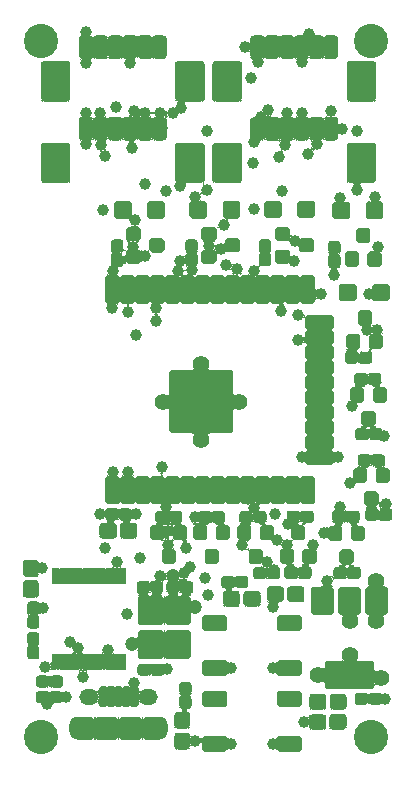
<source format=gbr>
G04 #@! TF.GenerationSoftware,KiCad,Pcbnew,5.1.7-a382d34a88~90~ubuntu20.04.1*
G04 #@! TF.CreationDate,2022-01-21T18:15:31-06:00*
G04 #@! TF.ProjectId,strike-controller,73747269-6b65-42d6-936f-6e74726f6c6c,rev?*
G04 #@! TF.SameCoordinates,Original*
G04 #@! TF.FileFunction,Soldermask,Top*
G04 #@! TF.FilePolarity,Negative*
%FSLAX46Y46*%
G04 Gerber Fmt 4.6, Leading zero omitted, Abs format (unit mm)*
G04 Created by KiCad (PCBNEW 5.1.7-a382d34a88~90~ubuntu20.04.1) date 2022-01-21 18:15:31*
%MOMM*%
%LPD*%
G01*
G04 APERTURE LIST*
%ADD10C,2.900000*%
%ADD11O,1.290000X1.950000*%
%ADD12O,1.650000X1.350000*%
%ADD13C,1.000000*%
%ADD14C,1.200000*%
%ADD15C,1.400000*%
%ADD16C,0.100000*%
G04 APERTURE END LIST*
G36*
G01*
X133225000Y-112780000D02*
X133225000Y-112270000D01*
G75*
G02*
X133480000Y-112015000I255000J0D01*
G01*
X134105000Y-112015000D01*
G75*
G02*
X134360000Y-112270000I0J-255000D01*
G01*
X134360000Y-112780000D01*
G75*
G02*
X134105000Y-113035000I-255000J0D01*
G01*
X133480000Y-113035000D01*
G75*
G02*
X133225000Y-112780000I0J255000D01*
G01*
G37*
G36*
G01*
X132090000Y-112780000D02*
X132090000Y-112270000D01*
G75*
G02*
X132345000Y-112015000I255000J0D01*
G01*
X132970000Y-112015000D01*
G75*
G02*
X133225000Y-112270000I0J-255000D01*
G01*
X133225000Y-112780000D01*
G75*
G02*
X132970000Y-113035000I-255000J0D01*
G01*
X132345000Y-113035000D01*
G75*
G02*
X132090000Y-112780000I0J255000D01*
G01*
G37*
G36*
G01*
X131987500Y-102375000D02*
X131312500Y-102375000D01*
G75*
G02*
X130975000Y-102037500I0J337500D01*
G01*
X130975000Y-101237500D01*
G75*
G02*
X131312500Y-100900000I337500J0D01*
G01*
X131987500Y-100900000D01*
G75*
G02*
X132325000Y-101237500I0J-337500D01*
G01*
X132325000Y-102037500D01*
G75*
G02*
X131987500Y-102375000I-337500J0D01*
G01*
G37*
G36*
G01*
X131987500Y-104100000D02*
X131312500Y-104100000D01*
G75*
G02*
X130975000Y-103762500I0J337500D01*
G01*
X130975000Y-102962500D01*
G75*
G02*
X131312500Y-102625000I337500J0D01*
G01*
X131987500Y-102625000D01*
G75*
G02*
X132325000Y-102962500I0J-337500D01*
G01*
X132325000Y-103762500D01*
G75*
G02*
X131987500Y-104100000I-337500J0D01*
G01*
G37*
G36*
G01*
X133292500Y-111460000D02*
X133292500Y-110940000D01*
G75*
G02*
X133552500Y-110680000I260000J0D01*
G01*
X134147500Y-110680000D01*
G75*
G02*
X134407500Y-110940000I0J-260000D01*
G01*
X134407500Y-111460000D01*
G75*
G02*
X134147500Y-111720000I-260000J0D01*
G01*
X133552500Y-111720000D01*
G75*
G02*
X133292500Y-111460000I0J260000D01*
G01*
G37*
G36*
G01*
X132097500Y-111460000D02*
X132097500Y-110940000D01*
G75*
G02*
X132357500Y-110680000I260000J0D01*
G01*
X132952500Y-110680000D01*
G75*
G02*
X133212500Y-110940000I0J-260000D01*
G01*
X133212500Y-111460000D01*
G75*
G02*
X132952500Y-111720000I-260000J0D01*
G01*
X132357500Y-111720000D01*
G75*
G02*
X132097500Y-111460000I0J260000D01*
G01*
G37*
D10*
X160500000Y-115925000D03*
X160500000Y-56950000D03*
X132525000Y-115900000D03*
X132500000Y-56950000D03*
G36*
G01*
X148977500Y-103040000D02*
X148977500Y-102520000D01*
G75*
G02*
X149237500Y-102260000I260000J0D01*
G01*
X149832500Y-102260000D01*
G75*
G02*
X150092500Y-102520000I0J-260000D01*
G01*
X150092500Y-103040000D01*
G75*
G02*
X149832500Y-103300000I-260000J0D01*
G01*
X149237500Y-103300000D01*
G75*
G02*
X148977500Y-103040000I0J260000D01*
G01*
G37*
G36*
G01*
X147782500Y-103040000D02*
X147782500Y-102520000D01*
G75*
G02*
X148042500Y-102260000I260000J0D01*
G01*
X148637500Y-102260000D01*
G75*
G02*
X148897500Y-102520000I0J-260000D01*
G01*
X148897500Y-103040000D01*
G75*
G02*
X148637500Y-103300000I-260000J0D01*
G01*
X148042500Y-103300000D01*
G75*
G02*
X147782500Y-103040000I0J260000D01*
G01*
G37*
G36*
G01*
X135725000Y-65100000D02*
X135725000Y-63700000D01*
G75*
G02*
X136025000Y-63400000I300000J0D01*
G01*
X136625000Y-63400000D01*
G75*
G02*
X136925000Y-63700000I0J-300000D01*
G01*
X136925000Y-65100000D01*
G75*
G02*
X136625000Y-65400000I-300000J0D01*
G01*
X136025000Y-65400000D01*
G75*
G02*
X135725000Y-65100000I0J300000D01*
G01*
G37*
G36*
G01*
X136975000Y-65100000D02*
X136975000Y-63700000D01*
G75*
G02*
X137275000Y-63400000I300000J0D01*
G01*
X137875000Y-63400000D01*
G75*
G02*
X138175000Y-63700000I0J-300000D01*
G01*
X138175000Y-65100000D01*
G75*
G02*
X137875000Y-65400000I-300000J0D01*
G01*
X137275000Y-65400000D01*
G75*
G02*
X136975000Y-65100000I0J300000D01*
G01*
G37*
G36*
G01*
X138225000Y-65100000D02*
X138225000Y-63700000D01*
G75*
G02*
X138525000Y-63400000I300000J0D01*
G01*
X139125000Y-63400000D01*
G75*
G02*
X139425000Y-63700000I0J-300000D01*
G01*
X139425000Y-65100000D01*
G75*
G02*
X139125000Y-65400000I-300000J0D01*
G01*
X138525000Y-65400000D01*
G75*
G02*
X138225000Y-65100000I0J300000D01*
G01*
G37*
G36*
G01*
X139475000Y-65100000D02*
X139475000Y-63700000D01*
G75*
G02*
X139775000Y-63400000I300000J0D01*
G01*
X140375000Y-63400000D01*
G75*
G02*
X140675000Y-63700000I0J-300000D01*
G01*
X140675000Y-65100000D01*
G75*
G02*
X140375000Y-65400000I-300000J0D01*
G01*
X139775000Y-65400000D01*
G75*
G02*
X139475000Y-65100000I0J300000D01*
G01*
G37*
G36*
G01*
X140725000Y-65100000D02*
X140725000Y-63700000D01*
G75*
G02*
X141025000Y-63400000I300000J0D01*
G01*
X141625000Y-63400000D01*
G75*
G02*
X141925000Y-63700000I0J-300000D01*
G01*
X141925000Y-65100000D01*
G75*
G02*
X141625000Y-65400000I-300000J0D01*
G01*
X141025000Y-65400000D01*
G75*
G02*
X140725000Y-65100000I0J300000D01*
G01*
G37*
G36*
G01*
X141975000Y-65100000D02*
X141975000Y-63700000D01*
G75*
G02*
X142275000Y-63400000I300000J0D01*
G01*
X142875000Y-63400000D01*
G75*
G02*
X143175000Y-63700000I0J-300000D01*
G01*
X143175000Y-65100000D01*
G75*
G02*
X142875000Y-65400000I-300000J0D01*
G01*
X142275000Y-65400000D01*
G75*
G02*
X141975000Y-65100000I0J300000D01*
G01*
G37*
G36*
G01*
X132525000Y-68702381D02*
X132525000Y-65897619D01*
G75*
G02*
X132822619Y-65600000I297619J0D01*
G01*
X134727381Y-65600000D01*
G75*
G02*
X135025000Y-65897619I0J-297619D01*
G01*
X135025000Y-68702381D01*
G75*
G02*
X134727381Y-69000000I-297619J0D01*
G01*
X132822619Y-69000000D01*
G75*
G02*
X132525000Y-68702381I0J297619D01*
G01*
G37*
G36*
G01*
X143875000Y-68702381D02*
X143875000Y-65897619D01*
G75*
G02*
X144172619Y-65600000I297619J0D01*
G01*
X146077381Y-65600000D01*
G75*
G02*
X146375000Y-65897619I0J-297619D01*
G01*
X146375000Y-68702381D01*
G75*
G02*
X146077381Y-69000000I-297619J0D01*
G01*
X144172619Y-69000000D01*
G75*
G02*
X143875000Y-68702381I0J297619D01*
G01*
G37*
G36*
G01*
X150250000Y-58200000D02*
X150250000Y-56800000D01*
G75*
G02*
X150550000Y-56500000I300000J0D01*
G01*
X151150000Y-56500000D01*
G75*
G02*
X151450000Y-56800000I0J-300000D01*
G01*
X151450000Y-58200000D01*
G75*
G02*
X151150000Y-58500000I-300000J0D01*
G01*
X150550000Y-58500000D01*
G75*
G02*
X150250000Y-58200000I0J300000D01*
G01*
G37*
G36*
G01*
X151500000Y-58200000D02*
X151500000Y-56800000D01*
G75*
G02*
X151800000Y-56500000I300000J0D01*
G01*
X152400000Y-56500000D01*
G75*
G02*
X152700000Y-56800000I0J-300000D01*
G01*
X152700000Y-58200000D01*
G75*
G02*
X152400000Y-58500000I-300000J0D01*
G01*
X151800000Y-58500000D01*
G75*
G02*
X151500000Y-58200000I0J300000D01*
G01*
G37*
G36*
G01*
X152750000Y-58200000D02*
X152750000Y-56800000D01*
G75*
G02*
X153050000Y-56500000I300000J0D01*
G01*
X153650000Y-56500000D01*
G75*
G02*
X153950000Y-56800000I0J-300000D01*
G01*
X153950000Y-58200000D01*
G75*
G02*
X153650000Y-58500000I-300000J0D01*
G01*
X153050000Y-58500000D01*
G75*
G02*
X152750000Y-58200000I0J300000D01*
G01*
G37*
G36*
G01*
X154000000Y-58200000D02*
X154000000Y-56800000D01*
G75*
G02*
X154300000Y-56500000I300000J0D01*
G01*
X154900000Y-56500000D01*
G75*
G02*
X155200000Y-56800000I0J-300000D01*
G01*
X155200000Y-58200000D01*
G75*
G02*
X154900000Y-58500000I-300000J0D01*
G01*
X154300000Y-58500000D01*
G75*
G02*
X154000000Y-58200000I0J300000D01*
G01*
G37*
G36*
G01*
X155250000Y-58200000D02*
X155250000Y-56800000D01*
G75*
G02*
X155550000Y-56500000I300000J0D01*
G01*
X156150000Y-56500000D01*
G75*
G02*
X156450000Y-56800000I0J-300000D01*
G01*
X156450000Y-58200000D01*
G75*
G02*
X156150000Y-58500000I-300000J0D01*
G01*
X155550000Y-58500000D01*
G75*
G02*
X155250000Y-58200000I0J300000D01*
G01*
G37*
G36*
G01*
X156500000Y-58200000D02*
X156500000Y-56800000D01*
G75*
G02*
X156800000Y-56500000I300000J0D01*
G01*
X157400000Y-56500000D01*
G75*
G02*
X157700000Y-56800000I0J-300000D01*
G01*
X157700000Y-58200000D01*
G75*
G02*
X157400000Y-58500000I-300000J0D01*
G01*
X156800000Y-58500000D01*
G75*
G02*
X156500000Y-58200000I0J300000D01*
G01*
G37*
G36*
G01*
X147050000Y-61802381D02*
X147050000Y-58997619D01*
G75*
G02*
X147347619Y-58700000I297619J0D01*
G01*
X149252381Y-58700000D01*
G75*
G02*
X149550000Y-58997619I0J-297619D01*
G01*
X149550000Y-61802381D01*
G75*
G02*
X149252381Y-62100000I-297619J0D01*
G01*
X147347619Y-62100000D01*
G75*
G02*
X147050000Y-61802381I0J297619D01*
G01*
G37*
G36*
G01*
X158400000Y-61802381D02*
X158400000Y-58997619D01*
G75*
G02*
X158697619Y-58700000I297619J0D01*
G01*
X160602381Y-58700000D01*
G75*
G02*
X160900000Y-58997619I0J-297619D01*
G01*
X160900000Y-61802381D01*
G75*
G02*
X160602381Y-62100000I-297619J0D01*
G01*
X158697619Y-62100000D01*
G75*
G02*
X158400000Y-61802381I0J297619D01*
G01*
G37*
G36*
G01*
X150250000Y-65100000D02*
X150250000Y-63700000D01*
G75*
G02*
X150550000Y-63400000I300000J0D01*
G01*
X151150000Y-63400000D01*
G75*
G02*
X151450000Y-63700000I0J-300000D01*
G01*
X151450000Y-65100000D01*
G75*
G02*
X151150000Y-65400000I-300000J0D01*
G01*
X150550000Y-65400000D01*
G75*
G02*
X150250000Y-65100000I0J300000D01*
G01*
G37*
G36*
G01*
X151500000Y-65100000D02*
X151500000Y-63700000D01*
G75*
G02*
X151800000Y-63400000I300000J0D01*
G01*
X152400000Y-63400000D01*
G75*
G02*
X152700000Y-63700000I0J-300000D01*
G01*
X152700000Y-65100000D01*
G75*
G02*
X152400000Y-65400000I-300000J0D01*
G01*
X151800000Y-65400000D01*
G75*
G02*
X151500000Y-65100000I0J300000D01*
G01*
G37*
G36*
G01*
X152750000Y-65100000D02*
X152750000Y-63700000D01*
G75*
G02*
X153050000Y-63400000I300000J0D01*
G01*
X153650000Y-63400000D01*
G75*
G02*
X153950000Y-63700000I0J-300000D01*
G01*
X153950000Y-65100000D01*
G75*
G02*
X153650000Y-65400000I-300000J0D01*
G01*
X153050000Y-65400000D01*
G75*
G02*
X152750000Y-65100000I0J300000D01*
G01*
G37*
G36*
G01*
X154000000Y-65100000D02*
X154000000Y-63700000D01*
G75*
G02*
X154300000Y-63400000I300000J0D01*
G01*
X154900000Y-63400000D01*
G75*
G02*
X155200000Y-63700000I0J-300000D01*
G01*
X155200000Y-65100000D01*
G75*
G02*
X154900000Y-65400000I-300000J0D01*
G01*
X154300000Y-65400000D01*
G75*
G02*
X154000000Y-65100000I0J300000D01*
G01*
G37*
G36*
G01*
X155250000Y-65100000D02*
X155250000Y-63700000D01*
G75*
G02*
X155550000Y-63400000I300000J0D01*
G01*
X156150000Y-63400000D01*
G75*
G02*
X156450000Y-63700000I0J-300000D01*
G01*
X156450000Y-65100000D01*
G75*
G02*
X156150000Y-65400000I-300000J0D01*
G01*
X155550000Y-65400000D01*
G75*
G02*
X155250000Y-65100000I0J300000D01*
G01*
G37*
G36*
G01*
X156500000Y-65100000D02*
X156500000Y-63700000D01*
G75*
G02*
X156800000Y-63400000I300000J0D01*
G01*
X157400000Y-63400000D01*
G75*
G02*
X157700000Y-63700000I0J-300000D01*
G01*
X157700000Y-65100000D01*
G75*
G02*
X157400000Y-65400000I-300000J0D01*
G01*
X156800000Y-65400000D01*
G75*
G02*
X156500000Y-65100000I0J300000D01*
G01*
G37*
G36*
G01*
X147050000Y-68702381D02*
X147050000Y-65897619D01*
G75*
G02*
X147347619Y-65600000I297619J0D01*
G01*
X149252381Y-65600000D01*
G75*
G02*
X149550000Y-65897619I0J-297619D01*
G01*
X149550000Y-68702381D01*
G75*
G02*
X149252381Y-69000000I-297619J0D01*
G01*
X147347619Y-69000000D01*
G75*
G02*
X147050000Y-68702381I0J297619D01*
G01*
G37*
G36*
G01*
X158400000Y-68702381D02*
X158400000Y-65897619D01*
G75*
G02*
X158697619Y-65600000I297619J0D01*
G01*
X160602381Y-65600000D01*
G75*
G02*
X160900000Y-65897619I0J-297619D01*
G01*
X160900000Y-68702381D01*
G75*
G02*
X160602381Y-69000000I-297619J0D01*
G01*
X158697619Y-69000000D01*
G75*
G02*
X158400000Y-68702381I0J297619D01*
G01*
G37*
G36*
G01*
X135725000Y-58200000D02*
X135725000Y-56800000D01*
G75*
G02*
X136025000Y-56500000I300000J0D01*
G01*
X136625000Y-56500000D01*
G75*
G02*
X136925000Y-56800000I0J-300000D01*
G01*
X136925000Y-58200000D01*
G75*
G02*
X136625000Y-58500000I-300000J0D01*
G01*
X136025000Y-58500000D01*
G75*
G02*
X135725000Y-58200000I0J300000D01*
G01*
G37*
G36*
G01*
X136975000Y-58200000D02*
X136975000Y-56800000D01*
G75*
G02*
X137275000Y-56500000I300000J0D01*
G01*
X137875000Y-56500000D01*
G75*
G02*
X138175000Y-56800000I0J-300000D01*
G01*
X138175000Y-58200000D01*
G75*
G02*
X137875000Y-58500000I-300000J0D01*
G01*
X137275000Y-58500000D01*
G75*
G02*
X136975000Y-58200000I0J300000D01*
G01*
G37*
G36*
G01*
X138225000Y-58200000D02*
X138225000Y-56800000D01*
G75*
G02*
X138525000Y-56500000I300000J0D01*
G01*
X139125000Y-56500000D01*
G75*
G02*
X139425000Y-56800000I0J-300000D01*
G01*
X139425000Y-58200000D01*
G75*
G02*
X139125000Y-58500000I-300000J0D01*
G01*
X138525000Y-58500000D01*
G75*
G02*
X138225000Y-58200000I0J300000D01*
G01*
G37*
G36*
G01*
X139475000Y-58200000D02*
X139475000Y-56800000D01*
G75*
G02*
X139775000Y-56500000I300000J0D01*
G01*
X140375000Y-56500000D01*
G75*
G02*
X140675000Y-56800000I0J-300000D01*
G01*
X140675000Y-58200000D01*
G75*
G02*
X140375000Y-58500000I-300000J0D01*
G01*
X139775000Y-58500000D01*
G75*
G02*
X139475000Y-58200000I0J300000D01*
G01*
G37*
G36*
G01*
X140725000Y-58200000D02*
X140725000Y-56800000D01*
G75*
G02*
X141025000Y-56500000I300000J0D01*
G01*
X141625000Y-56500000D01*
G75*
G02*
X141925000Y-56800000I0J-300000D01*
G01*
X141925000Y-58200000D01*
G75*
G02*
X141625000Y-58500000I-300000J0D01*
G01*
X141025000Y-58500000D01*
G75*
G02*
X140725000Y-58200000I0J300000D01*
G01*
G37*
G36*
G01*
X141975000Y-58200000D02*
X141975000Y-56800000D01*
G75*
G02*
X142275000Y-56500000I300000J0D01*
G01*
X142875000Y-56500000D01*
G75*
G02*
X143175000Y-56800000I0J-300000D01*
G01*
X143175000Y-58200000D01*
G75*
G02*
X142875000Y-58500000I-300000J0D01*
G01*
X142275000Y-58500000D01*
G75*
G02*
X141975000Y-58200000I0J300000D01*
G01*
G37*
G36*
G01*
X132525000Y-61802381D02*
X132525000Y-58997619D01*
G75*
G02*
X132822619Y-58700000I297619J0D01*
G01*
X134727381Y-58700000D01*
G75*
G02*
X135025000Y-58997619I0J-297619D01*
G01*
X135025000Y-61802381D01*
G75*
G02*
X134727381Y-62100000I-297619J0D01*
G01*
X132822619Y-62100000D01*
G75*
G02*
X132525000Y-61802381I0J297619D01*
G01*
G37*
G36*
G01*
X143875000Y-61802381D02*
X143875000Y-58997619D01*
G75*
G02*
X144172619Y-58700000I297619J0D01*
G01*
X146077381Y-58700000D01*
G75*
G02*
X146375000Y-58997619I0J-297619D01*
G01*
X146375000Y-61802381D01*
G75*
G02*
X146077381Y-62100000I-297619J0D01*
G01*
X144172619Y-62100000D01*
G75*
G02*
X143875000Y-61802381I0J297619D01*
G01*
G37*
G36*
G01*
X139050000Y-79200000D02*
X138150000Y-79200000D01*
G75*
G02*
X137950000Y-79000000I0J200000D01*
G01*
X137950000Y-77000000D01*
G75*
G02*
X138150000Y-76800000I200000J0D01*
G01*
X139050000Y-76800000D01*
G75*
G02*
X139250000Y-77000000I0J-200000D01*
G01*
X139250000Y-79000000D01*
G75*
G02*
X139050000Y-79200000I-200000J0D01*
G01*
G37*
G36*
G01*
X140320000Y-79200000D02*
X139420000Y-79200000D01*
G75*
G02*
X139220000Y-79000000I0J200000D01*
G01*
X139220000Y-77000000D01*
G75*
G02*
X139420000Y-76800000I200000J0D01*
G01*
X140320000Y-76800000D01*
G75*
G02*
X140520000Y-77000000I0J-200000D01*
G01*
X140520000Y-79000000D01*
G75*
G02*
X140320000Y-79200000I-200000J0D01*
G01*
G37*
G36*
G01*
X141590000Y-79200000D02*
X140690000Y-79200000D01*
G75*
G02*
X140490000Y-79000000I0J200000D01*
G01*
X140490000Y-77000000D01*
G75*
G02*
X140690000Y-76800000I200000J0D01*
G01*
X141590000Y-76800000D01*
G75*
G02*
X141790000Y-77000000I0J-200000D01*
G01*
X141790000Y-79000000D01*
G75*
G02*
X141590000Y-79200000I-200000J0D01*
G01*
G37*
G36*
G01*
X142860000Y-79200000D02*
X141960000Y-79200000D01*
G75*
G02*
X141760000Y-79000000I0J200000D01*
G01*
X141760000Y-77000000D01*
G75*
G02*
X141960000Y-76800000I200000J0D01*
G01*
X142860000Y-76800000D01*
G75*
G02*
X143060000Y-77000000I0J-200000D01*
G01*
X143060000Y-79000000D01*
G75*
G02*
X142860000Y-79200000I-200000J0D01*
G01*
G37*
G36*
G01*
X144130000Y-79200000D02*
X143230000Y-79200000D01*
G75*
G02*
X143030000Y-79000000I0J200000D01*
G01*
X143030000Y-77000000D01*
G75*
G02*
X143230000Y-76800000I200000J0D01*
G01*
X144130000Y-76800000D01*
G75*
G02*
X144330000Y-77000000I0J-200000D01*
G01*
X144330000Y-79000000D01*
G75*
G02*
X144130000Y-79200000I-200000J0D01*
G01*
G37*
G36*
G01*
X145400000Y-79200000D02*
X144500000Y-79200000D01*
G75*
G02*
X144300000Y-79000000I0J200000D01*
G01*
X144300000Y-77000000D01*
G75*
G02*
X144500000Y-76800000I200000J0D01*
G01*
X145400000Y-76800000D01*
G75*
G02*
X145600000Y-77000000I0J-200000D01*
G01*
X145600000Y-79000000D01*
G75*
G02*
X145400000Y-79200000I-200000J0D01*
G01*
G37*
G36*
G01*
X146670000Y-79200000D02*
X145770000Y-79200000D01*
G75*
G02*
X145570000Y-79000000I0J200000D01*
G01*
X145570000Y-77000000D01*
G75*
G02*
X145770000Y-76800000I200000J0D01*
G01*
X146670000Y-76800000D01*
G75*
G02*
X146870000Y-77000000I0J-200000D01*
G01*
X146870000Y-79000000D01*
G75*
G02*
X146670000Y-79200000I-200000J0D01*
G01*
G37*
G36*
G01*
X147940000Y-79200000D02*
X147040000Y-79200000D01*
G75*
G02*
X146840000Y-79000000I0J200000D01*
G01*
X146840000Y-77000000D01*
G75*
G02*
X147040000Y-76800000I200000J0D01*
G01*
X147940000Y-76800000D01*
G75*
G02*
X148140000Y-77000000I0J-200000D01*
G01*
X148140000Y-79000000D01*
G75*
G02*
X147940000Y-79200000I-200000J0D01*
G01*
G37*
G36*
G01*
X149210000Y-79200000D02*
X148310000Y-79200000D01*
G75*
G02*
X148110000Y-79000000I0J200000D01*
G01*
X148110000Y-77000000D01*
G75*
G02*
X148310000Y-76800000I200000J0D01*
G01*
X149210000Y-76800000D01*
G75*
G02*
X149410000Y-77000000I0J-200000D01*
G01*
X149410000Y-79000000D01*
G75*
G02*
X149210000Y-79200000I-200000J0D01*
G01*
G37*
G36*
G01*
X150480000Y-79200000D02*
X149580000Y-79200000D01*
G75*
G02*
X149380000Y-79000000I0J200000D01*
G01*
X149380000Y-77000000D01*
G75*
G02*
X149580000Y-76800000I200000J0D01*
G01*
X150480000Y-76800000D01*
G75*
G02*
X150680000Y-77000000I0J-200000D01*
G01*
X150680000Y-79000000D01*
G75*
G02*
X150480000Y-79200000I-200000J0D01*
G01*
G37*
G36*
G01*
X151750000Y-79200000D02*
X150850000Y-79200000D01*
G75*
G02*
X150650000Y-79000000I0J200000D01*
G01*
X150650000Y-77000000D01*
G75*
G02*
X150850000Y-76800000I200000J0D01*
G01*
X151750000Y-76800000D01*
G75*
G02*
X151950000Y-77000000I0J-200000D01*
G01*
X151950000Y-79000000D01*
G75*
G02*
X151750000Y-79200000I-200000J0D01*
G01*
G37*
G36*
G01*
X153020000Y-79200000D02*
X152120000Y-79200000D01*
G75*
G02*
X151920000Y-79000000I0J200000D01*
G01*
X151920000Y-77000000D01*
G75*
G02*
X152120000Y-76800000I200000J0D01*
G01*
X153020000Y-76800000D01*
G75*
G02*
X153220000Y-77000000I0J-200000D01*
G01*
X153220000Y-79000000D01*
G75*
G02*
X153020000Y-79200000I-200000J0D01*
G01*
G37*
G36*
G01*
X154290000Y-79200000D02*
X153390000Y-79200000D01*
G75*
G02*
X153190000Y-79000000I0J200000D01*
G01*
X153190000Y-77000000D01*
G75*
G02*
X153390000Y-76800000I200000J0D01*
G01*
X154290000Y-76800000D01*
G75*
G02*
X154490000Y-77000000I0J-200000D01*
G01*
X154490000Y-79000000D01*
G75*
G02*
X154290000Y-79200000I-200000J0D01*
G01*
G37*
G36*
G01*
X155560000Y-79200000D02*
X154660000Y-79200000D01*
G75*
G02*
X154460000Y-79000000I0J200000D01*
G01*
X154460000Y-77000000D01*
G75*
G02*
X154660000Y-76800000I200000J0D01*
G01*
X155560000Y-76800000D01*
G75*
G02*
X155760000Y-77000000I0J-200000D01*
G01*
X155760000Y-79000000D01*
G75*
G02*
X155560000Y-79200000I-200000J0D01*
G01*
G37*
G36*
G01*
X157310000Y-80335000D02*
X157310000Y-81235000D01*
G75*
G02*
X157110000Y-81435000I-200000J0D01*
G01*
X155110000Y-81435000D01*
G75*
G02*
X154910000Y-81235000I0J200000D01*
G01*
X154910000Y-80335000D01*
G75*
G02*
X155110000Y-80135000I200000J0D01*
G01*
X157110000Y-80135000D01*
G75*
G02*
X157310000Y-80335000I0J-200000D01*
G01*
G37*
G36*
G01*
X157310000Y-81605000D02*
X157310000Y-82505000D01*
G75*
G02*
X157110000Y-82705000I-200000J0D01*
G01*
X155110000Y-82705000D01*
G75*
G02*
X154910000Y-82505000I0J200000D01*
G01*
X154910000Y-81605000D01*
G75*
G02*
X155110000Y-81405000I200000J0D01*
G01*
X157110000Y-81405000D01*
G75*
G02*
X157310000Y-81605000I0J-200000D01*
G01*
G37*
G36*
G01*
X157310000Y-82875000D02*
X157310000Y-83775000D01*
G75*
G02*
X157110000Y-83975000I-200000J0D01*
G01*
X155110000Y-83975000D01*
G75*
G02*
X154910000Y-83775000I0J200000D01*
G01*
X154910000Y-82875000D01*
G75*
G02*
X155110000Y-82675000I200000J0D01*
G01*
X157110000Y-82675000D01*
G75*
G02*
X157310000Y-82875000I0J-200000D01*
G01*
G37*
G36*
G01*
X157310000Y-84145000D02*
X157310000Y-85045000D01*
G75*
G02*
X157110000Y-85245000I-200000J0D01*
G01*
X155110000Y-85245000D01*
G75*
G02*
X154910000Y-85045000I0J200000D01*
G01*
X154910000Y-84145000D01*
G75*
G02*
X155110000Y-83945000I200000J0D01*
G01*
X157110000Y-83945000D01*
G75*
G02*
X157310000Y-84145000I0J-200000D01*
G01*
G37*
G36*
G01*
X157310000Y-85415000D02*
X157310000Y-86315000D01*
G75*
G02*
X157110000Y-86515000I-200000J0D01*
G01*
X155110000Y-86515000D01*
G75*
G02*
X154910000Y-86315000I0J200000D01*
G01*
X154910000Y-85415000D01*
G75*
G02*
X155110000Y-85215000I200000J0D01*
G01*
X157110000Y-85215000D01*
G75*
G02*
X157310000Y-85415000I0J-200000D01*
G01*
G37*
G36*
G01*
X157310000Y-86685000D02*
X157310000Y-87585000D01*
G75*
G02*
X157110000Y-87785000I-200000J0D01*
G01*
X155110000Y-87785000D01*
G75*
G02*
X154910000Y-87585000I0J200000D01*
G01*
X154910000Y-86685000D01*
G75*
G02*
X155110000Y-86485000I200000J0D01*
G01*
X157110000Y-86485000D01*
G75*
G02*
X157310000Y-86685000I0J-200000D01*
G01*
G37*
G36*
G01*
X157310000Y-87955000D02*
X157310000Y-88855000D01*
G75*
G02*
X157110000Y-89055000I-200000J0D01*
G01*
X155110000Y-89055000D01*
G75*
G02*
X154910000Y-88855000I0J200000D01*
G01*
X154910000Y-87955000D01*
G75*
G02*
X155110000Y-87755000I200000J0D01*
G01*
X157110000Y-87755000D01*
G75*
G02*
X157310000Y-87955000I0J-200000D01*
G01*
G37*
G36*
G01*
X157310000Y-89225000D02*
X157310000Y-90125000D01*
G75*
G02*
X157110000Y-90325000I-200000J0D01*
G01*
X155110000Y-90325000D01*
G75*
G02*
X154910000Y-90125000I0J200000D01*
G01*
X154910000Y-89225000D01*
G75*
G02*
X155110000Y-89025000I200000J0D01*
G01*
X157110000Y-89025000D01*
G75*
G02*
X157310000Y-89225000I0J-200000D01*
G01*
G37*
G36*
G01*
X157310000Y-90495000D02*
X157310000Y-91395000D01*
G75*
G02*
X157110000Y-91595000I-200000J0D01*
G01*
X155110000Y-91595000D01*
G75*
G02*
X154910000Y-91395000I0J200000D01*
G01*
X154910000Y-90495000D01*
G75*
G02*
X155110000Y-90295000I200000J0D01*
G01*
X157110000Y-90295000D01*
G75*
G02*
X157310000Y-90495000I0J-200000D01*
G01*
G37*
G36*
G01*
X157310000Y-91765000D02*
X157310000Y-92665000D01*
G75*
G02*
X157110000Y-92865000I-200000J0D01*
G01*
X155110000Y-92865000D01*
G75*
G02*
X154910000Y-92665000I0J200000D01*
G01*
X154910000Y-91765000D01*
G75*
G02*
X155110000Y-91565000I200000J0D01*
G01*
X157110000Y-91565000D01*
G75*
G02*
X157310000Y-91765000I0J-200000D01*
G01*
G37*
G36*
G01*
X155560000Y-96200000D02*
X154660000Y-96200000D01*
G75*
G02*
X154460000Y-96000000I0J200000D01*
G01*
X154460000Y-94000000D01*
G75*
G02*
X154660000Y-93800000I200000J0D01*
G01*
X155560000Y-93800000D01*
G75*
G02*
X155760000Y-94000000I0J-200000D01*
G01*
X155760000Y-96000000D01*
G75*
G02*
X155560000Y-96200000I-200000J0D01*
G01*
G37*
G36*
G01*
X154290000Y-96200000D02*
X153390000Y-96200000D01*
G75*
G02*
X153190000Y-96000000I0J200000D01*
G01*
X153190000Y-94000000D01*
G75*
G02*
X153390000Y-93800000I200000J0D01*
G01*
X154290000Y-93800000D01*
G75*
G02*
X154490000Y-94000000I0J-200000D01*
G01*
X154490000Y-96000000D01*
G75*
G02*
X154290000Y-96200000I-200000J0D01*
G01*
G37*
G36*
G01*
X153020000Y-96200000D02*
X152120000Y-96200000D01*
G75*
G02*
X151920000Y-96000000I0J200000D01*
G01*
X151920000Y-94000000D01*
G75*
G02*
X152120000Y-93800000I200000J0D01*
G01*
X153020000Y-93800000D01*
G75*
G02*
X153220000Y-94000000I0J-200000D01*
G01*
X153220000Y-96000000D01*
G75*
G02*
X153020000Y-96200000I-200000J0D01*
G01*
G37*
G36*
G01*
X151750000Y-96200000D02*
X150850000Y-96200000D01*
G75*
G02*
X150650000Y-96000000I0J200000D01*
G01*
X150650000Y-94000000D01*
G75*
G02*
X150850000Y-93800000I200000J0D01*
G01*
X151750000Y-93800000D01*
G75*
G02*
X151950000Y-94000000I0J-200000D01*
G01*
X151950000Y-96000000D01*
G75*
G02*
X151750000Y-96200000I-200000J0D01*
G01*
G37*
G36*
G01*
X150480000Y-96200000D02*
X149580000Y-96200000D01*
G75*
G02*
X149380000Y-96000000I0J200000D01*
G01*
X149380000Y-94000000D01*
G75*
G02*
X149580000Y-93800000I200000J0D01*
G01*
X150480000Y-93800000D01*
G75*
G02*
X150680000Y-94000000I0J-200000D01*
G01*
X150680000Y-96000000D01*
G75*
G02*
X150480000Y-96200000I-200000J0D01*
G01*
G37*
G36*
G01*
X149210000Y-96200000D02*
X148310000Y-96200000D01*
G75*
G02*
X148110000Y-96000000I0J200000D01*
G01*
X148110000Y-94000000D01*
G75*
G02*
X148310000Y-93800000I200000J0D01*
G01*
X149210000Y-93800000D01*
G75*
G02*
X149410000Y-94000000I0J-200000D01*
G01*
X149410000Y-96000000D01*
G75*
G02*
X149210000Y-96200000I-200000J0D01*
G01*
G37*
G36*
G01*
X147940000Y-96200000D02*
X147040000Y-96200000D01*
G75*
G02*
X146840000Y-96000000I0J200000D01*
G01*
X146840000Y-94000000D01*
G75*
G02*
X147040000Y-93800000I200000J0D01*
G01*
X147940000Y-93800000D01*
G75*
G02*
X148140000Y-94000000I0J-200000D01*
G01*
X148140000Y-96000000D01*
G75*
G02*
X147940000Y-96200000I-200000J0D01*
G01*
G37*
G36*
G01*
X146670000Y-96200000D02*
X145770000Y-96200000D01*
G75*
G02*
X145570000Y-96000000I0J200000D01*
G01*
X145570000Y-94000000D01*
G75*
G02*
X145770000Y-93800000I200000J0D01*
G01*
X146670000Y-93800000D01*
G75*
G02*
X146870000Y-94000000I0J-200000D01*
G01*
X146870000Y-96000000D01*
G75*
G02*
X146670000Y-96200000I-200000J0D01*
G01*
G37*
G36*
G01*
X145400000Y-96200000D02*
X144500000Y-96200000D01*
G75*
G02*
X144300000Y-96000000I0J200000D01*
G01*
X144300000Y-94000000D01*
G75*
G02*
X144500000Y-93800000I200000J0D01*
G01*
X145400000Y-93800000D01*
G75*
G02*
X145600000Y-94000000I0J-200000D01*
G01*
X145600000Y-96000000D01*
G75*
G02*
X145400000Y-96200000I-200000J0D01*
G01*
G37*
G36*
G01*
X144130000Y-96200000D02*
X143230000Y-96200000D01*
G75*
G02*
X143030000Y-96000000I0J200000D01*
G01*
X143030000Y-94000000D01*
G75*
G02*
X143230000Y-93800000I200000J0D01*
G01*
X144130000Y-93800000D01*
G75*
G02*
X144330000Y-94000000I0J-200000D01*
G01*
X144330000Y-96000000D01*
G75*
G02*
X144130000Y-96200000I-200000J0D01*
G01*
G37*
G36*
G01*
X142860000Y-96200000D02*
X141960000Y-96200000D01*
G75*
G02*
X141760000Y-96000000I0J200000D01*
G01*
X141760000Y-94000000D01*
G75*
G02*
X141960000Y-93800000I200000J0D01*
G01*
X142860000Y-93800000D01*
G75*
G02*
X143060000Y-94000000I0J-200000D01*
G01*
X143060000Y-96000000D01*
G75*
G02*
X142860000Y-96200000I-200000J0D01*
G01*
G37*
G36*
G01*
X141590000Y-96200000D02*
X140690000Y-96200000D01*
G75*
G02*
X140490000Y-96000000I0J200000D01*
G01*
X140490000Y-94000000D01*
G75*
G02*
X140690000Y-93800000I200000J0D01*
G01*
X141590000Y-93800000D01*
G75*
G02*
X141790000Y-94000000I0J-200000D01*
G01*
X141790000Y-96000000D01*
G75*
G02*
X141590000Y-96200000I-200000J0D01*
G01*
G37*
G36*
G01*
X140320000Y-96200000D02*
X139420000Y-96200000D01*
G75*
G02*
X139220000Y-96000000I0J200000D01*
G01*
X139220000Y-94000000D01*
G75*
G02*
X139420000Y-93800000I200000J0D01*
G01*
X140320000Y-93800000D01*
G75*
G02*
X140520000Y-94000000I0J-200000D01*
G01*
X140520000Y-96000000D01*
G75*
G02*
X140320000Y-96200000I-200000J0D01*
G01*
G37*
G36*
G01*
X139050000Y-96200000D02*
X138150000Y-96200000D01*
G75*
G02*
X137950000Y-96000000I0J200000D01*
G01*
X137950000Y-94000000D01*
G75*
G02*
X138150000Y-93800000I200000J0D01*
G01*
X139050000Y-93800000D01*
G75*
G02*
X139250000Y-94000000I0J-200000D01*
G01*
X139250000Y-96000000D01*
G75*
G02*
X139050000Y-96200000I-200000J0D01*
G01*
G37*
G36*
G01*
X148600000Y-90200000D02*
X143600000Y-90200000D01*
G75*
G02*
X143400000Y-90000000I0J200000D01*
G01*
X143400000Y-85000000D01*
G75*
G02*
X143600000Y-84800000I200000J0D01*
G01*
X148600000Y-84800000D01*
G75*
G02*
X148800000Y-85000000I0J-200000D01*
G01*
X148800000Y-90000000D01*
G75*
G02*
X148600000Y-90200000I-200000J0D01*
G01*
G37*
G36*
G01*
X133436700Y-102915500D02*
X133436700Y-101645500D01*
G75*
G02*
X133487500Y-101594700I50800J0D01*
G01*
X133812500Y-101594700D01*
G75*
G02*
X133863300Y-101645500I0J-50800D01*
G01*
X133863300Y-102915500D01*
G75*
G02*
X133812500Y-102966300I-50800J0D01*
G01*
X133487500Y-102966300D01*
G75*
G02*
X133436700Y-102915500I0J50800D01*
G01*
G37*
G36*
G01*
X134086700Y-102915500D02*
X134086700Y-101645500D01*
G75*
G02*
X134137500Y-101594700I50800J0D01*
G01*
X134462500Y-101594700D01*
G75*
G02*
X134513300Y-101645500I0J-50800D01*
G01*
X134513300Y-102915500D01*
G75*
G02*
X134462500Y-102966300I-50800J0D01*
G01*
X134137500Y-102966300D01*
G75*
G02*
X134086700Y-102915500I0J50800D01*
G01*
G37*
G36*
G01*
X134736700Y-102915500D02*
X134736700Y-101645500D01*
G75*
G02*
X134787500Y-101594700I50800J0D01*
G01*
X135112500Y-101594700D01*
G75*
G02*
X135163300Y-101645500I0J-50800D01*
G01*
X135163300Y-102915500D01*
G75*
G02*
X135112500Y-102966300I-50800J0D01*
G01*
X134787500Y-102966300D01*
G75*
G02*
X134736700Y-102915500I0J50800D01*
G01*
G37*
G36*
G01*
X135386700Y-102915500D02*
X135386700Y-101645500D01*
G75*
G02*
X135437500Y-101594700I50800J0D01*
G01*
X135762500Y-101594700D01*
G75*
G02*
X135813300Y-101645500I0J-50800D01*
G01*
X135813300Y-102915500D01*
G75*
G02*
X135762500Y-102966300I-50800J0D01*
G01*
X135437500Y-102966300D01*
G75*
G02*
X135386700Y-102915500I0J50800D01*
G01*
G37*
G36*
G01*
X136036700Y-102915500D02*
X136036700Y-101645500D01*
G75*
G02*
X136087500Y-101594700I50800J0D01*
G01*
X136412500Y-101594700D01*
G75*
G02*
X136463300Y-101645500I0J-50800D01*
G01*
X136463300Y-102915500D01*
G75*
G02*
X136412500Y-102966300I-50800J0D01*
G01*
X136087500Y-102966300D01*
G75*
G02*
X136036700Y-102915500I0J50800D01*
G01*
G37*
G36*
G01*
X136686700Y-102915500D02*
X136686700Y-101645500D01*
G75*
G02*
X136737500Y-101594700I50800J0D01*
G01*
X137062500Y-101594700D01*
G75*
G02*
X137113300Y-101645500I0J-50800D01*
G01*
X137113300Y-102915500D01*
G75*
G02*
X137062500Y-102966300I-50800J0D01*
G01*
X136737500Y-102966300D01*
G75*
G02*
X136686700Y-102915500I0J50800D01*
G01*
G37*
G36*
G01*
X137336700Y-102915500D02*
X137336700Y-101645500D01*
G75*
G02*
X137387500Y-101594700I50800J0D01*
G01*
X137712500Y-101594700D01*
G75*
G02*
X137763300Y-101645500I0J-50800D01*
G01*
X137763300Y-102915500D01*
G75*
G02*
X137712500Y-102966300I-50800J0D01*
G01*
X137387500Y-102966300D01*
G75*
G02*
X137336700Y-102915500I0J50800D01*
G01*
G37*
G36*
G01*
X137986700Y-102915500D02*
X137986700Y-101645500D01*
G75*
G02*
X138037500Y-101594700I50800J0D01*
G01*
X138362500Y-101594700D01*
G75*
G02*
X138413300Y-101645500I0J-50800D01*
G01*
X138413300Y-102915500D01*
G75*
G02*
X138362500Y-102966300I-50800J0D01*
G01*
X138037500Y-102966300D01*
G75*
G02*
X137986700Y-102915500I0J50800D01*
G01*
G37*
G36*
G01*
X138636700Y-102915500D02*
X138636700Y-101645500D01*
G75*
G02*
X138687500Y-101594700I50800J0D01*
G01*
X139012500Y-101594700D01*
G75*
G02*
X139063300Y-101645500I0J-50800D01*
G01*
X139063300Y-102915500D01*
G75*
G02*
X139012500Y-102966300I-50800J0D01*
G01*
X138687500Y-102966300D01*
G75*
G02*
X138636700Y-102915500I0J50800D01*
G01*
G37*
G36*
G01*
X139286700Y-102915500D02*
X139286700Y-101645500D01*
G75*
G02*
X139337500Y-101594700I50800J0D01*
G01*
X139662500Y-101594700D01*
G75*
G02*
X139713300Y-101645500I0J-50800D01*
G01*
X139713300Y-102915500D01*
G75*
G02*
X139662500Y-102966300I-50800J0D01*
G01*
X139337500Y-102966300D01*
G75*
G02*
X139286700Y-102915500I0J50800D01*
G01*
G37*
G36*
G01*
X139286700Y-110154500D02*
X139286700Y-108884500D01*
G75*
G02*
X139337500Y-108833700I50800J0D01*
G01*
X139662500Y-108833700D01*
G75*
G02*
X139713300Y-108884500I0J-50800D01*
G01*
X139713300Y-110154500D01*
G75*
G02*
X139662500Y-110205300I-50800J0D01*
G01*
X139337500Y-110205300D01*
G75*
G02*
X139286700Y-110154500I0J50800D01*
G01*
G37*
G36*
G01*
X138636700Y-110154500D02*
X138636700Y-108884500D01*
G75*
G02*
X138687500Y-108833700I50800J0D01*
G01*
X139012500Y-108833700D01*
G75*
G02*
X139063300Y-108884500I0J-50800D01*
G01*
X139063300Y-110154500D01*
G75*
G02*
X139012500Y-110205300I-50800J0D01*
G01*
X138687500Y-110205300D01*
G75*
G02*
X138636700Y-110154500I0J50800D01*
G01*
G37*
G36*
G01*
X137986700Y-110154500D02*
X137986700Y-108884500D01*
G75*
G02*
X138037500Y-108833700I50800J0D01*
G01*
X138362500Y-108833700D01*
G75*
G02*
X138413300Y-108884500I0J-50800D01*
G01*
X138413300Y-110154500D01*
G75*
G02*
X138362500Y-110205300I-50800J0D01*
G01*
X138037500Y-110205300D01*
G75*
G02*
X137986700Y-110154500I0J50800D01*
G01*
G37*
G36*
G01*
X137336700Y-110154500D02*
X137336700Y-108884500D01*
G75*
G02*
X137387500Y-108833700I50800J0D01*
G01*
X137712500Y-108833700D01*
G75*
G02*
X137763300Y-108884500I0J-50800D01*
G01*
X137763300Y-110154500D01*
G75*
G02*
X137712500Y-110205300I-50800J0D01*
G01*
X137387500Y-110205300D01*
G75*
G02*
X137336700Y-110154500I0J50800D01*
G01*
G37*
G36*
G01*
X136686700Y-110154500D02*
X136686700Y-108884500D01*
G75*
G02*
X136737500Y-108833700I50800J0D01*
G01*
X137062500Y-108833700D01*
G75*
G02*
X137113300Y-108884500I0J-50800D01*
G01*
X137113300Y-110154500D01*
G75*
G02*
X137062500Y-110205300I-50800J0D01*
G01*
X136737500Y-110205300D01*
G75*
G02*
X136686700Y-110154500I0J50800D01*
G01*
G37*
G36*
G01*
X136036700Y-110154500D02*
X136036700Y-108884500D01*
G75*
G02*
X136087500Y-108833700I50800J0D01*
G01*
X136412500Y-108833700D01*
G75*
G02*
X136463300Y-108884500I0J-50800D01*
G01*
X136463300Y-110154500D01*
G75*
G02*
X136412500Y-110205300I-50800J0D01*
G01*
X136087500Y-110205300D01*
G75*
G02*
X136036700Y-110154500I0J50800D01*
G01*
G37*
G36*
G01*
X135386700Y-110154500D02*
X135386700Y-108884500D01*
G75*
G02*
X135437500Y-108833700I50800J0D01*
G01*
X135762500Y-108833700D01*
G75*
G02*
X135813300Y-108884500I0J-50800D01*
G01*
X135813300Y-110154500D01*
G75*
G02*
X135762500Y-110205300I-50800J0D01*
G01*
X135437500Y-110205300D01*
G75*
G02*
X135386700Y-110154500I0J50800D01*
G01*
G37*
G36*
G01*
X134736700Y-110154500D02*
X134736700Y-108884500D01*
G75*
G02*
X134787500Y-108833700I50800J0D01*
G01*
X135112500Y-108833700D01*
G75*
G02*
X135163300Y-108884500I0J-50800D01*
G01*
X135163300Y-110154500D01*
G75*
G02*
X135112500Y-110205300I-50800J0D01*
G01*
X134787500Y-110205300D01*
G75*
G02*
X134736700Y-110154500I0J50800D01*
G01*
G37*
G36*
G01*
X134086700Y-110154500D02*
X134086700Y-108884500D01*
G75*
G02*
X134137500Y-108833700I50800J0D01*
G01*
X134462500Y-108833700D01*
G75*
G02*
X134513300Y-108884500I0J-50800D01*
G01*
X134513300Y-110154500D01*
G75*
G02*
X134462500Y-110205300I-50800J0D01*
G01*
X134137500Y-110205300D01*
G75*
G02*
X134086700Y-110154500I0J50800D01*
G01*
G37*
G36*
G01*
X133436700Y-110154500D02*
X133436700Y-108884500D01*
G75*
G02*
X133487500Y-108833700I50800J0D01*
G01*
X133812500Y-108833700D01*
G75*
G02*
X133863300Y-108884500I0J-50800D01*
G01*
X133863300Y-110154500D01*
G75*
G02*
X133812500Y-110205300I-50800J0D01*
G01*
X133487500Y-110205300D01*
G75*
G02*
X133436700Y-110154500I0J50800D01*
G01*
G37*
G36*
G01*
X144282500Y-102945000D02*
X144282500Y-103455000D01*
G75*
G02*
X144027500Y-103710000I-255000J0D01*
G01*
X143402500Y-103710000D01*
G75*
G02*
X143147500Y-103455000I0J255000D01*
G01*
X143147500Y-102945000D01*
G75*
G02*
X143402500Y-102690000I255000J0D01*
G01*
X144027500Y-102690000D01*
G75*
G02*
X144282500Y-102945000I0J-255000D01*
G01*
G37*
G36*
G01*
X145417500Y-102945000D02*
X145417500Y-103455000D01*
G75*
G02*
X145162500Y-103710000I-255000J0D01*
G01*
X144537500Y-103710000D01*
G75*
G02*
X144282500Y-103455000I0J255000D01*
G01*
X144282500Y-102945000D01*
G75*
G02*
X144537500Y-102690000I255000J0D01*
G01*
X145162500Y-102690000D01*
G75*
G02*
X145417500Y-102945000I0J-255000D01*
G01*
G37*
G36*
G01*
X139107500Y-96795000D02*
X139107500Y-97305000D01*
G75*
G02*
X138852500Y-97560000I-255000J0D01*
G01*
X138227500Y-97560000D01*
G75*
G02*
X137972500Y-97305000I0J255000D01*
G01*
X137972500Y-96795000D01*
G75*
G02*
X138227500Y-96540000I255000J0D01*
G01*
X138852500Y-96540000D01*
G75*
G02*
X139107500Y-96795000I0J-255000D01*
G01*
G37*
G36*
G01*
X140242500Y-96795000D02*
X140242500Y-97305000D01*
G75*
G02*
X139987500Y-97560000I-255000J0D01*
G01*
X139362500Y-97560000D01*
G75*
G02*
X139107500Y-97305000I0J255000D01*
G01*
X139107500Y-96795000D01*
G75*
G02*
X139362500Y-96540000I255000J0D01*
G01*
X139987500Y-96540000D01*
G75*
G02*
X140242500Y-96795000I0J-255000D01*
G01*
G37*
G36*
G01*
X160290000Y-112935000D02*
X160290000Y-112415000D01*
G75*
G02*
X160550000Y-112155000I260000J0D01*
G01*
X161145000Y-112155000D01*
G75*
G02*
X161405000Y-112415000I0J-260000D01*
G01*
X161405000Y-112935000D01*
G75*
G02*
X161145000Y-113195000I-260000J0D01*
G01*
X160550000Y-113195000D01*
G75*
G02*
X160290000Y-112935000I0J260000D01*
G01*
G37*
G36*
G01*
X159095000Y-112935000D02*
X159095000Y-112415000D01*
G75*
G02*
X159355000Y-112155000I260000J0D01*
G01*
X159950000Y-112155000D01*
G75*
G02*
X160210000Y-112415000I0J-260000D01*
G01*
X160210000Y-112935000D01*
G75*
G02*
X159950000Y-113195000I-260000J0D01*
G01*
X159355000Y-113195000D01*
G75*
G02*
X159095000Y-112935000I0J260000D01*
G01*
G37*
G36*
G01*
X144500000Y-112417500D02*
X145020000Y-112417500D01*
G75*
G02*
X145280000Y-112677500I0J-260000D01*
G01*
X145280000Y-113272500D01*
G75*
G02*
X145020000Y-113532500I-260000J0D01*
G01*
X144500000Y-113532500D01*
G75*
G02*
X144240000Y-113272500I0J260000D01*
G01*
X144240000Y-112677500D01*
G75*
G02*
X144500000Y-112417500I260000J0D01*
G01*
G37*
G36*
G01*
X144500000Y-111222500D02*
X145020000Y-111222500D01*
G75*
G02*
X145280000Y-111482500I0J-260000D01*
G01*
X145280000Y-112077500D01*
G75*
G02*
X145020000Y-112337500I-260000J0D01*
G01*
X144500000Y-112337500D01*
G75*
G02*
X144240000Y-112077500I0J260000D01*
G01*
X144240000Y-111482500D01*
G75*
G02*
X144500000Y-111222500I260000J0D01*
G01*
G37*
G36*
G01*
X152500000Y-110560000D02*
X152500000Y-109560000D01*
G75*
G02*
X152700000Y-109360000I200000J0D01*
G01*
X154400000Y-109360000D01*
G75*
G02*
X154600000Y-109560000I0J-200000D01*
G01*
X154600000Y-110560000D01*
G75*
G02*
X154400000Y-110760000I-200000J0D01*
G01*
X152700000Y-110760000D01*
G75*
G02*
X152500000Y-110560000I0J200000D01*
G01*
G37*
G36*
G01*
X146200000Y-110560000D02*
X146200000Y-109560000D01*
G75*
G02*
X146400000Y-109360000I200000J0D01*
G01*
X148100000Y-109360000D01*
G75*
G02*
X148300000Y-109560000I0J-200000D01*
G01*
X148300000Y-110560000D01*
G75*
G02*
X148100000Y-110760000I-200000J0D01*
G01*
X146400000Y-110760000D01*
G75*
G02*
X146200000Y-110560000I0J200000D01*
G01*
G37*
G36*
G01*
X152500000Y-106760000D02*
X152500000Y-105760000D01*
G75*
G02*
X152700000Y-105560000I200000J0D01*
G01*
X154400000Y-105560000D01*
G75*
G02*
X154600000Y-105760000I0J-200000D01*
G01*
X154600000Y-106760000D01*
G75*
G02*
X154400000Y-106960000I-200000J0D01*
G01*
X152700000Y-106960000D01*
G75*
G02*
X152500000Y-106760000I0J200000D01*
G01*
G37*
G36*
G01*
X146200000Y-106760000D02*
X146200000Y-105760000D01*
G75*
G02*
X146400000Y-105560000I200000J0D01*
G01*
X148100000Y-105560000D01*
G75*
G02*
X148300000Y-105760000I0J-200000D01*
G01*
X148300000Y-106760000D01*
G75*
G02*
X148100000Y-106960000I-200000J0D01*
G01*
X146400000Y-106960000D01*
G75*
G02*
X146200000Y-106760000I0J200000D01*
G01*
G37*
G36*
G01*
X152500000Y-116975000D02*
X152500000Y-115975000D01*
G75*
G02*
X152700000Y-115775000I200000J0D01*
G01*
X154400000Y-115775000D01*
G75*
G02*
X154600000Y-115975000I0J-200000D01*
G01*
X154600000Y-116975000D01*
G75*
G02*
X154400000Y-117175000I-200000J0D01*
G01*
X152700000Y-117175000D01*
G75*
G02*
X152500000Y-116975000I0J200000D01*
G01*
G37*
G36*
G01*
X146200000Y-116975000D02*
X146200000Y-115975000D01*
G75*
G02*
X146400000Y-115775000I200000J0D01*
G01*
X148100000Y-115775000D01*
G75*
G02*
X148300000Y-115975000I0J-200000D01*
G01*
X148300000Y-116975000D01*
G75*
G02*
X148100000Y-117175000I-200000J0D01*
G01*
X146400000Y-117175000D01*
G75*
G02*
X146200000Y-116975000I0J200000D01*
G01*
G37*
G36*
G01*
X152500000Y-113175000D02*
X152500000Y-112175000D01*
G75*
G02*
X152700000Y-111975000I200000J0D01*
G01*
X154400000Y-111975000D01*
G75*
G02*
X154600000Y-112175000I0J-200000D01*
G01*
X154600000Y-113175000D01*
G75*
G02*
X154400000Y-113375000I-200000J0D01*
G01*
X152700000Y-113375000D01*
G75*
G02*
X152500000Y-113175000I0J200000D01*
G01*
G37*
G36*
G01*
X146200000Y-113175000D02*
X146200000Y-112175000D01*
G75*
G02*
X146400000Y-111975000I200000J0D01*
G01*
X148100000Y-111975000D01*
G75*
G02*
X148300000Y-112175000I0J-200000D01*
G01*
X148300000Y-113175000D01*
G75*
G02*
X148100000Y-113375000I-200000J0D01*
G01*
X146400000Y-113375000D01*
G75*
G02*
X146200000Y-113175000I0J200000D01*
G01*
G37*
G36*
G01*
X160200000Y-103155000D02*
X161700000Y-103155000D01*
G75*
G02*
X161900000Y-103355000I0J-200000D01*
G01*
X161900000Y-105355000D01*
G75*
G02*
X161700000Y-105555000I-200000J0D01*
G01*
X160200000Y-105555000D01*
G75*
G02*
X160000000Y-105355000I0J200000D01*
G01*
X160000000Y-103355000D01*
G75*
G02*
X160200000Y-103155000I200000J0D01*
G01*
G37*
G36*
G01*
X155600000Y-103155000D02*
X157100000Y-103155000D01*
G75*
G02*
X157300000Y-103355000I0J-200000D01*
G01*
X157300000Y-105355000D01*
G75*
G02*
X157100000Y-105555000I-200000J0D01*
G01*
X155600000Y-105555000D01*
G75*
G02*
X155400000Y-105355000I0J200000D01*
G01*
X155400000Y-103355000D01*
G75*
G02*
X155600000Y-103155000I200000J0D01*
G01*
G37*
G36*
G01*
X157900000Y-103155000D02*
X159400000Y-103155000D01*
G75*
G02*
X159600000Y-103355000I0J-200000D01*
G01*
X159600000Y-105355000D01*
G75*
G02*
X159400000Y-105555000I-200000J0D01*
G01*
X157900000Y-105555000D01*
G75*
G02*
X157700000Y-105355000I0J200000D01*
G01*
X157700000Y-103355000D01*
G75*
G02*
X157900000Y-103155000I200000J0D01*
G01*
G37*
G36*
G01*
X156750000Y-109455000D02*
X160550000Y-109455000D01*
G75*
G02*
X160750000Y-109655000I0J-200000D01*
G01*
X160750000Y-111655000D01*
G75*
G02*
X160550000Y-111855000I-200000J0D01*
G01*
X156750000Y-111855000D01*
G75*
G02*
X156550000Y-111655000I0J200000D01*
G01*
X156550000Y-109655000D01*
G75*
G02*
X156750000Y-109455000I200000J0D01*
G01*
G37*
G36*
G01*
X160312500Y-90510000D02*
X160312500Y-89990000D01*
G75*
G02*
X160572500Y-89730000I260000J0D01*
G01*
X161167500Y-89730000D01*
G75*
G02*
X161427500Y-89990000I0J-260000D01*
G01*
X161427500Y-90510000D01*
G75*
G02*
X161167500Y-90770000I-260000J0D01*
G01*
X160572500Y-90770000D01*
G75*
G02*
X160312500Y-90510000I0J260000D01*
G01*
G37*
G36*
G01*
X159117500Y-90510000D02*
X159117500Y-89990000D01*
G75*
G02*
X159377500Y-89730000I260000J0D01*
G01*
X159972500Y-89730000D01*
G75*
G02*
X160232500Y-89990000I0J-260000D01*
G01*
X160232500Y-90510000D01*
G75*
G02*
X159972500Y-90770000I-260000J0D01*
G01*
X159377500Y-90770000D01*
G75*
G02*
X159117500Y-90510000I0J260000D01*
G01*
G37*
G36*
G01*
X159467500Y-84040000D02*
X159467500Y-83520000D01*
G75*
G02*
X159727500Y-83260000I260000J0D01*
G01*
X160322500Y-83260000D01*
G75*
G02*
X160582500Y-83520000I0J-260000D01*
G01*
X160582500Y-84040000D01*
G75*
G02*
X160322500Y-84300000I-260000J0D01*
G01*
X159727500Y-84300000D01*
G75*
G02*
X159467500Y-84040000I0J260000D01*
G01*
G37*
G36*
G01*
X158272500Y-84040000D02*
X158272500Y-83520000D01*
G75*
G02*
X158532500Y-83260000I260000J0D01*
G01*
X159127500Y-83260000D01*
G75*
G02*
X159387500Y-83520000I0J-260000D01*
G01*
X159387500Y-84040000D01*
G75*
G02*
X159127500Y-84300000I-260000J0D01*
G01*
X158532500Y-84300000D01*
G75*
G02*
X158272500Y-84040000I0J260000D01*
G01*
G37*
G36*
G01*
X160162500Y-85340000D02*
X160162500Y-85860000D01*
G75*
G02*
X159902500Y-86120000I-260000J0D01*
G01*
X159307500Y-86120000D01*
G75*
G02*
X159047500Y-85860000I0J260000D01*
G01*
X159047500Y-85340000D01*
G75*
G02*
X159307500Y-85080000I260000J0D01*
G01*
X159902500Y-85080000D01*
G75*
G02*
X160162500Y-85340000I0J-260000D01*
G01*
G37*
G36*
G01*
X161357500Y-85340000D02*
X161357500Y-85860000D01*
G75*
G02*
X161097500Y-86120000I-260000J0D01*
G01*
X160502500Y-86120000D01*
G75*
G02*
X160242500Y-85860000I0J260000D01*
G01*
X160242500Y-85340000D01*
G75*
G02*
X160502500Y-85080000I260000J0D01*
G01*
X161097500Y-85080000D01*
G75*
G02*
X161357500Y-85340000I0J-260000D01*
G01*
G37*
G36*
G01*
X161162500Y-97335000D02*
X161162500Y-96815000D01*
G75*
G02*
X161422500Y-96555000I260000J0D01*
G01*
X162017500Y-96555000D01*
G75*
G02*
X162277500Y-96815000I0J-260000D01*
G01*
X162277500Y-97335000D01*
G75*
G02*
X162017500Y-97595000I-260000J0D01*
G01*
X161422500Y-97595000D01*
G75*
G02*
X161162500Y-97335000I0J260000D01*
G01*
G37*
G36*
G01*
X159967500Y-97335000D02*
X159967500Y-96815000D01*
G75*
G02*
X160227500Y-96555000I260000J0D01*
G01*
X160822500Y-96555000D01*
G75*
G02*
X161082500Y-96815000I0J-260000D01*
G01*
X161082500Y-97335000D01*
G75*
G02*
X160822500Y-97595000I-260000J0D01*
G01*
X160227500Y-97595000D01*
G75*
G02*
X159967500Y-97335000I0J260000D01*
G01*
G37*
G36*
G01*
X157110000Y-75072500D02*
X157630000Y-75072500D01*
G75*
G02*
X157890000Y-75332500I0J-260000D01*
G01*
X157890000Y-75927500D01*
G75*
G02*
X157630000Y-76187500I-260000J0D01*
G01*
X157110000Y-76187500D01*
G75*
G02*
X156850000Y-75927500I0J260000D01*
G01*
X156850000Y-75332500D01*
G75*
G02*
X157110000Y-75072500I260000J0D01*
G01*
G37*
G36*
G01*
X157110000Y-73877500D02*
X157630000Y-73877500D01*
G75*
G02*
X157890000Y-74137500I0J-260000D01*
G01*
X157890000Y-74732500D01*
G75*
G02*
X157630000Y-74992500I-260000J0D01*
G01*
X157110000Y-74992500D01*
G75*
G02*
X156850000Y-74732500I0J260000D01*
G01*
X156850000Y-74137500D01*
G75*
G02*
X157110000Y-73877500I260000J0D01*
G01*
G37*
G36*
G01*
X160540000Y-92740000D02*
X160540000Y-92220000D01*
G75*
G02*
X160800000Y-91960000I260000J0D01*
G01*
X161395000Y-91960000D01*
G75*
G02*
X161655000Y-92220000I0J-260000D01*
G01*
X161655000Y-92740000D01*
G75*
G02*
X161395000Y-93000000I-260000J0D01*
G01*
X160800000Y-93000000D01*
G75*
G02*
X160540000Y-92740000I0J260000D01*
G01*
G37*
G36*
G01*
X159345000Y-92740000D02*
X159345000Y-92220000D01*
G75*
G02*
X159605000Y-91960000I260000J0D01*
G01*
X160200000Y-91960000D01*
G75*
G02*
X160460000Y-92220000I0J-260000D01*
G01*
X160460000Y-92740000D01*
G75*
G02*
X160200000Y-93000000I-260000J0D01*
G01*
X159605000Y-93000000D01*
G75*
G02*
X159345000Y-92740000I0J260000D01*
G01*
G37*
G36*
G01*
X155627500Y-96990000D02*
X155627500Y-97510000D01*
G75*
G02*
X155367500Y-97770000I-260000J0D01*
G01*
X154772500Y-97770000D01*
G75*
G02*
X154512500Y-97510000I0J260000D01*
G01*
X154512500Y-96990000D01*
G75*
G02*
X154772500Y-96730000I260000J0D01*
G01*
X155367500Y-96730000D01*
G75*
G02*
X155627500Y-96990000I0J-260000D01*
G01*
G37*
G36*
G01*
X154432500Y-96990000D02*
X154432500Y-97510000D01*
G75*
G02*
X154172500Y-97770000I-260000J0D01*
G01*
X153577500Y-97770000D01*
G75*
G02*
X153317500Y-97510000I0J260000D01*
G01*
X153317500Y-96990000D01*
G75*
G02*
X153577500Y-96730000I260000J0D01*
G01*
X154172500Y-96730000D01*
G75*
G02*
X154432500Y-96990000I0J-260000D01*
G01*
G37*
G36*
G01*
X151240000Y-74937500D02*
X151760000Y-74937500D01*
G75*
G02*
X152020000Y-75197500I0J-260000D01*
G01*
X152020000Y-75792500D01*
G75*
G02*
X151760000Y-76052500I-260000J0D01*
G01*
X151240000Y-76052500D01*
G75*
G02*
X150980000Y-75792500I0J260000D01*
G01*
X150980000Y-75197500D01*
G75*
G02*
X151240000Y-74937500I260000J0D01*
G01*
G37*
G36*
G01*
X151240000Y-73742500D02*
X151760000Y-73742500D01*
G75*
G02*
X152020000Y-74002500I0J-260000D01*
G01*
X152020000Y-74597500D01*
G75*
G02*
X151760000Y-74857500I-260000J0D01*
G01*
X151240000Y-74857500D01*
G75*
G02*
X150980000Y-74597500I0J260000D01*
G01*
X150980000Y-74002500D01*
G75*
G02*
X151240000Y-73742500I260000J0D01*
G01*
G37*
G36*
G01*
X151600000Y-101780000D02*
X151600000Y-102300000D01*
G75*
G02*
X151340000Y-102560000I-260000J0D01*
G01*
X150745000Y-102560000D01*
G75*
G02*
X150485000Y-102300000I0J260000D01*
G01*
X150485000Y-101780000D01*
G75*
G02*
X150745000Y-101520000I260000J0D01*
G01*
X151340000Y-101520000D01*
G75*
G02*
X151600000Y-101780000I0J-260000D01*
G01*
G37*
G36*
G01*
X152795000Y-101780000D02*
X152795000Y-102300000D01*
G75*
G02*
X152535000Y-102560000I-260000J0D01*
G01*
X151940000Y-102560000D01*
G75*
G02*
X151680000Y-102300000I0J260000D01*
G01*
X151680000Y-101780000D01*
G75*
G02*
X151940000Y-101520000I260000J0D01*
G01*
X152535000Y-101520000D01*
G75*
G02*
X152795000Y-101780000I0J-260000D01*
G01*
G37*
G36*
G01*
X153125000Y-102260000D02*
X153125000Y-101740000D01*
G75*
G02*
X153385000Y-101480000I260000J0D01*
G01*
X153980000Y-101480000D01*
G75*
G02*
X154240000Y-101740000I0J-260000D01*
G01*
X154240000Y-102260000D01*
G75*
G02*
X153980000Y-102520000I-260000J0D01*
G01*
X153385000Y-102520000D01*
G75*
G02*
X153125000Y-102260000I0J260000D01*
G01*
G37*
G36*
G01*
X154320000Y-102260000D02*
X154320000Y-101740000D01*
G75*
G02*
X154580000Y-101480000I260000J0D01*
G01*
X155175000Y-101480000D01*
G75*
G02*
X155435000Y-101740000I0J-260000D01*
G01*
X155435000Y-102260000D01*
G75*
G02*
X155175000Y-102520000I-260000J0D01*
G01*
X154580000Y-102520000D01*
G75*
G02*
X154320000Y-102260000I0J260000D01*
G01*
G37*
G36*
G01*
X149322500Y-97535000D02*
X149322500Y-97015000D01*
G75*
G02*
X149582500Y-96755000I260000J0D01*
G01*
X150177500Y-96755000D01*
G75*
G02*
X150437500Y-97015000I0J-260000D01*
G01*
X150437500Y-97535000D01*
G75*
G02*
X150177500Y-97795000I-260000J0D01*
G01*
X149582500Y-97795000D01*
G75*
G02*
X149322500Y-97535000I0J260000D01*
G01*
G37*
G36*
G01*
X150517500Y-97535000D02*
X150517500Y-97015000D01*
G75*
G02*
X150777500Y-96755000I260000J0D01*
G01*
X151372500Y-96755000D01*
G75*
G02*
X151632500Y-97015000I0J-260000D01*
G01*
X151632500Y-97535000D01*
G75*
G02*
X151372500Y-97795000I-260000J0D01*
G01*
X150777500Y-97795000D01*
G75*
G02*
X150517500Y-97535000I0J260000D01*
G01*
G37*
G36*
G01*
X145015000Y-74962500D02*
X145535000Y-74962500D01*
G75*
G02*
X145795000Y-75222500I0J-260000D01*
G01*
X145795000Y-75817500D01*
G75*
G02*
X145535000Y-76077500I-260000J0D01*
G01*
X145015000Y-76077500D01*
G75*
G02*
X144755000Y-75817500I0J260000D01*
G01*
X144755000Y-75222500D01*
G75*
G02*
X145015000Y-74962500I260000J0D01*
G01*
G37*
G36*
G01*
X145015000Y-73767500D02*
X145535000Y-73767500D01*
G75*
G02*
X145795000Y-74027500I0J-260000D01*
G01*
X145795000Y-74622500D01*
G75*
G02*
X145535000Y-74882500I-260000J0D01*
G01*
X145015000Y-74882500D01*
G75*
G02*
X144755000Y-74622500I0J260000D01*
G01*
X144755000Y-74027500D01*
G75*
G02*
X145015000Y-73767500I260000J0D01*
G01*
G37*
G36*
G01*
X159602500Y-101740000D02*
X159602500Y-102260000D01*
G75*
G02*
X159342500Y-102520000I-260000J0D01*
G01*
X158747500Y-102520000D01*
G75*
G02*
X158487500Y-102260000I0J260000D01*
G01*
X158487500Y-101740000D01*
G75*
G02*
X158747500Y-101480000I260000J0D01*
G01*
X159342500Y-101480000D01*
G75*
G02*
X159602500Y-101740000I0J-260000D01*
G01*
G37*
G36*
G01*
X158407500Y-101740000D02*
X158407500Y-102260000D01*
G75*
G02*
X158147500Y-102520000I-260000J0D01*
G01*
X157552500Y-102520000D01*
G75*
G02*
X157292500Y-102260000I0J260000D01*
G01*
X157292500Y-101740000D01*
G75*
G02*
X157552500Y-101480000I260000J0D01*
G01*
X158147500Y-101480000D01*
G75*
G02*
X158407500Y-101740000I0J-260000D01*
G01*
G37*
G36*
G01*
X159505000Y-96990000D02*
X159505000Y-97510000D01*
G75*
G02*
X159245000Y-97770000I-260000J0D01*
G01*
X158650000Y-97770000D01*
G75*
G02*
X158390000Y-97510000I0J260000D01*
G01*
X158390000Y-96990000D01*
G75*
G02*
X158650000Y-96730000I260000J0D01*
G01*
X159245000Y-96730000D01*
G75*
G02*
X159505000Y-96990000I0J-260000D01*
G01*
G37*
G36*
G01*
X158310000Y-96990000D02*
X158310000Y-97510000D01*
G75*
G02*
X158050000Y-97770000I-260000J0D01*
G01*
X157455000Y-97770000D01*
G75*
G02*
X157195000Y-97510000I0J260000D01*
G01*
X157195000Y-96990000D01*
G75*
G02*
X157455000Y-96730000I260000J0D01*
G01*
X158050000Y-96730000D01*
G75*
G02*
X158310000Y-96990000I0J-260000D01*
G01*
G37*
G36*
G01*
X138690000Y-74967500D02*
X139210000Y-74967500D01*
G75*
G02*
X139470000Y-75227500I0J-260000D01*
G01*
X139470000Y-75822500D01*
G75*
G02*
X139210000Y-76082500I-260000J0D01*
G01*
X138690000Y-76082500D01*
G75*
G02*
X138430000Y-75822500I0J260000D01*
G01*
X138430000Y-75227500D01*
G75*
G02*
X138690000Y-74967500I260000J0D01*
G01*
G37*
G36*
G01*
X138690000Y-73772500D02*
X139210000Y-73772500D01*
G75*
G02*
X139470000Y-74032500I0J-260000D01*
G01*
X139470000Y-74627500D01*
G75*
G02*
X139210000Y-74887500I-260000J0D01*
G01*
X138690000Y-74887500D01*
G75*
G02*
X138430000Y-74627500I0J260000D01*
G01*
X138430000Y-74032500D01*
G75*
G02*
X138690000Y-73772500I260000J0D01*
G01*
G37*
G36*
G01*
X132135000Y-106732500D02*
X131615000Y-106732500D01*
G75*
G02*
X131355000Y-106472500I0J260000D01*
G01*
X131355000Y-105877500D01*
G75*
G02*
X131615000Y-105617500I260000J0D01*
G01*
X132135000Y-105617500D01*
G75*
G02*
X132395000Y-105877500I0J-260000D01*
G01*
X132395000Y-106472500D01*
G75*
G02*
X132135000Y-106732500I-260000J0D01*
G01*
G37*
G36*
G01*
X132135000Y-105537500D02*
X131615000Y-105537500D01*
G75*
G02*
X131355000Y-105277500I0J260000D01*
G01*
X131355000Y-104682500D01*
G75*
G02*
X131615000Y-104422500I260000J0D01*
G01*
X132135000Y-104422500D01*
G75*
G02*
X132395000Y-104682500I0J-260000D01*
G01*
X132395000Y-105277500D01*
G75*
G02*
X132135000Y-105537500I-260000J0D01*
G01*
G37*
G36*
G01*
X143392500Y-97535000D02*
X143392500Y-97015000D01*
G75*
G02*
X143652500Y-96755000I260000J0D01*
G01*
X144247500Y-96755000D01*
G75*
G02*
X144507500Y-97015000I0J-260000D01*
G01*
X144507500Y-97535000D01*
G75*
G02*
X144247500Y-97795000I-260000J0D01*
G01*
X143652500Y-97795000D01*
G75*
G02*
X143392500Y-97535000I0J260000D01*
G01*
G37*
G36*
G01*
X142197500Y-97535000D02*
X142197500Y-97015000D01*
G75*
G02*
X142457500Y-96755000I260000J0D01*
G01*
X143052500Y-96755000D01*
G75*
G02*
X143312500Y-97015000I0J-260000D01*
G01*
X143312500Y-97535000D01*
G75*
G02*
X143052500Y-97795000I-260000J0D01*
G01*
X142457500Y-97795000D01*
G75*
G02*
X142197500Y-97535000I0J260000D01*
G01*
G37*
G36*
G01*
X146922500Y-97035000D02*
X146922500Y-97555000D01*
G75*
G02*
X146662500Y-97815000I-260000J0D01*
G01*
X146067500Y-97815000D01*
G75*
G02*
X145807500Y-97555000I0J260000D01*
G01*
X145807500Y-97035000D01*
G75*
G02*
X146067500Y-96775000I260000J0D01*
G01*
X146662500Y-96775000D01*
G75*
G02*
X146922500Y-97035000I0J-260000D01*
G01*
G37*
G36*
G01*
X148117500Y-97035000D02*
X148117500Y-97555000D01*
G75*
G02*
X147857500Y-97815000I-260000J0D01*
G01*
X147262500Y-97815000D01*
G75*
G02*
X147002500Y-97555000I0J260000D01*
G01*
X147002500Y-97035000D01*
G75*
G02*
X147262500Y-96775000I260000J0D01*
G01*
X147857500Y-96775000D01*
G75*
G02*
X148117500Y-97035000I0J-260000D01*
G01*
G37*
G36*
G01*
X132135000Y-108135000D02*
X131615000Y-108135000D01*
G75*
G02*
X131355000Y-107875000I0J260000D01*
G01*
X131355000Y-107280000D01*
G75*
G02*
X131615000Y-107020000I260000J0D01*
G01*
X132135000Y-107020000D01*
G75*
G02*
X132395000Y-107280000I0J-260000D01*
G01*
X132395000Y-107875000D01*
G75*
G02*
X132135000Y-108135000I-260000J0D01*
G01*
G37*
G36*
G01*
X132135000Y-109330000D02*
X131615000Y-109330000D01*
G75*
G02*
X131355000Y-109070000I0J260000D01*
G01*
X131355000Y-108475000D01*
G75*
G02*
X131615000Y-108215000I260000J0D01*
G01*
X132135000Y-108215000D01*
G75*
G02*
X132395000Y-108475000I0J-260000D01*
G01*
X132395000Y-109070000D01*
G75*
G02*
X132135000Y-109330000I-260000J0D01*
G01*
G37*
G36*
G01*
X160330000Y-81070000D02*
X159530000Y-81070000D01*
G75*
G02*
X159330000Y-80870000I0J200000D01*
G01*
X159330000Y-79970000D01*
G75*
G02*
X159530000Y-79770000I200000J0D01*
G01*
X160330000Y-79770000D01*
G75*
G02*
X160530000Y-79970000I0J-200000D01*
G01*
X160530000Y-80870000D01*
G75*
G02*
X160330000Y-81070000I-200000J0D01*
G01*
G37*
G36*
G01*
X161280000Y-83070000D02*
X160480000Y-83070000D01*
G75*
G02*
X160280000Y-82870000I0J200000D01*
G01*
X160280000Y-81970000D01*
G75*
G02*
X160480000Y-81770000I200000J0D01*
G01*
X161280000Y-81770000D01*
G75*
G02*
X161480000Y-81970000I0J-200000D01*
G01*
X161480000Y-82870000D01*
G75*
G02*
X161280000Y-83070000I-200000J0D01*
G01*
G37*
G36*
G01*
X159380000Y-83070000D02*
X158580000Y-83070000D01*
G75*
G02*
X158380000Y-82870000I0J200000D01*
G01*
X158380000Y-81970000D01*
G75*
G02*
X158580000Y-81770000I200000J0D01*
G01*
X159380000Y-81770000D01*
G75*
G02*
X159580000Y-81970000I0J-200000D01*
G01*
X159580000Y-82870000D01*
G75*
G02*
X159380000Y-83070000I-200000J0D01*
G01*
G37*
G36*
G01*
X159865000Y-88280000D02*
X160665000Y-88280000D01*
G75*
G02*
X160865000Y-88480000I0J-200000D01*
G01*
X160865000Y-89380000D01*
G75*
G02*
X160665000Y-89580000I-200000J0D01*
G01*
X159865000Y-89580000D01*
G75*
G02*
X159665000Y-89380000I0J200000D01*
G01*
X159665000Y-88480000D01*
G75*
G02*
X159865000Y-88280000I200000J0D01*
G01*
G37*
G36*
G01*
X158915000Y-86280000D02*
X159715000Y-86280000D01*
G75*
G02*
X159915000Y-86480000I0J-200000D01*
G01*
X159915000Y-87380000D01*
G75*
G02*
X159715000Y-87580000I-200000J0D01*
G01*
X158915000Y-87580000D01*
G75*
G02*
X158715000Y-87380000I0J200000D01*
G01*
X158715000Y-86480000D01*
G75*
G02*
X158915000Y-86280000I200000J0D01*
G01*
G37*
G36*
G01*
X160815000Y-86280000D02*
X161615000Y-86280000D01*
G75*
G02*
X161815000Y-86480000I0J-200000D01*
G01*
X161815000Y-87380000D01*
G75*
G02*
X161615000Y-87580000I-200000J0D01*
G01*
X160815000Y-87580000D01*
G75*
G02*
X160615000Y-87380000I0J200000D01*
G01*
X160615000Y-86480000D01*
G75*
G02*
X160815000Y-86280000I200000J0D01*
G01*
G37*
G36*
G01*
X160220000Y-74090000D02*
X159420000Y-74090000D01*
G75*
G02*
X159220000Y-73890000I0J200000D01*
G01*
X159220000Y-72990000D01*
G75*
G02*
X159420000Y-72790000I200000J0D01*
G01*
X160220000Y-72790000D01*
G75*
G02*
X160420000Y-72990000I0J-200000D01*
G01*
X160420000Y-73890000D01*
G75*
G02*
X160220000Y-74090000I-200000J0D01*
G01*
G37*
G36*
G01*
X161170000Y-76090000D02*
X160370000Y-76090000D01*
G75*
G02*
X160170000Y-75890000I0J200000D01*
G01*
X160170000Y-74990000D01*
G75*
G02*
X160370000Y-74790000I200000J0D01*
G01*
X161170000Y-74790000D01*
G75*
G02*
X161370000Y-74990000I0J-200000D01*
G01*
X161370000Y-75890000D01*
G75*
G02*
X161170000Y-76090000I-200000J0D01*
G01*
G37*
G36*
G01*
X159270000Y-76090000D02*
X158470000Y-76090000D01*
G75*
G02*
X158270000Y-75890000I0J200000D01*
G01*
X158270000Y-74990000D01*
G75*
G02*
X158470000Y-74790000I200000J0D01*
G01*
X159270000Y-74790000D01*
G75*
G02*
X159470000Y-74990000I0J-200000D01*
G01*
X159470000Y-75890000D01*
G75*
G02*
X159270000Y-76090000I-200000J0D01*
G01*
G37*
G36*
G01*
X160110000Y-95090000D02*
X160910000Y-95090000D01*
G75*
G02*
X161110000Y-95290000I0J-200000D01*
G01*
X161110000Y-96190000D01*
G75*
G02*
X160910000Y-96390000I-200000J0D01*
G01*
X160110000Y-96390000D01*
G75*
G02*
X159910000Y-96190000I0J200000D01*
G01*
X159910000Y-95290000D01*
G75*
G02*
X160110000Y-95090000I200000J0D01*
G01*
G37*
G36*
G01*
X159160000Y-93090000D02*
X159960000Y-93090000D01*
G75*
G02*
X160160000Y-93290000I0J-200000D01*
G01*
X160160000Y-94190000D01*
G75*
G02*
X159960000Y-94390000I-200000J0D01*
G01*
X159160000Y-94390000D01*
G75*
G02*
X158960000Y-94190000I0J200000D01*
G01*
X158960000Y-93290000D01*
G75*
G02*
X159160000Y-93090000I200000J0D01*
G01*
G37*
G36*
G01*
X161060000Y-93090000D02*
X161860000Y-93090000D01*
G75*
G02*
X162060000Y-93290000I0J-200000D01*
G01*
X162060000Y-94190000D01*
G75*
G02*
X161860000Y-94390000I-200000J0D01*
G01*
X161060000Y-94390000D01*
G75*
G02*
X160860000Y-94190000I0J200000D01*
G01*
X160860000Y-93290000D01*
G75*
G02*
X161060000Y-93090000I200000J0D01*
G01*
G37*
G36*
G01*
X154350000Y-74675000D02*
X154350000Y-73875000D01*
G75*
G02*
X154550000Y-73675000I200000J0D01*
G01*
X155450000Y-73675000D01*
G75*
G02*
X155650000Y-73875000I0J-200000D01*
G01*
X155650000Y-74675000D01*
G75*
G02*
X155450000Y-74875000I-200000J0D01*
G01*
X154550000Y-74875000D01*
G75*
G02*
X154350000Y-74675000I0J200000D01*
G01*
G37*
G36*
G01*
X152350000Y-75625000D02*
X152350000Y-74825000D01*
G75*
G02*
X152550000Y-74625000I200000J0D01*
G01*
X153450000Y-74625000D01*
G75*
G02*
X153650000Y-74825000I0J-200000D01*
G01*
X153650000Y-75625000D01*
G75*
G02*
X153450000Y-75825000I-200000J0D01*
G01*
X152550000Y-75825000D01*
G75*
G02*
X152350000Y-75625000I0J200000D01*
G01*
G37*
G36*
G01*
X152350000Y-73725000D02*
X152350000Y-72925000D01*
G75*
G02*
X152550000Y-72725000I200000J0D01*
G01*
X153450000Y-72725000D01*
G75*
G02*
X153650000Y-72925000I0J-200000D01*
G01*
X153650000Y-73725000D01*
G75*
G02*
X153450000Y-73925000I-200000J0D01*
G01*
X152550000Y-73925000D01*
G75*
G02*
X152350000Y-73725000I0J200000D01*
G01*
G37*
G36*
G01*
X153760000Y-101250000D02*
X152960000Y-101250000D01*
G75*
G02*
X152760000Y-101050000I0J200000D01*
G01*
X152760000Y-100150000D01*
G75*
G02*
X152960000Y-99950000I200000J0D01*
G01*
X153760000Y-99950000D01*
G75*
G02*
X153960000Y-100150000I0J-200000D01*
G01*
X153960000Y-101050000D01*
G75*
G02*
X153760000Y-101250000I-200000J0D01*
G01*
G37*
G36*
G01*
X155660000Y-101250000D02*
X154860000Y-101250000D01*
G75*
G02*
X154660000Y-101050000I0J200000D01*
G01*
X154660000Y-100150000D01*
G75*
G02*
X154860000Y-99950000I200000J0D01*
G01*
X155660000Y-99950000D01*
G75*
G02*
X155860000Y-100150000I0J-200000D01*
G01*
X155860000Y-101050000D01*
G75*
G02*
X155660000Y-101250000I-200000J0D01*
G01*
G37*
G36*
G01*
X154710000Y-99250000D02*
X153910000Y-99250000D01*
G75*
G02*
X153710000Y-99050000I0J200000D01*
G01*
X153710000Y-98150000D01*
G75*
G02*
X153910000Y-97950000I200000J0D01*
G01*
X154710000Y-97950000D01*
G75*
G02*
X154910000Y-98150000I0J-200000D01*
G01*
X154910000Y-99050000D01*
G75*
G02*
X154710000Y-99250000I-200000J0D01*
G01*
G37*
G36*
G01*
X151250000Y-97955000D02*
X152050000Y-97955000D01*
G75*
G02*
X152250000Y-98155000I0J-200000D01*
G01*
X152250000Y-99055000D01*
G75*
G02*
X152050000Y-99255000I-200000J0D01*
G01*
X151250000Y-99255000D01*
G75*
G02*
X151050000Y-99055000I0J200000D01*
G01*
X151050000Y-98155000D01*
G75*
G02*
X151250000Y-97955000I200000J0D01*
G01*
G37*
G36*
G01*
X149350000Y-97955000D02*
X150150000Y-97955000D01*
G75*
G02*
X150350000Y-98155000I0J-200000D01*
G01*
X150350000Y-99055000D01*
G75*
G02*
X150150000Y-99255000I-200000J0D01*
G01*
X149350000Y-99255000D01*
G75*
G02*
X149150000Y-99055000I0J200000D01*
G01*
X149150000Y-98155000D01*
G75*
G02*
X149350000Y-97955000I200000J0D01*
G01*
G37*
G36*
G01*
X150300000Y-99955000D02*
X151100000Y-99955000D01*
G75*
G02*
X151300000Y-100155000I0J-200000D01*
G01*
X151300000Y-101055000D01*
G75*
G02*
X151100000Y-101255000I-200000J0D01*
G01*
X150300000Y-101255000D01*
G75*
G02*
X150100000Y-101055000I0J200000D01*
G01*
X150100000Y-100155000D01*
G75*
G02*
X150300000Y-99955000I200000J0D01*
G01*
G37*
G36*
G01*
X148095000Y-74675000D02*
X148095000Y-73875000D01*
G75*
G02*
X148295000Y-73675000I200000J0D01*
G01*
X149195000Y-73675000D01*
G75*
G02*
X149395000Y-73875000I0J-200000D01*
G01*
X149395000Y-74675000D01*
G75*
G02*
X149195000Y-74875000I-200000J0D01*
G01*
X148295000Y-74875000D01*
G75*
G02*
X148095000Y-74675000I0J200000D01*
G01*
G37*
G36*
G01*
X146095000Y-75625000D02*
X146095000Y-74825000D01*
G75*
G02*
X146295000Y-74625000I200000J0D01*
G01*
X147195000Y-74625000D01*
G75*
G02*
X147395000Y-74825000I0J-200000D01*
G01*
X147395000Y-75625000D01*
G75*
G02*
X147195000Y-75825000I-200000J0D01*
G01*
X146295000Y-75825000D01*
G75*
G02*
X146095000Y-75625000I0J200000D01*
G01*
G37*
G36*
G01*
X146095000Y-73725000D02*
X146095000Y-72925000D01*
G75*
G02*
X146295000Y-72725000I200000J0D01*
G01*
X147195000Y-72725000D01*
G75*
G02*
X147395000Y-72925000I0J-200000D01*
G01*
X147395000Y-73725000D01*
G75*
G02*
X147195000Y-73925000I-200000J0D01*
G01*
X146295000Y-73925000D01*
G75*
G02*
X146095000Y-73725000I0J200000D01*
G01*
G37*
G36*
G01*
X158950000Y-98005000D02*
X159750000Y-98005000D01*
G75*
G02*
X159950000Y-98205000I0J-200000D01*
G01*
X159950000Y-99105000D01*
G75*
G02*
X159750000Y-99305000I-200000J0D01*
G01*
X158950000Y-99305000D01*
G75*
G02*
X158750000Y-99105000I0J200000D01*
G01*
X158750000Y-98205000D01*
G75*
G02*
X158950000Y-98005000I200000J0D01*
G01*
G37*
G36*
G01*
X157050000Y-98005000D02*
X157850000Y-98005000D01*
G75*
G02*
X158050000Y-98205000I0J-200000D01*
G01*
X158050000Y-99105000D01*
G75*
G02*
X157850000Y-99305000I-200000J0D01*
G01*
X157050000Y-99305000D01*
G75*
G02*
X156850000Y-99105000I0J200000D01*
G01*
X156850000Y-98205000D01*
G75*
G02*
X157050000Y-98005000I200000J0D01*
G01*
G37*
G36*
G01*
X158000000Y-100005000D02*
X158800000Y-100005000D01*
G75*
G02*
X159000000Y-100205000I0J-200000D01*
G01*
X159000000Y-101105000D01*
G75*
G02*
X158800000Y-101305000I-200000J0D01*
G01*
X158000000Y-101305000D01*
G75*
G02*
X157800000Y-101105000I0J200000D01*
G01*
X157800000Y-100205000D01*
G75*
G02*
X158000000Y-100005000I200000J0D01*
G01*
G37*
G36*
G01*
X141695000Y-74680000D02*
X141695000Y-73880000D01*
G75*
G02*
X141895000Y-73680000I200000J0D01*
G01*
X142795000Y-73680000D01*
G75*
G02*
X142995000Y-73880000I0J-200000D01*
G01*
X142995000Y-74680000D01*
G75*
G02*
X142795000Y-74880000I-200000J0D01*
G01*
X141895000Y-74880000D01*
G75*
G02*
X141695000Y-74680000I0J200000D01*
G01*
G37*
G36*
G01*
X139695000Y-75630000D02*
X139695000Y-74830000D01*
G75*
G02*
X139895000Y-74630000I200000J0D01*
G01*
X140795000Y-74630000D01*
G75*
G02*
X140995000Y-74830000I0J-200000D01*
G01*
X140995000Y-75630000D01*
G75*
G02*
X140795000Y-75830000I-200000J0D01*
G01*
X139895000Y-75830000D01*
G75*
G02*
X139695000Y-75630000I0J200000D01*
G01*
G37*
G36*
G01*
X139695000Y-73730000D02*
X139695000Y-72930000D01*
G75*
G02*
X139895000Y-72730000I200000J0D01*
G01*
X140795000Y-72730000D01*
G75*
G02*
X140995000Y-72930000I0J-200000D01*
G01*
X140995000Y-73730000D01*
G75*
G02*
X140795000Y-73930000I-200000J0D01*
G01*
X139895000Y-73930000D01*
G75*
G02*
X139695000Y-73730000I0J200000D01*
G01*
G37*
G36*
G01*
X142950000Y-99950000D02*
X143750000Y-99950000D01*
G75*
G02*
X143950000Y-100150000I0J-200000D01*
G01*
X143950000Y-101050000D01*
G75*
G02*
X143750000Y-101250000I-200000J0D01*
G01*
X142950000Y-101250000D01*
G75*
G02*
X142750000Y-101050000I0J200000D01*
G01*
X142750000Y-100150000D01*
G75*
G02*
X142950000Y-99950000I200000J0D01*
G01*
G37*
G36*
G01*
X142000000Y-97950000D02*
X142800000Y-97950000D01*
G75*
G02*
X143000000Y-98150000I0J-200000D01*
G01*
X143000000Y-99050000D01*
G75*
G02*
X142800000Y-99250000I-200000J0D01*
G01*
X142000000Y-99250000D01*
G75*
G02*
X141800000Y-99050000I0J200000D01*
G01*
X141800000Y-98150000D01*
G75*
G02*
X142000000Y-97950000I200000J0D01*
G01*
G37*
G36*
G01*
X143900000Y-97950000D02*
X144700000Y-97950000D01*
G75*
G02*
X144900000Y-98150000I0J-200000D01*
G01*
X144900000Y-99050000D01*
G75*
G02*
X144700000Y-99250000I-200000J0D01*
G01*
X143900000Y-99250000D01*
G75*
G02*
X143700000Y-99050000I0J200000D01*
G01*
X143700000Y-98150000D01*
G75*
G02*
X143900000Y-97950000I200000J0D01*
G01*
G37*
G36*
G01*
X146575000Y-99950000D02*
X147375000Y-99950000D01*
G75*
G02*
X147575000Y-100150000I0J-200000D01*
G01*
X147575000Y-101050000D01*
G75*
G02*
X147375000Y-101250000I-200000J0D01*
G01*
X146575000Y-101250000D01*
G75*
G02*
X146375000Y-101050000I0J200000D01*
G01*
X146375000Y-100150000D01*
G75*
G02*
X146575000Y-99950000I200000J0D01*
G01*
G37*
G36*
G01*
X145625000Y-97950000D02*
X146425000Y-97950000D01*
G75*
G02*
X146625000Y-98150000I0J-200000D01*
G01*
X146625000Y-99050000D01*
G75*
G02*
X146425000Y-99250000I-200000J0D01*
G01*
X145625000Y-99250000D01*
G75*
G02*
X145425000Y-99050000I0J200000D01*
G01*
X145425000Y-98150000D01*
G75*
G02*
X145625000Y-97950000I200000J0D01*
G01*
G37*
G36*
G01*
X147525000Y-97950000D02*
X148325000Y-97950000D01*
G75*
G02*
X148525000Y-98150000I0J-200000D01*
G01*
X148525000Y-99050000D01*
G75*
G02*
X148325000Y-99250000I-200000J0D01*
G01*
X147525000Y-99250000D01*
G75*
G02*
X147325000Y-99050000I0J200000D01*
G01*
X147325000Y-98150000D01*
G75*
G02*
X147525000Y-97950000I200000J0D01*
G01*
G37*
G36*
G01*
X142720000Y-109330000D02*
X140920000Y-109330000D01*
G75*
G02*
X140720000Y-109130000I0J200000D01*
G01*
X140720000Y-107030000D01*
G75*
G02*
X140920000Y-106830000I200000J0D01*
G01*
X142720000Y-106830000D01*
G75*
G02*
X142920000Y-107030000I0J-200000D01*
G01*
X142920000Y-109130000D01*
G75*
G02*
X142720000Y-109330000I-200000J0D01*
G01*
G37*
G36*
G01*
X142720000Y-106430000D02*
X140920000Y-106430000D01*
G75*
G02*
X140720000Y-106230000I0J200000D01*
G01*
X140720000Y-104130000D01*
G75*
G02*
X140920000Y-103930000I200000J0D01*
G01*
X142720000Y-103930000D01*
G75*
G02*
X142920000Y-104130000I0J-200000D01*
G01*
X142920000Y-106230000D01*
G75*
G02*
X142720000Y-106430000I-200000J0D01*
G01*
G37*
G36*
G01*
X145020000Y-106430000D02*
X143220000Y-106430000D01*
G75*
G02*
X143020000Y-106230000I0J200000D01*
G01*
X143020000Y-104130000D01*
G75*
G02*
X143220000Y-103930000I200000J0D01*
G01*
X145020000Y-103930000D01*
G75*
G02*
X145220000Y-104130000I0J-200000D01*
G01*
X145220000Y-106230000D01*
G75*
G02*
X145020000Y-106430000I-200000J0D01*
G01*
G37*
G36*
G01*
X145020000Y-109330000D02*
X143220000Y-109330000D01*
G75*
G02*
X143020000Y-109130000I0J200000D01*
G01*
X143020000Y-107030000D01*
G75*
G02*
X143220000Y-106830000I200000J0D01*
G01*
X145020000Y-106830000D01*
G75*
G02*
X145220000Y-107030000I0J-200000D01*
G01*
X145220000Y-109130000D01*
G75*
G02*
X145020000Y-109330000I-200000J0D01*
G01*
G37*
D11*
X142600000Y-115175000D03*
X135600000Y-115175000D03*
G36*
G01*
X141200000Y-115950000D02*
X141200000Y-114400000D01*
G75*
G02*
X141400000Y-114200000I200000J0D01*
G01*
X142600000Y-114200000D01*
G75*
G02*
X142800000Y-114400000I0J-200000D01*
G01*
X142800000Y-115950000D01*
G75*
G02*
X142600000Y-116150000I-200000J0D01*
G01*
X141400000Y-116150000D01*
G75*
G02*
X141200000Y-115950000I0J200000D01*
G01*
G37*
G36*
G01*
X135400000Y-115950000D02*
X135400000Y-114400000D01*
G75*
G02*
X135600000Y-114200000I200000J0D01*
G01*
X136800000Y-114200000D01*
G75*
G02*
X137000000Y-114400000I0J-200000D01*
G01*
X137000000Y-115950000D01*
G75*
G02*
X136800000Y-116150000I-200000J0D01*
G01*
X135600000Y-116150000D01*
G75*
G02*
X135400000Y-115950000I0J200000D01*
G01*
G37*
G36*
G01*
X139150000Y-115950000D02*
X139150000Y-114400000D01*
G75*
G02*
X139350000Y-114200000I200000J0D01*
G01*
X140850000Y-114200000D01*
G75*
G02*
X141050000Y-114400000I0J-200000D01*
G01*
X141050000Y-115950000D01*
G75*
G02*
X140850000Y-116150000I-200000J0D01*
G01*
X139350000Y-116150000D01*
G75*
G02*
X139150000Y-115950000I0J200000D01*
G01*
G37*
G36*
G01*
X137150000Y-115950000D02*
X137150000Y-114400000D01*
G75*
G02*
X137350000Y-114200000I200000J0D01*
G01*
X138850000Y-114200000D01*
G75*
G02*
X139050000Y-114400000I0J-200000D01*
G01*
X139050000Y-115950000D01*
G75*
G02*
X138850000Y-116150000I-200000J0D01*
G01*
X137350000Y-116150000D01*
G75*
G02*
X137150000Y-115950000I0J200000D01*
G01*
G37*
D12*
X141600000Y-112475000D03*
X136600000Y-112475000D03*
G36*
G01*
X140000000Y-113150000D02*
X140000000Y-111800000D01*
G75*
G02*
X140200000Y-111600000I200000J0D01*
G01*
X140600000Y-111600000D01*
G75*
G02*
X140800000Y-111800000I0J-200000D01*
G01*
X140800000Y-113150000D01*
G75*
G02*
X140600000Y-113350000I-200000J0D01*
G01*
X140200000Y-113350000D01*
G75*
G02*
X140000000Y-113150000I0J200000D01*
G01*
G37*
G36*
G01*
X139350000Y-113150000D02*
X139350000Y-111800000D01*
G75*
G02*
X139550000Y-111600000I200000J0D01*
G01*
X139950000Y-111600000D01*
G75*
G02*
X140150000Y-111800000I0J-200000D01*
G01*
X140150000Y-113150000D01*
G75*
G02*
X139950000Y-113350000I-200000J0D01*
G01*
X139550000Y-113350000D01*
G75*
G02*
X139350000Y-113150000I0J200000D01*
G01*
G37*
G36*
G01*
X138700000Y-113150000D02*
X138700000Y-111800000D01*
G75*
G02*
X138900000Y-111600000I200000J0D01*
G01*
X139300000Y-111600000D01*
G75*
G02*
X139500000Y-111800000I0J-200000D01*
G01*
X139500000Y-113150000D01*
G75*
G02*
X139300000Y-113350000I-200000J0D01*
G01*
X138900000Y-113350000D01*
G75*
G02*
X138700000Y-113150000I0J200000D01*
G01*
G37*
G36*
G01*
X138050000Y-113150000D02*
X138050000Y-111800000D01*
G75*
G02*
X138250000Y-111600000I200000J0D01*
G01*
X138650000Y-111600000D01*
G75*
G02*
X138850000Y-111800000I0J-200000D01*
G01*
X138850000Y-113150000D01*
G75*
G02*
X138650000Y-113350000I-200000J0D01*
G01*
X138250000Y-113350000D01*
G75*
G02*
X138050000Y-113150000I0J200000D01*
G01*
G37*
G36*
G01*
X137400000Y-113150000D02*
X137400000Y-111800000D01*
G75*
G02*
X137600000Y-111600000I200000J0D01*
G01*
X138000000Y-111600000D01*
G75*
G02*
X138200000Y-111800000I0J-200000D01*
G01*
X138200000Y-113150000D01*
G75*
G02*
X138000000Y-113350000I-200000J0D01*
G01*
X137600000Y-113350000D01*
G75*
G02*
X137400000Y-113150000I0J200000D01*
G01*
G37*
G36*
G01*
X159250000Y-77720000D02*
X159250000Y-78820000D01*
G75*
G02*
X159050000Y-79020000I-200000J0D01*
G01*
X157950000Y-79020000D01*
G75*
G02*
X157750000Y-78820000I0J200000D01*
G01*
X157750000Y-77720000D01*
G75*
G02*
X157950000Y-77520000I200000J0D01*
G01*
X159050000Y-77520000D01*
G75*
G02*
X159250000Y-77720000I0J-200000D01*
G01*
G37*
G36*
G01*
X162050000Y-77720000D02*
X162050000Y-78820000D01*
G75*
G02*
X161850000Y-79020000I-200000J0D01*
G01*
X160750000Y-79020000D01*
G75*
G02*
X160550000Y-78820000I0J200000D01*
G01*
X160550000Y-77720000D01*
G75*
G02*
X160750000Y-77520000I200000J0D01*
G01*
X161850000Y-77520000D01*
G75*
G02*
X162050000Y-77720000I0J-200000D01*
G01*
G37*
G36*
G01*
X158710000Y-70760000D02*
X158710000Y-71860000D01*
G75*
G02*
X158510000Y-72060000I-200000J0D01*
G01*
X157410000Y-72060000D01*
G75*
G02*
X157210000Y-71860000I0J200000D01*
G01*
X157210000Y-70760000D01*
G75*
G02*
X157410000Y-70560000I200000J0D01*
G01*
X158510000Y-70560000D01*
G75*
G02*
X158710000Y-70760000I0J-200000D01*
G01*
G37*
G36*
G01*
X161510000Y-70760000D02*
X161510000Y-71860000D01*
G75*
G02*
X161310000Y-72060000I-200000J0D01*
G01*
X160210000Y-72060000D01*
G75*
G02*
X160010000Y-71860000I0J200000D01*
G01*
X160010000Y-70760000D01*
G75*
G02*
X160210000Y-70560000I200000J0D01*
G01*
X161310000Y-70560000D01*
G75*
G02*
X161510000Y-70760000I0J-200000D01*
G01*
G37*
G36*
G01*
X154225000Y-71775000D02*
X154225000Y-70675000D01*
G75*
G02*
X154425000Y-70475000I200000J0D01*
G01*
X155525000Y-70475000D01*
G75*
G02*
X155725000Y-70675000I0J-200000D01*
G01*
X155725000Y-71775000D01*
G75*
G02*
X155525000Y-71975000I-200000J0D01*
G01*
X154425000Y-71975000D01*
G75*
G02*
X154225000Y-71775000I0J200000D01*
G01*
G37*
G36*
G01*
X151425000Y-71775000D02*
X151425000Y-70675000D01*
G75*
G02*
X151625000Y-70475000I200000J0D01*
G01*
X152725000Y-70475000D01*
G75*
G02*
X152925000Y-70675000I0J-200000D01*
G01*
X152925000Y-71775000D01*
G75*
G02*
X152725000Y-71975000I-200000J0D01*
G01*
X151625000Y-71975000D01*
G75*
G02*
X151425000Y-71775000I0J200000D01*
G01*
G37*
G36*
G01*
X147900000Y-71800000D02*
X147900000Y-70700000D01*
G75*
G02*
X148100000Y-70500000I200000J0D01*
G01*
X149200000Y-70500000D01*
G75*
G02*
X149400000Y-70700000I0J-200000D01*
G01*
X149400000Y-71800000D01*
G75*
G02*
X149200000Y-72000000I-200000J0D01*
G01*
X148100000Y-72000000D01*
G75*
G02*
X147900000Y-71800000I0J200000D01*
G01*
G37*
G36*
G01*
X145100000Y-71800000D02*
X145100000Y-70700000D01*
G75*
G02*
X145300000Y-70500000I200000J0D01*
G01*
X146400000Y-70500000D01*
G75*
G02*
X146600000Y-70700000I0J-200000D01*
G01*
X146600000Y-71800000D01*
G75*
G02*
X146400000Y-72000000I-200000J0D01*
G01*
X145300000Y-72000000D01*
G75*
G02*
X145100000Y-71800000I0J200000D01*
G01*
G37*
G36*
G01*
X141500000Y-71825000D02*
X141500000Y-70725000D01*
G75*
G02*
X141700000Y-70525000I200000J0D01*
G01*
X142800000Y-70525000D01*
G75*
G02*
X143000000Y-70725000I0J-200000D01*
G01*
X143000000Y-71825000D01*
G75*
G02*
X142800000Y-72025000I-200000J0D01*
G01*
X141700000Y-72025000D01*
G75*
G02*
X141500000Y-71825000I0J200000D01*
G01*
G37*
G36*
G01*
X138700000Y-71825000D02*
X138700000Y-70725000D01*
G75*
G02*
X138900000Y-70525000I200000J0D01*
G01*
X140000000Y-70525000D01*
G75*
G02*
X140200000Y-70725000I0J-200000D01*
G01*
X140200000Y-71825000D01*
G75*
G02*
X140000000Y-72025000I-200000J0D01*
G01*
X138900000Y-72025000D01*
G75*
G02*
X138700000Y-71825000I0J200000D01*
G01*
G37*
G36*
G01*
X156675000Y-112587500D02*
X156675000Y-113262500D01*
G75*
G02*
X156337500Y-113600000I-337500J0D01*
G01*
X155562500Y-113600000D01*
G75*
G02*
X155225000Y-113262500I0J337500D01*
G01*
X155225000Y-112587500D01*
G75*
G02*
X155562500Y-112250000I337500J0D01*
G01*
X156337500Y-112250000D01*
G75*
G02*
X156675000Y-112587500I0J-337500D01*
G01*
G37*
G36*
G01*
X158425000Y-112587500D02*
X158425000Y-113262500D01*
G75*
G02*
X158087500Y-113600000I-337500J0D01*
G01*
X157312500Y-113600000D01*
G75*
G02*
X156975000Y-113262500I0J337500D01*
G01*
X156975000Y-112587500D01*
G75*
G02*
X157312500Y-112250000I337500J0D01*
G01*
X158087500Y-112250000D01*
G75*
G02*
X158425000Y-112587500I0J-337500D01*
G01*
G37*
G36*
G01*
X149675000Y-104537500D02*
X149675000Y-103862500D01*
G75*
G02*
X150012500Y-103525000I337500J0D01*
G01*
X150787500Y-103525000D01*
G75*
G02*
X151125000Y-103862500I0J-337500D01*
G01*
X151125000Y-104537500D01*
G75*
G02*
X150787500Y-104875000I-337500J0D01*
G01*
X150012500Y-104875000D01*
G75*
G02*
X149675000Y-104537500I0J337500D01*
G01*
G37*
G36*
G01*
X147925000Y-104537500D02*
X147925000Y-103862500D01*
G75*
G02*
X148262500Y-103525000I337500J0D01*
G01*
X149037500Y-103525000D01*
G75*
G02*
X149375000Y-103862500I0J-337500D01*
G01*
X149375000Y-104537500D01*
G75*
G02*
X149037500Y-104875000I-337500J0D01*
G01*
X148262500Y-104875000D01*
G75*
G02*
X147925000Y-104537500I0J337500D01*
G01*
G37*
G36*
G01*
X144142500Y-115520000D02*
X144817500Y-115520000D01*
G75*
G02*
X145155000Y-115857500I0J-337500D01*
G01*
X145155000Y-116632500D01*
G75*
G02*
X144817500Y-116970000I-337500J0D01*
G01*
X144142500Y-116970000D01*
G75*
G02*
X143805000Y-116632500I0J337500D01*
G01*
X143805000Y-115857500D01*
G75*
G02*
X144142500Y-115520000I337500J0D01*
G01*
G37*
G36*
G01*
X144142500Y-113770000D02*
X144817500Y-113770000D01*
G75*
G02*
X145155000Y-114107500I0J-337500D01*
G01*
X145155000Y-114882500D01*
G75*
G02*
X144817500Y-115220000I-337500J0D01*
G01*
X144142500Y-115220000D01*
G75*
G02*
X143805000Y-114882500I0J337500D01*
G01*
X143805000Y-114107500D01*
G75*
G02*
X144142500Y-113770000I337500J0D01*
G01*
G37*
G36*
G01*
X156675000Y-114287500D02*
X156675000Y-114962500D01*
G75*
G02*
X156337500Y-115300000I-337500J0D01*
G01*
X155537500Y-115300000D01*
G75*
G02*
X155200000Y-114962500I0J337500D01*
G01*
X155200000Y-114287500D01*
G75*
G02*
X155537500Y-113950000I337500J0D01*
G01*
X156337500Y-113950000D01*
G75*
G02*
X156675000Y-114287500I0J-337500D01*
G01*
G37*
G36*
G01*
X158400000Y-114287500D02*
X158400000Y-114962500D01*
G75*
G02*
X158062500Y-115300000I-337500J0D01*
G01*
X157262500Y-115300000D01*
G75*
G02*
X156925000Y-114962500I0J337500D01*
G01*
X156925000Y-114287500D01*
G75*
G02*
X157262500Y-113950000I337500J0D01*
G01*
X158062500Y-113950000D01*
G75*
G02*
X158400000Y-114287500I0J-337500D01*
G01*
G37*
G36*
G01*
X153112500Y-103487500D02*
X153112500Y-104162500D01*
G75*
G02*
X152775000Y-104500000I-337500J0D01*
G01*
X151975000Y-104500000D01*
G75*
G02*
X151637500Y-104162500I0J337500D01*
G01*
X151637500Y-103487500D01*
G75*
G02*
X151975000Y-103150000I337500J0D01*
G01*
X152775000Y-103150000D01*
G75*
G02*
X153112500Y-103487500I0J-337500D01*
G01*
G37*
G36*
G01*
X154837500Y-103487500D02*
X154837500Y-104162500D01*
G75*
G02*
X154500000Y-104500000I-337500J0D01*
G01*
X153700000Y-104500000D01*
G75*
G02*
X153362500Y-104162500I0J337500D01*
G01*
X153362500Y-103487500D01*
G75*
G02*
X153700000Y-103150000I337500J0D01*
G01*
X154500000Y-103150000D01*
G75*
G02*
X154837500Y-103487500I0J-337500D01*
G01*
G37*
G36*
G01*
X141762500Y-103460000D02*
X141762500Y-102950000D01*
G75*
G02*
X142017500Y-102695000I255000J0D01*
G01*
X142642500Y-102695000D01*
G75*
G02*
X142897500Y-102950000I0J-255000D01*
G01*
X142897500Y-103460000D01*
G75*
G02*
X142642500Y-103715000I-255000J0D01*
G01*
X142017500Y-103715000D01*
G75*
G02*
X141762500Y-103460000I0J255000D01*
G01*
G37*
G36*
G01*
X140627500Y-103460000D02*
X140627500Y-102950000D01*
G75*
G02*
X140882500Y-102695000I255000J0D01*
G01*
X141507500Y-102695000D01*
G75*
G02*
X141762500Y-102950000I0J-255000D01*
G01*
X141762500Y-103460000D01*
G75*
G02*
X141507500Y-103715000I-255000J0D01*
G01*
X140882500Y-103715000D01*
G75*
G02*
X140627500Y-103460000I0J255000D01*
G01*
G37*
G36*
G01*
X141832500Y-110455000D02*
X141832500Y-109945000D01*
G75*
G02*
X142087500Y-109690000I255000J0D01*
G01*
X142712500Y-109690000D01*
G75*
G02*
X142967500Y-109945000I0J-255000D01*
G01*
X142967500Y-110455000D01*
G75*
G02*
X142712500Y-110710000I-255000J0D01*
G01*
X142087500Y-110710000D01*
G75*
G02*
X141832500Y-110455000I0J255000D01*
G01*
G37*
G36*
G01*
X140697500Y-110455000D02*
X140697500Y-109945000D01*
G75*
G02*
X140952500Y-109690000I255000J0D01*
G01*
X141577500Y-109690000D01*
G75*
G02*
X141832500Y-109945000I0J-255000D01*
G01*
X141832500Y-110455000D01*
G75*
G02*
X141577500Y-110710000I-255000J0D01*
G01*
X140952500Y-110710000D01*
G75*
G02*
X140697500Y-110455000I0J255000D01*
G01*
G37*
G36*
G01*
X138950000Y-98112500D02*
X138950000Y-98787500D01*
G75*
G02*
X138612500Y-99125000I-337500J0D01*
G01*
X137812500Y-99125000D01*
G75*
G02*
X137475000Y-98787500I0J337500D01*
G01*
X137475000Y-98112500D01*
G75*
G02*
X137812500Y-97775000I337500J0D01*
G01*
X138612500Y-97775000D01*
G75*
G02*
X138950000Y-98112500I0J-337500D01*
G01*
G37*
G36*
G01*
X140675000Y-98112500D02*
X140675000Y-98787500D01*
G75*
G02*
X140337500Y-99125000I-337500J0D01*
G01*
X139537500Y-99125000D01*
G75*
G02*
X139200000Y-98787500I0J337500D01*
G01*
X139200000Y-98112500D01*
G75*
G02*
X139537500Y-97775000I337500J0D01*
G01*
X140337500Y-97775000D01*
G75*
G02*
X140675000Y-98112500I0J-337500D01*
G01*
G37*
D13*
X152175000Y-116450000D03*
X148625000Y-116475000D03*
X148625000Y-110050000D03*
X152175000Y-110025000D03*
X140400000Y-111300000D03*
D14*
X140275000Y-108050000D03*
X143700000Y-102300000D03*
D13*
X138200000Y-108500000D03*
X143208051Y-110133051D03*
X137550000Y-97025000D03*
X138600000Y-93450000D03*
D15*
X146075000Y-84275000D03*
X149300000Y-87525000D03*
X146075000Y-90725000D03*
D13*
X154600000Y-92200000D03*
X157700000Y-92225000D03*
X158650000Y-94425000D03*
X158850000Y-87875000D03*
D15*
X142875010Y-87524906D03*
D13*
X149575000Y-99650000D03*
X155575000Y-99650000D03*
X156525000Y-98600000D03*
X161650000Y-112700000D03*
X154800000Y-114625000D03*
D15*
X160925000Y-106100000D03*
X160925000Y-102675000D03*
D13*
X152150000Y-104850000D03*
X161099981Y-74425000D03*
D14*
X145609063Y-104915618D03*
D13*
X160979991Y-81400000D03*
X159300000Y-64575000D03*
X153150000Y-65775000D03*
X140050000Y-58800000D03*
X136325000Y-63075000D03*
X136325000Y-65725000D03*
X142575000Y-63075000D03*
X146600000Y-64550000D03*
X138575000Y-79550000D03*
X138600000Y-76475000D03*
X141350000Y-75175000D03*
X140325000Y-74375000D03*
X153350000Y-63075010D03*
X142778551Y-64298342D03*
X132650000Y-101625000D03*
X134635636Y-112473262D03*
X146775000Y-74325000D03*
X153958051Y-75583051D03*
X147771509Y-74609556D03*
X157999990Y-64429144D03*
X157075000Y-62924990D03*
X159275000Y-69600000D03*
X137975000Y-99900000D03*
X140550000Y-97000000D03*
X139875000Y-93475000D03*
X161775000Y-96175000D03*
D15*
X158650000Y-108925000D03*
X156000000Y-110650000D03*
X161275000Y-110900000D03*
X158675000Y-106075000D03*
D13*
X145550000Y-116225000D03*
X161549991Y-90400000D03*
X154600000Y-63050000D03*
X155175000Y-66500000D03*
X138850000Y-62550000D03*
X151743201Y-62793201D03*
X132725000Y-105000000D03*
X153450010Y-97850000D03*
X143275000Y-99625000D03*
X144634337Y-102044619D03*
X143275000Y-98425000D03*
X142750000Y-93075000D03*
X154275000Y-80200000D03*
X156275000Y-78400000D03*
X132875000Y-109950000D03*
X136100000Y-110775000D03*
X133050000Y-113099990D03*
X140475000Y-72125000D03*
X150550000Y-65525000D03*
X149775000Y-57500000D03*
X150875000Y-58775000D03*
X154600000Y-58775000D03*
X155250000Y-56375000D03*
X136350000Y-56175000D03*
X136325000Y-58800000D03*
X137550000Y-63075000D03*
X137575000Y-65775000D03*
X137950000Y-66700000D03*
X137775000Y-71275000D03*
X140200000Y-66050000D03*
X146600000Y-69550000D03*
X160775000Y-70175000D03*
X141371151Y-63057963D03*
X151155656Y-63380746D03*
X145575010Y-70181834D03*
X150575000Y-71200000D03*
X154000000Y-73900000D03*
X156775000Y-102650000D03*
X160325000Y-78350000D03*
X160150000Y-81425000D03*
X148050000Y-72550000D03*
X144371279Y-62671279D03*
X150500000Y-67325000D03*
X155900000Y-65675000D03*
X157850000Y-70275000D03*
X150333780Y-60108780D03*
X157300000Y-76800000D03*
X146650000Y-103850000D03*
X146425000Y-102475000D03*
X145150000Y-101500000D03*
X143075006Y-96422478D03*
X139800000Y-105525000D03*
X142575000Y-102250000D03*
X138950000Y-101075000D03*
X140900000Y-100700000D03*
X144775000Y-99925000D03*
X145575000Y-97275000D03*
X152550000Y-99200000D03*
X154275000Y-82300000D03*
X152875000Y-79850000D03*
X152380726Y-97056087D03*
X153325000Y-99650000D03*
X152278372Y-101760819D03*
X135625000Y-108350000D03*
X142275000Y-79575000D03*
X135000000Y-107875000D03*
X142225000Y-80650000D03*
X152675000Y-66825000D03*
X157875000Y-96400000D03*
X150525000Y-96525000D03*
X143125000Y-69675010D03*
X152894597Y-69659225D03*
X151625000Y-101100000D03*
X145325000Y-76400000D03*
X148166201Y-75921987D03*
X140375000Y-62875000D03*
X149125000Y-76275000D03*
X144118096Y-76402618D03*
X143675000Y-63025000D03*
X140600000Y-81850000D03*
X139900000Y-79925000D03*
X141300000Y-69100000D03*
X144300000Y-69275000D03*
X144300000Y-75575000D03*
X150547057Y-76470021D03*
D16*
G36*
X148301414Y-116852288D02*
G01*
X148309077Y-116859951D01*
X148390249Y-116914188D01*
X148467733Y-116946283D01*
X148468951Y-116947870D01*
X148468186Y-116949718D01*
X148466387Y-116950045D01*
X148448989Y-116944767D01*
X148424998Y-116942404D01*
X148401007Y-116944767D01*
X148377932Y-116951767D01*
X148356668Y-116963133D01*
X148338032Y-116978428D01*
X148322737Y-116997065D01*
X148311372Y-117018329D01*
X148304372Y-117041404D01*
X148301990Y-117065590D01*
X148300825Y-117067216D01*
X148298835Y-117067020D01*
X148298000Y-117065394D01*
X148298000Y-116853702D01*
X148299000Y-116851970D01*
X148301414Y-116852288D01*
G37*
G36*
X152502000Y-116828702D02*
G01*
X152502000Y-117040394D01*
X152501000Y-117042126D01*
X152499000Y-117042126D01*
X152498010Y-117040590D01*
X152495628Y-117016403D01*
X152488628Y-116993328D01*
X152477263Y-116972064D01*
X152461968Y-116953427D01*
X152443331Y-116938132D01*
X152422067Y-116926767D01*
X152398992Y-116919767D01*
X152375001Y-116917404D01*
X152351010Y-116919767D01*
X152333613Y-116925045D01*
X152331665Y-116924591D01*
X152331084Y-116922677D01*
X152332267Y-116921283D01*
X152409751Y-116889188D01*
X152490923Y-116834951D01*
X152498586Y-116827288D01*
X152500518Y-116826770D01*
X152502000Y-116828702D01*
G37*
G36*
X143806990Y-116632304D02*
G01*
X143813455Y-116697948D01*
X143832548Y-116760887D01*
X143863550Y-116818889D01*
X143905272Y-116869728D01*
X143956111Y-116911450D01*
X144014113Y-116942452D01*
X144077052Y-116961545D01*
X144142696Y-116968010D01*
X144144322Y-116969175D01*
X144144126Y-116971165D01*
X144142500Y-116972000D01*
X144086140Y-116972000D01*
X144085944Y-116971990D01*
X144026274Y-116966113D01*
X144025889Y-116966037D01*
X143974409Y-116950421D01*
X143974047Y-116950271D01*
X143926612Y-116924916D01*
X143926286Y-116924698D01*
X143884704Y-116890573D01*
X143884427Y-116890296D01*
X143850302Y-116848714D01*
X143850084Y-116848388D01*
X143824729Y-116800953D01*
X143824579Y-116800591D01*
X143808963Y-116749111D01*
X143808887Y-116748726D01*
X143803010Y-116689056D01*
X143803000Y-116688860D01*
X143803000Y-116632500D01*
X143804000Y-116630768D01*
X143806000Y-116630768D01*
X143806990Y-116632304D01*
G37*
G36*
X145156663Y-116528372D02*
G01*
X145165049Y-116540923D01*
X145234077Y-116609951D01*
X145314571Y-116663735D01*
X145315456Y-116665529D01*
X145314345Y-116667192D01*
X145312879Y-116667312D01*
X145293561Y-116661452D01*
X145269570Y-116659089D01*
X145245579Y-116661452D01*
X145222504Y-116668452D01*
X145201240Y-116679817D01*
X145182603Y-116695112D01*
X145167308Y-116713749D01*
X145155919Y-116735058D01*
X145151854Y-116746417D01*
X145135421Y-116800591D01*
X145135271Y-116800953D01*
X145109916Y-116848388D01*
X145109698Y-116848714D01*
X145075573Y-116890296D01*
X145075296Y-116890573D01*
X145033714Y-116924698D01*
X145033388Y-116924916D01*
X144985953Y-116950271D01*
X144985591Y-116950421D01*
X144934111Y-116966037D01*
X144933726Y-116966113D01*
X144874056Y-116971990D01*
X144873860Y-116972000D01*
X144817500Y-116972000D01*
X144815768Y-116971000D01*
X144815768Y-116969000D01*
X144817304Y-116968010D01*
X144882948Y-116961545D01*
X144945887Y-116942452D01*
X145003889Y-116911450D01*
X145054728Y-116869728D01*
X145096450Y-116818889D01*
X145127452Y-116760887D01*
X145146545Y-116697948D01*
X145153000Y-116632406D01*
X145153000Y-116529483D01*
X145154000Y-116527751D01*
X145156663Y-116528372D01*
G37*
G36*
X146201165Y-115889542D02*
G01*
X146202000Y-115891168D01*
X146202000Y-116558832D01*
X146201000Y-116560564D01*
X146199000Y-116560564D01*
X146198010Y-116559028D01*
X146195628Y-116534841D01*
X146188628Y-116511766D01*
X146177263Y-116490502D01*
X146161968Y-116471865D01*
X146143331Y-116456570D01*
X146122067Y-116445205D01*
X146098992Y-116438205D01*
X146075001Y-116435842D01*
X146051010Y-116438205D01*
X146027935Y-116445205D01*
X146006671Y-116456570D01*
X145988034Y-116471865D01*
X145976512Y-116485905D01*
X145974640Y-116486609D01*
X145973094Y-116485341D01*
X145973303Y-116483525D01*
X145989188Y-116459751D01*
X146026546Y-116369560D01*
X146045592Y-116273810D01*
X146045592Y-116176190D01*
X146026546Y-116080440D01*
X145989188Y-115990249D01*
X145973303Y-115966475D01*
X145973172Y-115964479D01*
X145974835Y-115963368D01*
X145976512Y-115964095D01*
X145988034Y-115978135D01*
X146006671Y-115993430D01*
X146027935Y-116004795D01*
X146051010Y-116011795D01*
X146075001Y-116014158D01*
X146098992Y-116011795D01*
X146122067Y-116004795D01*
X146143331Y-115993430D01*
X146161968Y-115978135D01*
X146177263Y-115959498D01*
X146188628Y-115938234D01*
X146195628Y-115915159D01*
X146198010Y-115890972D01*
X146199175Y-115889346D01*
X146201165Y-115889542D01*
G37*
G36*
X141201732Y-114199000D02*
G01*
X141202000Y-114200000D01*
X141202000Y-116150000D01*
X141201000Y-116151732D01*
X141200000Y-116152000D01*
X141050000Y-116152000D01*
X141048268Y-116151000D01*
X141048000Y-116150000D01*
X141048000Y-114200000D01*
X141049000Y-114198268D01*
X141050000Y-114198000D01*
X141200000Y-114198000D01*
X141201732Y-114199000D01*
G37*
G36*
X139151732Y-114199000D02*
G01*
X139152000Y-114200000D01*
X139152000Y-116150000D01*
X139151000Y-116151732D01*
X139150000Y-116152000D01*
X139050000Y-116152000D01*
X139048268Y-116151000D01*
X139048000Y-116150000D01*
X139048000Y-114200000D01*
X139049000Y-114198268D01*
X139050000Y-114198000D01*
X139150000Y-114198000D01*
X139151732Y-114199000D01*
G37*
G36*
X137151732Y-114199000D02*
G01*
X137152000Y-114200000D01*
X137152000Y-116150000D01*
X137151000Y-116151732D01*
X137150000Y-116152000D01*
X137000000Y-116152000D01*
X136998268Y-116151000D01*
X136998000Y-116150000D01*
X136998000Y-114200000D01*
X136999000Y-114198268D01*
X137000000Y-114198000D01*
X137150000Y-114198000D01*
X137151732Y-114199000D01*
G37*
G36*
X148301990Y-115884410D02*
G01*
X148304372Y-115908597D01*
X148311372Y-115931672D01*
X148322737Y-115952936D01*
X148338032Y-115971573D01*
X148356669Y-115986868D01*
X148377933Y-115998233D01*
X148401008Y-116005233D01*
X148424999Y-116007596D01*
X148448990Y-116005233D01*
X148466387Y-115999955D01*
X148468335Y-116000409D01*
X148468916Y-116002323D01*
X148467733Y-116003717D01*
X148390249Y-116035812D01*
X148309077Y-116090049D01*
X148301414Y-116097712D01*
X148299482Y-116098230D01*
X148298000Y-116096298D01*
X148298000Y-115884606D01*
X148299000Y-115882874D01*
X148301000Y-115882874D01*
X148301990Y-115884410D01*
G37*
G36*
X152501165Y-115857980D02*
G01*
X152502000Y-115859606D01*
X152502000Y-116071298D01*
X152501000Y-116073030D01*
X152498586Y-116072712D01*
X152490923Y-116065049D01*
X152409751Y-116010812D01*
X152332267Y-115978717D01*
X152331049Y-115977130D01*
X152331814Y-115975282D01*
X152333613Y-115974955D01*
X152351011Y-115980233D01*
X152375002Y-115982596D01*
X152398993Y-115980233D01*
X152422068Y-115973233D01*
X152443332Y-115961867D01*
X152461968Y-115946572D01*
X152477263Y-115927935D01*
X152488628Y-115906671D01*
X152495628Y-115883596D01*
X152498010Y-115859410D01*
X152499175Y-115857784D01*
X152501165Y-115857980D01*
G37*
G36*
X144874056Y-115518010D02*
G01*
X144933726Y-115523887D01*
X144934111Y-115523963D01*
X144985591Y-115539579D01*
X144985953Y-115539729D01*
X145033388Y-115565084D01*
X145033714Y-115565302D01*
X145075296Y-115599427D01*
X145075573Y-115599704D01*
X145109698Y-115641286D01*
X145109916Y-115641612D01*
X145135272Y-115689050D01*
X145135422Y-115689412D01*
X145141061Y-115708000D01*
X145150325Y-115730364D01*
X145163720Y-115750412D01*
X145180768Y-115767458D01*
X145200815Y-115780853D01*
X145223089Y-115790079D01*
X145246739Y-115794783D01*
X145270798Y-115794783D01*
X145305996Y-115785966D01*
X145310972Y-115783905D01*
X145312955Y-115784166D01*
X145313720Y-115786014D01*
X145312848Y-115787416D01*
X145234077Y-115840049D01*
X145165049Y-115909077D01*
X145156663Y-115921628D01*
X145154869Y-115922513D01*
X145153000Y-115920517D01*
X145153000Y-115857594D01*
X145146545Y-115792052D01*
X145127452Y-115729113D01*
X145096450Y-115671111D01*
X145054728Y-115620272D01*
X145003889Y-115578550D01*
X144945887Y-115547548D01*
X144882948Y-115528455D01*
X144817304Y-115521990D01*
X144815678Y-115520825D01*
X144815874Y-115518835D01*
X144817500Y-115518000D01*
X144873860Y-115518000D01*
X144874056Y-115518010D01*
G37*
G36*
X144144232Y-115519000D02*
G01*
X144144232Y-115521000D01*
X144142696Y-115521990D01*
X144077052Y-115528455D01*
X144014113Y-115547548D01*
X143956111Y-115578550D01*
X143905272Y-115620272D01*
X143863550Y-115671111D01*
X143832548Y-115729113D01*
X143813455Y-115792052D01*
X143806990Y-115857696D01*
X143805825Y-115859322D01*
X143803835Y-115859126D01*
X143803000Y-115857500D01*
X143803000Y-115801140D01*
X143803010Y-115800944D01*
X143808887Y-115741274D01*
X143808963Y-115740889D01*
X143824579Y-115689409D01*
X143824729Y-115689047D01*
X143850084Y-115641612D01*
X143850302Y-115641286D01*
X143884427Y-115599704D01*
X143884704Y-115599427D01*
X143926286Y-115565302D01*
X143926612Y-115565084D01*
X143974047Y-115539729D01*
X143974409Y-115539579D01*
X144025889Y-115523963D01*
X144026274Y-115523887D01*
X144085944Y-115518010D01*
X144086140Y-115518000D01*
X144142500Y-115518000D01*
X144144232Y-115519000D01*
G37*
G36*
X155202000Y-114922000D02*
G01*
X155202000Y-114962406D01*
X155208455Y-115027948D01*
X155227548Y-115090887D01*
X155258550Y-115148889D01*
X155300272Y-115199728D01*
X155351111Y-115241450D01*
X155409113Y-115272452D01*
X155472052Y-115291545D01*
X155537696Y-115298010D01*
X155539322Y-115299175D01*
X155539126Y-115301165D01*
X155537500Y-115302000D01*
X155481140Y-115302000D01*
X155480944Y-115301990D01*
X155421274Y-115296113D01*
X155420889Y-115296037D01*
X155369409Y-115280421D01*
X155369047Y-115280271D01*
X155321612Y-115254916D01*
X155321286Y-115254698D01*
X155279704Y-115220573D01*
X155279427Y-115220296D01*
X155245302Y-115178714D01*
X155245084Y-115178388D01*
X155217655Y-115127071D01*
X155217571Y-115126893D01*
X155211618Y-115112523D01*
X155198223Y-115092476D01*
X155181176Y-115075429D01*
X155161128Y-115062034D01*
X155138854Y-115052808D01*
X155115204Y-115048104D01*
X155091098Y-115048104D01*
X155067497Y-115052799D01*
X155041936Y-115064888D01*
X155041846Y-115064928D01*
X155039027Y-115066095D01*
X155037044Y-115065833D01*
X155036279Y-115063986D01*
X155037151Y-115062584D01*
X155115923Y-115009951D01*
X155184951Y-114940923D01*
X155198337Y-114920889D01*
X155200131Y-114920004D01*
X155202000Y-114922000D01*
G37*
G36*
X158401165Y-114960874D02*
G01*
X158402000Y-114962500D01*
X158402000Y-115018860D01*
X158401990Y-115019056D01*
X158396113Y-115078726D01*
X158396037Y-115079111D01*
X158380421Y-115130591D01*
X158380271Y-115130953D01*
X158354916Y-115178388D01*
X158354698Y-115178714D01*
X158320573Y-115220296D01*
X158320296Y-115220573D01*
X158278714Y-115254698D01*
X158278388Y-115254916D01*
X158230953Y-115280271D01*
X158230591Y-115280421D01*
X158179111Y-115296037D01*
X158178726Y-115296113D01*
X158119056Y-115301990D01*
X158118860Y-115302000D01*
X158062500Y-115302000D01*
X158060768Y-115301000D01*
X158060768Y-115299000D01*
X158062304Y-115298010D01*
X158127948Y-115291545D01*
X158190887Y-115272452D01*
X158248889Y-115241450D01*
X158299728Y-115199728D01*
X158341450Y-115148889D01*
X158372452Y-115090887D01*
X158391545Y-115027948D01*
X158398010Y-114962304D01*
X158399175Y-114960678D01*
X158401165Y-114960874D01*
G37*
G36*
X156926990Y-114962304D02*
G01*
X156933455Y-115027948D01*
X156952548Y-115090887D01*
X156983550Y-115148889D01*
X157025272Y-115199728D01*
X157076111Y-115241450D01*
X157134113Y-115272452D01*
X157197052Y-115291545D01*
X157262696Y-115298010D01*
X157264322Y-115299175D01*
X157264126Y-115301165D01*
X157262500Y-115302000D01*
X157206140Y-115302000D01*
X157205944Y-115301990D01*
X157146274Y-115296113D01*
X157145889Y-115296037D01*
X157094409Y-115280421D01*
X157094047Y-115280271D01*
X157046612Y-115254916D01*
X157046286Y-115254698D01*
X157004704Y-115220573D01*
X157004427Y-115220296D01*
X156970302Y-115178714D01*
X156970084Y-115178388D01*
X156944729Y-115130953D01*
X156944579Y-115130591D01*
X156928963Y-115079111D01*
X156928887Y-115078726D01*
X156923010Y-115019056D01*
X156923000Y-115018860D01*
X156923000Y-114962500D01*
X156924000Y-114960768D01*
X156926000Y-114960768D01*
X156926990Y-114962304D01*
G37*
G36*
X156676165Y-114960874D02*
G01*
X156677000Y-114962500D01*
X156677000Y-115018860D01*
X156676990Y-115019056D01*
X156671113Y-115078726D01*
X156671037Y-115079111D01*
X156655421Y-115130591D01*
X156655271Y-115130953D01*
X156629916Y-115178388D01*
X156629698Y-115178714D01*
X156595573Y-115220296D01*
X156595296Y-115220573D01*
X156553714Y-115254698D01*
X156553388Y-115254916D01*
X156505953Y-115280271D01*
X156505591Y-115280421D01*
X156454111Y-115296037D01*
X156453726Y-115296113D01*
X156394056Y-115301990D01*
X156393860Y-115302000D01*
X156337500Y-115302000D01*
X156335768Y-115301000D01*
X156335768Y-115299000D01*
X156337304Y-115298010D01*
X156402948Y-115291545D01*
X156465887Y-115272452D01*
X156523889Y-115241450D01*
X156574728Y-115199728D01*
X156616450Y-115148889D01*
X156647452Y-115090887D01*
X156666545Y-115027948D01*
X156673010Y-114962304D01*
X156674175Y-114960678D01*
X156676165Y-114960874D01*
G37*
G36*
X145156165Y-114880874D02*
G01*
X145157000Y-114882500D01*
X145157000Y-114938860D01*
X145156990Y-114939056D01*
X145151113Y-114998726D01*
X145151037Y-114999111D01*
X145135421Y-115050591D01*
X145135271Y-115050953D01*
X145109916Y-115098388D01*
X145109698Y-115098714D01*
X145075573Y-115140296D01*
X145075296Y-115140573D01*
X145033714Y-115174698D01*
X145033388Y-115174916D01*
X144985953Y-115200271D01*
X144985591Y-115200421D01*
X144934111Y-115216037D01*
X144933726Y-115216113D01*
X144874056Y-115221990D01*
X144873860Y-115222000D01*
X144817500Y-115222000D01*
X144815768Y-115221000D01*
X144815768Y-115219000D01*
X144817304Y-115218010D01*
X144882948Y-115211545D01*
X144945887Y-115192452D01*
X145003889Y-115161450D01*
X145054728Y-115119728D01*
X145096450Y-115068889D01*
X145127452Y-115010887D01*
X145146545Y-114947948D01*
X145153010Y-114882304D01*
X145154175Y-114880678D01*
X145156165Y-114880874D01*
G37*
G36*
X143806990Y-114882304D02*
G01*
X143813455Y-114947948D01*
X143832548Y-115010887D01*
X143863550Y-115068889D01*
X143905272Y-115119728D01*
X143956111Y-115161450D01*
X144014113Y-115192452D01*
X144077052Y-115211545D01*
X144142696Y-115218010D01*
X144144322Y-115219175D01*
X144144126Y-115221165D01*
X144142500Y-115222000D01*
X144086140Y-115222000D01*
X144085944Y-115221990D01*
X144026274Y-115216113D01*
X144025889Y-115216037D01*
X143974409Y-115200421D01*
X143974047Y-115200271D01*
X143926612Y-115174916D01*
X143926286Y-115174698D01*
X143884704Y-115140573D01*
X143884427Y-115140296D01*
X143850302Y-115098714D01*
X143850084Y-115098388D01*
X143824729Y-115050953D01*
X143824579Y-115050591D01*
X143808963Y-114999111D01*
X143808887Y-114998726D01*
X143803010Y-114939056D01*
X143803000Y-114938860D01*
X143803000Y-114882500D01*
X143804000Y-114880768D01*
X143806000Y-114880768D01*
X143806990Y-114882304D01*
G37*
G36*
X155539232Y-113949000D02*
G01*
X155539232Y-113951000D01*
X155537696Y-113951990D01*
X155472052Y-113958455D01*
X155409113Y-113977548D01*
X155351111Y-114008550D01*
X155300272Y-114050272D01*
X155258550Y-114101111D01*
X155227548Y-114159113D01*
X155208455Y-114222052D01*
X155202000Y-114287594D01*
X155202000Y-114328000D01*
X155201000Y-114329732D01*
X155198337Y-114329111D01*
X155184951Y-114309077D01*
X155115923Y-114240049D01*
X155038008Y-114187988D01*
X155037123Y-114186194D01*
X155038234Y-114184531D01*
X155040062Y-114184561D01*
X155056092Y-114193129D01*
X155079166Y-114200126D01*
X155103158Y-114202489D01*
X155127149Y-114200125D01*
X155150223Y-114193124D01*
X155171486Y-114181758D01*
X155190123Y-114166462D01*
X155205386Y-114147861D01*
X155213844Y-114129977D01*
X155213935Y-114129914D01*
X155213924Y-114129908D01*
X155245084Y-114071612D01*
X155245302Y-114071286D01*
X155279427Y-114029704D01*
X155279704Y-114029427D01*
X155321286Y-113995302D01*
X155321612Y-113995084D01*
X155369047Y-113969729D01*
X155369409Y-113969579D01*
X155420889Y-113953963D01*
X155421274Y-113953887D01*
X155480944Y-113948010D01*
X155481140Y-113948000D01*
X155537500Y-113948000D01*
X155539232Y-113949000D01*
G37*
G36*
X157264232Y-113949000D02*
G01*
X157264232Y-113951000D01*
X157262696Y-113951990D01*
X157197052Y-113958455D01*
X157134113Y-113977548D01*
X157076111Y-114008550D01*
X157025272Y-114050272D01*
X156983550Y-114101111D01*
X156952548Y-114159113D01*
X156933455Y-114222052D01*
X156926990Y-114287696D01*
X156925825Y-114289322D01*
X156923835Y-114289126D01*
X156923000Y-114287500D01*
X156923000Y-114231140D01*
X156923010Y-114230944D01*
X156928887Y-114171274D01*
X156928963Y-114170889D01*
X156944579Y-114119409D01*
X156944729Y-114119047D01*
X156970084Y-114071612D01*
X156970302Y-114071286D01*
X157004427Y-114029704D01*
X157004704Y-114029427D01*
X157046286Y-113995302D01*
X157046612Y-113995084D01*
X157094047Y-113969729D01*
X157094409Y-113969579D01*
X157145889Y-113953963D01*
X157146274Y-113953887D01*
X157205944Y-113948010D01*
X157206140Y-113948000D01*
X157262500Y-113948000D01*
X157264232Y-113949000D01*
G37*
G36*
X158119056Y-113948010D02*
G01*
X158178726Y-113953887D01*
X158179111Y-113953963D01*
X158230591Y-113969579D01*
X158230953Y-113969729D01*
X158278388Y-113995084D01*
X158278714Y-113995302D01*
X158320296Y-114029427D01*
X158320573Y-114029704D01*
X158354698Y-114071286D01*
X158354916Y-114071612D01*
X158380271Y-114119047D01*
X158380421Y-114119409D01*
X158396037Y-114170889D01*
X158396113Y-114171274D01*
X158401990Y-114230944D01*
X158402000Y-114231140D01*
X158402000Y-114287500D01*
X158401000Y-114289232D01*
X158399000Y-114289232D01*
X158398010Y-114287696D01*
X158391545Y-114222052D01*
X158372452Y-114159113D01*
X158341450Y-114101111D01*
X158299728Y-114050272D01*
X158248889Y-114008550D01*
X158190887Y-113977548D01*
X158127948Y-113958455D01*
X158062304Y-113951990D01*
X158060678Y-113950825D01*
X158060874Y-113948835D01*
X158062500Y-113948000D01*
X158118860Y-113948000D01*
X158119056Y-113948010D01*
G37*
G36*
X156394056Y-113948010D02*
G01*
X156453726Y-113953887D01*
X156454111Y-113953963D01*
X156505591Y-113969579D01*
X156505953Y-113969729D01*
X156553388Y-113995084D01*
X156553714Y-113995302D01*
X156595296Y-114029427D01*
X156595573Y-114029704D01*
X156629698Y-114071286D01*
X156629916Y-114071612D01*
X156655271Y-114119047D01*
X156655421Y-114119409D01*
X156671037Y-114170889D01*
X156671113Y-114171274D01*
X156676990Y-114230944D01*
X156677000Y-114231140D01*
X156677000Y-114287500D01*
X156676000Y-114289232D01*
X156674000Y-114289232D01*
X156673010Y-114287696D01*
X156666545Y-114222052D01*
X156647452Y-114159113D01*
X156616450Y-114101111D01*
X156574728Y-114050272D01*
X156523889Y-114008550D01*
X156465887Y-113977548D01*
X156402948Y-113958455D01*
X156337304Y-113951990D01*
X156335678Y-113950825D01*
X156335874Y-113948835D01*
X156337500Y-113948000D01*
X156393860Y-113948000D01*
X156394056Y-113948010D01*
G37*
G36*
X144144232Y-113769000D02*
G01*
X144144232Y-113771000D01*
X144142696Y-113771990D01*
X144077052Y-113778455D01*
X144014113Y-113797548D01*
X143956111Y-113828550D01*
X143905272Y-113870272D01*
X143863550Y-113921111D01*
X143832548Y-113979113D01*
X143813455Y-114042052D01*
X143806990Y-114107696D01*
X143805825Y-114109322D01*
X143803835Y-114109126D01*
X143803000Y-114107500D01*
X143803000Y-114051140D01*
X143803010Y-114050944D01*
X143808887Y-113991274D01*
X143808963Y-113990889D01*
X143824579Y-113939409D01*
X143824729Y-113939047D01*
X143850084Y-113891612D01*
X143850302Y-113891286D01*
X143884427Y-113849704D01*
X143884704Y-113849427D01*
X143926286Y-113815302D01*
X143926612Y-113815084D01*
X143974047Y-113789729D01*
X143974409Y-113789579D01*
X144025889Y-113773963D01*
X144026274Y-113773887D01*
X144085944Y-113768010D01*
X144086140Y-113768000D01*
X144142500Y-113768000D01*
X144144232Y-113769000D01*
G37*
G36*
X144241990Y-113272304D02*
G01*
X144246966Y-113322828D01*
X144261648Y-113371229D01*
X144285489Y-113415832D01*
X144317573Y-113454927D01*
X144356668Y-113487011D01*
X144401271Y-113510852D01*
X144449672Y-113525534D01*
X144500094Y-113530500D01*
X144973899Y-113530500D01*
X144975631Y-113531500D01*
X144975631Y-113533500D01*
X144974095Y-113534490D01*
X144949908Y-113536872D01*
X144926833Y-113543872D01*
X144905569Y-113555237D01*
X144886932Y-113570532D01*
X144871637Y-113589169D01*
X144860272Y-113610433D01*
X144853272Y-113633508D01*
X144850909Y-113657499D01*
X144853272Y-113681490D01*
X144860272Y-113704565D01*
X144871637Y-113725829D01*
X144886932Y-113744466D01*
X144905569Y-113759761D01*
X144926878Y-113771150D01*
X144938237Y-113775215D01*
X144985591Y-113789579D01*
X144985953Y-113789729D01*
X145033388Y-113815084D01*
X145033714Y-113815302D01*
X145075296Y-113849427D01*
X145075573Y-113849704D01*
X145109698Y-113891286D01*
X145109916Y-113891612D01*
X145135271Y-113939047D01*
X145135421Y-113939409D01*
X145151037Y-113990889D01*
X145151113Y-113991274D01*
X145156990Y-114050944D01*
X145157000Y-114051140D01*
X145157000Y-114107500D01*
X145156000Y-114109232D01*
X145154000Y-114109232D01*
X145153010Y-114107696D01*
X145146545Y-114042052D01*
X145127452Y-113979113D01*
X145096450Y-113921111D01*
X145054728Y-113870272D01*
X145003889Y-113828550D01*
X144945887Y-113797548D01*
X144882948Y-113778455D01*
X144817406Y-113772000D01*
X144353812Y-113772000D01*
X144352080Y-113771000D01*
X144352080Y-113769000D01*
X144353616Y-113768010D01*
X144377803Y-113765628D01*
X144400878Y-113758628D01*
X144422142Y-113747263D01*
X144440779Y-113731968D01*
X144456074Y-113713331D01*
X144467439Y-113692067D01*
X144474439Y-113668992D01*
X144476802Y-113645001D01*
X144474439Y-113621010D01*
X144467439Y-113597935D01*
X144456074Y-113576671D01*
X144440779Y-113558034D01*
X144422142Y-113542739D01*
X144400833Y-113531350D01*
X144389474Y-113527285D01*
X144361567Y-113518820D01*
X144361205Y-113518670D01*
X144327169Y-113500477D01*
X144326843Y-113500259D01*
X144297005Y-113475772D01*
X144296728Y-113475495D01*
X144272241Y-113445657D01*
X144272023Y-113445331D01*
X144253830Y-113411295D01*
X144253680Y-113410933D01*
X144242474Y-113373991D01*
X144242398Y-113373606D01*
X144238010Y-113329055D01*
X144238000Y-113328859D01*
X144238000Y-113272500D01*
X144239000Y-113270768D01*
X144241000Y-113270768D01*
X144241990Y-113272304D01*
G37*
G36*
X158426165Y-113260874D02*
G01*
X158427000Y-113262500D01*
X158427000Y-113318860D01*
X158426990Y-113319056D01*
X158421113Y-113378726D01*
X158421037Y-113379111D01*
X158405421Y-113430591D01*
X158405271Y-113430953D01*
X158379916Y-113478388D01*
X158379698Y-113478714D01*
X158345573Y-113520296D01*
X158345296Y-113520573D01*
X158303714Y-113554698D01*
X158303388Y-113554916D01*
X158255953Y-113580271D01*
X158255591Y-113580421D01*
X158204111Y-113596037D01*
X158203726Y-113596113D01*
X158144056Y-113601990D01*
X158143860Y-113602000D01*
X158087500Y-113602000D01*
X158085768Y-113601000D01*
X158085768Y-113599000D01*
X158087304Y-113598010D01*
X158152948Y-113591545D01*
X158215887Y-113572452D01*
X158273889Y-113541450D01*
X158324728Y-113499728D01*
X158366450Y-113448889D01*
X158397452Y-113390887D01*
X158416545Y-113327948D01*
X158423010Y-113262304D01*
X158424175Y-113260678D01*
X158426165Y-113260874D01*
G37*
G36*
X156676165Y-113260874D02*
G01*
X156677000Y-113262500D01*
X156677000Y-113318860D01*
X156676990Y-113319056D01*
X156671113Y-113378726D01*
X156671037Y-113379111D01*
X156655421Y-113430591D01*
X156655271Y-113430953D01*
X156629916Y-113478388D01*
X156629698Y-113478714D01*
X156595573Y-113520296D01*
X156595296Y-113520573D01*
X156553714Y-113554698D01*
X156553388Y-113554916D01*
X156505953Y-113580271D01*
X156505591Y-113580421D01*
X156454111Y-113596037D01*
X156453726Y-113596113D01*
X156394056Y-113601990D01*
X156393860Y-113602000D01*
X156337500Y-113602000D01*
X156335768Y-113601000D01*
X156335768Y-113599000D01*
X156337304Y-113598010D01*
X156402948Y-113591545D01*
X156465887Y-113572452D01*
X156523889Y-113541450D01*
X156574728Y-113499728D01*
X156616450Y-113448889D01*
X156647452Y-113390887D01*
X156666545Y-113327948D01*
X156673010Y-113262304D01*
X156674175Y-113260678D01*
X156676165Y-113260874D01*
G37*
G36*
X156976990Y-113262304D02*
G01*
X156983455Y-113327948D01*
X157002548Y-113390887D01*
X157033550Y-113448889D01*
X157075272Y-113499728D01*
X157126111Y-113541450D01*
X157184113Y-113572452D01*
X157247052Y-113591545D01*
X157312696Y-113598010D01*
X157314322Y-113599175D01*
X157314126Y-113601165D01*
X157312500Y-113602000D01*
X157256140Y-113602000D01*
X157255944Y-113601990D01*
X157196274Y-113596113D01*
X157195889Y-113596037D01*
X157144409Y-113580421D01*
X157144047Y-113580271D01*
X157096612Y-113554916D01*
X157096286Y-113554698D01*
X157054704Y-113520573D01*
X157054427Y-113520296D01*
X157020302Y-113478714D01*
X157020084Y-113478388D01*
X156994729Y-113430953D01*
X156994579Y-113430591D01*
X156978963Y-113379111D01*
X156978887Y-113378726D01*
X156973010Y-113319056D01*
X156973000Y-113318860D01*
X156973000Y-113262500D01*
X156974000Y-113260768D01*
X156976000Y-113260768D01*
X156976990Y-113262304D01*
G37*
G36*
X155226990Y-113262304D02*
G01*
X155233455Y-113327948D01*
X155252548Y-113390887D01*
X155283550Y-113448889D01*
X155325272Y-113499728D01*
X155376111Y-113541450D01*
X155434113Y-113572452D01*
X155497052Y-113591545D01*
X155562696Y-113598010D01*
X155564322Y-113599175D01*
X155564126Y-113601165D01*
X155562500Y-113602000D01*
X155506140Y-113602000D01*
X155505944Y-113601990D01*
X155446274Y-113596113D01*
X155445889Y-113596037D01*
X155394409Y-113580421D01*
X155394047Y-113580271D01*
X155346612Y-113554916D01*
X155346286Y-113554698D01*
X155304704Y-113520573D01*
X155304427Y-113520296D01*
X155270302Y-113478714D01*
X155270084Y-113478388D01*
X155244729Y-113430953D01*
X155244579Y-113430591D01*
X155228963Y-113379111D01*
X155228887Y-113378726D01*
X155223010Y-113319056D01*
X155223000Y-113318860D01*
X155223000Y-113262500D01*
X155224000Y-113260768D01*
X155226000Y-113260768D01*
X155226990Y-113262304D01*
G37*
G36*
X160006555Y-112153010D02*
G01*
X160051106Y-112157398D01*
X160051491Y-112157474D01*
X160088433Y-112168680D01*
X160088795Y-112168830D01*
X160122831Y-112187023D01*
X160123157Y-112187241D01*
X160152994Y-112211727D01*
X160153271Y-112212004D01*
X160154861Y-112213942D01*
X160171975Y-112231056D01*
X160192022Y-112244451D01*
X160214296Y-112253677D01*
X160237946Y-112258382D01*
X160262052Y-112258382D01*
X160285702Y-112253678D01*
X160307976Y-112244452D01*
X160328024Y-112231057D01*
X160345139Y-112213942D01*
X160346729Y-112212004D01*
X160347006Y-112211727D01*
X160376843Y-112187241D01*
X160377169Y-112187023D01*
X160411205Y-112168830D01*
X160411567Y-112168680D01*
X160448509Y-112157474D01*
X160448894Y-112157398D01*
X160493445Y-112153010D01*
X160493641Y-112153000D01*
X160550000Y-112153000D01*
X160551732Y-112154000D01*
X160551732Y-112156000D01*
X160550196Y-112156990D01*
X160499672Y-112161966D01*
X160451271Y-112176648D01*
X160406668Y-112200489D01*
X160367573Y-112232573D01*
X160335489Y-112271668D01*
X160311648Y-112316271D01*
X160296966Y-112364672D01*
X160292000Y-112415094D01*
X160292000Y-112934906D01*
X160296966Y-112985328D01*
X160311648Y-113033729D01*
X160335489Y-113078332D01*
X160367573Y-113117427D01*
X160406668Y-113149511D01*
X160451271Y-113173352D01*
X160499672Y-113188034D01*
X160550196Y-113193010D01*
X160551822Y-113194175D01*
X160551626Y-113196165D01*
X160550000Y-113197000D01*
X160493641Y-113197000D01*
X160493445Y-113196990D01*
X160448894Y-113192602D01*
X160448509Y-113192526D01*
X160411567Y-113181320D01*
X160411205Y-113181170D01*
X160377169Y-113162977D01*
X160376843Y-113162759D01*
X160347006Y-113138273D01*
X160346729Y-113137996D01*
X160345139Y-113136058D01*
X160328025Y-113118944D01*
X160307978Y-113105549D01*
X160285704Y-113096323D01*
X160262054Y-113091618D01*
X160237948Y-113091618D01*
X160214298Y-113096322D01*
X160192024Y-113105548D01*
X160171976Y-113118943D01*
X160154861Y-113136058D01*
X160153271Y-113137996D01*
X160152994Y-113138273D01*
X160123157Y-113162759D01*
X160122831Y-113162977D01*
X160088795Y-113181170D01*
X160088433Y-113181320D01*
X160051491Y-113192526D01*
X160051106Y-113192602D01*
X160006555Y-113196990D01*
X160006359Y-113197000D01*
X159950000Y-113197000D01*
X159948268Y-113196000D01*
X159948268Y-113194000D01*
X159949804Y-113193010D01*
X160000328Y-113188034D01*
X160048729Y-113173352D01*
X160093332Y-113149511D01*
X160132427Y-113117427D01*
X160164511Y-113078332D01*
X160188352Y-113033729D01*
X160203034Y-112985328D01*
X160208000Y-112934906D01*
X160208000Y-112415094D01*
X160203034Y-112364672D01*
X160188352Y-112316271D01*
X160164511Y-112271668D01*
X160132427Y-112232573D01*
X160093332Y-112200489D01*
X160048729Y-112176648D01*
X160000328Y-112161966D01*
X159949804Y-112156990D01*
X159948178Y-112155825D01*
X159948374Y-112153835D01*
X159950000Y-112153000D01*
X160006359Y-112153000D01*
X160006555Y-112153010D01*
G37*
G36*
X134342461Y-112873413D02*
G01*
X134400885Y-112912450D01*
X134447861Y-112931908D01*
X134449079Y-112933495D01*
X134448314Y-112935343D01*
X134446515Y-112935670D01*
X134429116Y-112930392D01*
X134405125Y-112928029D01*
X134381134Y-112930392D01*
X134358059Y-112937392D01*
X134336839Y-112948735D01*
X134309953Y-112973103D01*
X134304736Y-112979460D01*
X134304459Y-112979737D01*
X134275379Y-113003602D01*
X134275053Y-113003820D01*
X134241880Y-113021551D01*
X134241518Y-113021701D01*
X134205518Y-113032622D01*
X134205133Y-113032698D01*
X134161555Y-113036990D01*
X134161359Y-113037000D01*
X133672083Y-113037000D01*
X133647998Y-113039372D01*
X133624923Y-113046372D01*
X133603659Y-113057737D01*
X133585022Y-113073032D01*
X133569727Y-113091669D01*
X133558362Y-113112933D01*
X133551362Y-113136008D01*
X133551138Y-113138291D01*
X133551110Y-113138485D01*
X133549554Y-113146308D01*
X133548235Y-113147812D01*
X133546273Y-113147422D01*
X133545592Y-113145918D01*
X133545592Y-113051180D01*
X133542451Y-113035390D01*
X133543094Y-113033496D01*
X133544413Y-113033000D01*
X134104906Y-113033000D01*
X134154353Y-113028130D01*
X134201815Y-113013732D01*
X134245554Y-112990354D01*
X134283891Y-112958891D01*
X134315354Y-112920554D01*
X134338732Y-112876815D01*
X134339436Y-112874495D01*
X134340896Y-112873128D01*
X134342461Y-112873413D01*
G37*
G36*
X140801914Y-112645763D02*
G01*
X140828238Y-112732542D01*
X140890429Y-112848894D01*
X140974124Y-112950876D01*
X141000463Y-112972492D01*
X141001167Y-112974364D01*
X140999898Y-112975910D01*
X140998083Y-112975701D01*
X140982976Y-112965607D01*
X140960703Y-112956381D01*
X140937052Y-112951676D01*
X140912946Y-112951676D01*
X140889296Y-112956380D01*
X140867022Y-112965607D01*
X140846975Y-112979001D01*
X140829928Y-112996048D01*
X140816533Y-113016096D01*
X140807307Y-113038369D01*
X140802593Y-113062066D01*
X140801998Y-113074171D01*
X140800914Y-113075852D01*
X140798916Y-113075754D01*
X140798000Y-113074073D01*
X140798000Y-112646344D01*
X140799000Y-112644612D01*
X140801000Y-112644612D01*
X140801914Y-112645763D01*
G37*
G36*
X137401460Y-112644977D02*
G01*
X137402000Y-112646344D01*
X137402000Y-113074073D01*
X137401000Y-113075805D01*
X137399000Y-113075805D01*
X137398010Y-113074269D01*
X137395628Y-113050082D01*
X137388628Y-113027007D01*
X137377263Y-113005743D01*
X137361968Y-112987106D01*
X137343331Y-112971811D01*
X137322067Y-112960446D01*
X137298992Y-112953446D01*
X137275001Y-112951083D01*
X137251010Y-112953446D01*
X137227935Y-112960446D01*
X137206499Y-112971904D01*
X137204500Y-112971838D01*
X137203557Y-112970075D01*
X137204287Y-112968594D01*
X137225876Y-112950876D01*
X137309571Y-112848894D01*
X137371762Y-112732542D01*
X137398086Y-112645763D01*
X137399546Y-112644396D01*
X137401460Y-112644977D01*
G37*
G36*
X145281165Y-112075874D02*
G01*
X145282000Y-112077500D01*
X145282000Y-112133859D01*
X145281990Y-112134055D01*
X145277602Y-112178606D01*
X145277526Y-112178991D01*
X145266320Y-112215933D01*
X145266170Y-112216295D01*
X145247977Y-112250331D01*
X145247759Y-112250657D01*
X145223273Y-112280494D01*
X145222996Y-112280771D01*
X145221058Y-112282361D01*
X145203944Y-112299475D01*
X145190549Y-112319522D01*
X145181323Y-112341796D01*
X145176618Y-112365446D01*
X145176618Y-112389552D01*
X145181322Y-112413202D01*
X145190548Y-112435476D01*
X145203943Y-112455524D01*
X145221058Y-112472639D01*
X145222996Y-112474229D01*
X145223273Y-112474506D01*
X145247759Y-112504343D01*
X145247977Y-112504669D01*
X145266170Y-112538705D01*
X145266320Y-112539067D01*
X145277526Y-112576009D01*
X145277602Y-112576394D01*
X145281990Y-112620945D01*
X145282000Y-112621141D01*
X145282000Y-112677500D01*
X145281000Y-112679232D01*
X145279000Y-112679232D01*
X145278010Y-112677696D01*
X145273034Y-112627172D01*
X145258352Y-112578771D01*
X145234511Y-112534168D01*
X145202427Y-112495073D01*
X145163332Y-112462989D01*
X145118729Y-112439148D01*
X145070328Y-112424466D01*
X145019906Y-112419500D01*
X144500094Y-112419500D01*
X144449672Y-112424466D01*
X144401271Y-112439148D01*
X144356668Y-112462989D01*
X144317573Y-112495073D01*
X144285489Y-112534168D01*
X144261648Y-112578771D01*
X144246966Y-112627172D01*
X144241990Y-112677696D01*
X144240825Y-112679322D01*
X144238835Y-112679126D01*
X144238000Y-112677500D01*
X144238000Y-112621141D01*
X144238010Y-112620945D01*
X144242398Y-112576394D01*
X144242474Y-112576009D01*
X144253680Y-112539067D01*
X144253830Y-112538705D01*
X144272023Y-112504669D01*
X144272241Y-112504343D01*
X144296727Y-112474506D01*
X144297004Y-112474229D01*
X144298942Y-112472639D01*
X144316056Y-112455525D01*
X144329451Y-112435478D01*
X144338677Y-112413204D01*
X144343382Y-112389554D01*
X144343382Y-112365448D01*
X144338678Y-112341798D01*
X144329452Y-112319524D01*
X144316057Y-112299476D01*
X144298942Y-112282361D01*
X144297004Y-112280771D01*
X144296727Y-112280494D01*
X144272241Y-112250657D01*
X144272023Y-112250331D01*
X144253830Y-112216295D01*
X144253680Y-112215933D01*
X144242474Y-112178991D01*
X144242398Y-112178606D01*
X144238010Y-112134055D01*
X144238000Y-112133859D01*
X144238000Y-112077500D01*
X144239000Y-112075768D01*
X144241000Y-112075768D01*
X144241990Y-112077304D01*
X144246966Y-112127828D01*
X144261648Y-112176229D01*
X144285489Y-112220832D01*
X144317573Y-112259927D01*
X144356668Y-112292011D01*
X144401271Y-112315852D01*
X144449672Y-112330534D01*
X144500094Y-112335500D01*
X145019906Y-112335500D01*
X145070328Y-112330534D01*
X145118729Y-112315852D01*
X145163332Y-112292011D01*
X145202427Y-112259927D01*
X145234511Y-112220832D01*
X145258352Y-112176229D01*
X145273034Y-112127828D01*
X145278010Y-112077304D01*
X145279175Y-112075678D01*
X145281165Y-112075874D01*
G37*
G36*
X155564232Y-112249000D02*
G01*
X155564232Y-112251000D01*
X155562696Y-112251990D01*
X155497052Y-112258455D01*
X155434113Y-112277548D01*
X155376111Y-112308550D01*
X155325272Y-112350272D01*
X155283550Y-112401111D01*
X155252548Y-112459113D01*
X155233455Y-112522052D01*
X155226990Y-112587696D01*
X155225825Y-112589322D01*
X155223835Y-112589126D01*
X155223000Y-112587500D01*
X155223000Y-112531140D01*
X155223010Y-112530944D01*
X155228887Y-112471274D01*
X155228963Y-112470889D01*
X155244579Y-112419409D01*
X155244729Y-112419047D01*
X155270084Y-112371612D01*
X155270302Y-112371286D01*
X155304427Y-112329704D01*
X155304704Y-112329427D01*
X155346286Y-112295302D01*
X155346612Y-112295084D01*
X155394047Y-112269729D01*
X155394409Y-112269579D01*
X155445889Y-112253963D01*
X155446274Y-112253887D01*
X155505944Y-112248010D01*
X155506140Y-112248000D01*
X155562500Y-112248000D01*
X155564232Y-112249000D01*
G37*
G36*
X157314232Y-112249000D02*
G01*
X157314232Y-112251000D01*
X157312696Y-112251990D01*
X157247052Y-112258455D01*
X157184113Y-112277548D01*
X157126111Y-112308550D01*
X157075272Y-112350272D01*
X157033550Y-112401111D01*
X157002548Y-112459113D01*
X156983455Y-112522052D01*
X156976990Y-112587696D01*
X156975825Y-112589322D01*
X156973835Y-112589126D01*
X156973000Y-112587500D01*
X156973000Y-112531140D01*
X156973010Y-112530944D01*
X156978887Y-112471274D01*
X156978963Y-112470889D01*
X156994579Y-112419409D01*
X156994729Y-112419047D01*
X157020084Y-112371612D01*
X157020302Y-112371286D01*
X157054427Y-112329704D01*
X157054704Y-112329427D01*
X157096286Y-112295302D01*
X157096612Y-112295084D01*
X157144047Y-112269729D01*
X157144409Y-112269579D01*
X157195889Y-112253963D01*
X157196274Y-112253887D01*
X157255944Y-112248010D01*
X157256140Y-112248000D01*
X157312500Y-112248000D01*
X157314232Y-112249000D01*
G37*
G36*
X156394056Y-112248010D02*
G01*
X156453726Y-112253887D01*
X156454111Y-112253963D01*
X156505591Y-112269579D01*
X156505953Y-112269729D01*
X156553388Y-112295084D01*
X156553714Y-112295302D01*
X156595296Y-112329427D01*
X156595573Y-112329704D01*
X156629698Y-112371286D01*
X156629916Y-112371612D01*
X156655271Y-112419047D01*
X156655421Y-112419409D01*
X156671037Y-112470889D01*
X156671113Y-112471274D01*
X156676990Y-112530944D01*
X156677000Y-112531140D01*
X156677000Y-112587500D01*
X156676000Y-112589232D01*
X156674000Y-112589232D01*
X156673010Y-112587696D01*
X156666545Y-112522052D01*
X156647452Y-112459113D01*
X156616450Y-112401111D01*
X156574728Y-112350272D01*
X156523889Y-112308550D01*
X156465887Y-112277548D01*
X156402948Y-112258455D01*
X156337304Y-112251990D01*
X156335678Y-112250825D01*
X156335874Y-112248835D01*
X156337500Y-112248000D01*
X156393860Y-112248000D01*
X156394056Y-112248010D01*
G37*
G36*
X158144056Y-112248010D02*
G01*
X158203726Y-112253887D01*
X158204111Y-112253963D01*
X158255591Y-112269579D01*
X158255953Y-112269729D01*
X158303388Y-112295084D01*
X158303714Y-112295302D01*
X158345296Y-112329427D01*
X158345573Y-112329704D01*
X158379698Y-112371286D01*
X158379916Y-112371612D01*
X158405271Y-112419047D01*
X158405421Y-112419409D01*
X158421037Y-112470889D01*
X158421113Y-112471274D01*
X158426990Y-112530944D01*
X158427000Y-112531140D01*
X158427000Y-112587500D01*
X158426000Y-112589232D01*
X158424000Y-112589232D01*
X158423010Y-112587696D01*
X158416545Y-112522052D01*
X158397452Y-112459113D01*
X158366450Y-112401111D01*
X158324728Y-112350272D01*
X158273889Y-112308550D01*
X158215887Y-112277548D01*
X158152948Y-112258455D01*
X158087304Y-112251990D01*
X158085678Y-112250825D01*
X158085874Y-112248835D01*
X158087500Y-112248000D01*
X158143860Y-112248000D01*
X158144056Y-112248010D01*
G37*
G36*
X140801990Y-111875731D02*
G01*
X140804372Y-111899918D01*
X140811372Y-111922993D01*
X140822737Y-111944257D01*
X140838032Y-111962894D01*
X140856669Y-111978189D01*
X140877933Y-111989554D01*
X140901008Y-111996554D01*
X140924999Y-111998917D01*
X140948990Y-111996554D01*
X140972065Y-111989554D01*
X140993502Y-111978096D01*
X140995501Y-111978162D01*
X140996444Y-111979925D01*
X140995714Y-111981406D01*
X140974124Y-111999124D01*
X140890429Y-112101106D01*
X140828238Y-112217458D01*
X140801914Y-112304237D01*
X140800454Y-112305604D01*
X140798540Y-112305023D01*
X140798000Y-112303656D01*
X140798000Y-111875927D01*
X140799000Y-111874195D01*
X140801000Y-111874195D01*
X140801990Y-111875731D01*
G37*
G36*
X137401084Y-111874246D02*
G01*
X137402000Y-111875927D01*
X137402000Y-112303656D01*
X137401000Y-112305388D01*
X137399000Y-112305388D01*
X137398086Y-112304237D01*
X137371762Y-112217458D01*
X137309571Y-112101106D01*
X137225876Y-111999124D01*
X137199537Y-111977508D01*
X137198833Y-111975636D01*
X137200102Y-111974090D01*
X137201917Y-111974299D01*
X137217024Y-111984393D01*
X137239297Y-111993619D01*
X137262948Y-111998324D01*
X137287054Y-111998324D01*
X137310704Y-111993620D01*
X137332978Y-111984393D01*
X137353025Y-111970999D01*
X137370072Y-111953952D01*
X137383467Y-111933904D01*
X137392693Y-111911631D01*
X137397407Y-111887934D01*
X137398002Y-111875829D01*
X137399086Y-111874148D01*
X137401084Y-111874246D01*
G37*
G36*
X133026555Y-112013010D02*
G01*
X133070133Y-112017302D01*
X133070518Y-112017378D01*
X133106518Y-112028299D01*
X133106880Y-112028449D01*
X133140050Y-112046178D01*
X133140376Y-112046396D01*
X133146894Y-112051746D01*
X133167022Y-112065194D01*
X133189295Y-112074420D01*
X133212945Y-112079125D01*
X133237052Y-112079125D01*
X133260702Y-112074421D01*
X133282976Y-112065195D01*
X133303106Y-112051746D01*
X133309624Y-112046396D01*
X133309950Y-112046178D01*
X133343120Y-112028449D01*
X133343482Y-112028299D01*
X133379482Y-112017378D01*
X133379867Y-112017302D01*
X133423445Y-112013010D01*
X133423641Y-112013000D01*
X133480000Y-112013000D01*
X133481732Y-112014000D01*
X133481732Y-112016000D01*
X133480196Y-112016990D01*
X133430647Y-112021870D01*
X133383185Y-112036268D01*
X133339446Y-112059646D01*
X133301109Y-112091109D01*
X133269646Y-112129446D01*
X133246268Y-112173185D01*
X133231870Y-112220647D01*
X133226990Y-112270196D01*
X133225825Y-112271822D01*
X133223835Y-112271626D01*
X133223010Y-112270196D01*
X133218130Y-112220647D01*
X133203732Y-112173185D01*
X133180354Y-112129446D01*
X133148891Y-112091109D01*
X133110554Y-112059646D01*
X133066815Y-112036268D01*
X133019353Y-112021870D01*
X132969804Y-112016990D01*
X132968178Y-112015825D01*
X132968374Y-112013835D01*
X132970000Y-112013000D01*
X133026359Y-112013000D01*
X133026555Y-112013010D01*
G37*
G36*
X132826190Y-110445592D02*
G01*
X132923810Y-110445592D01*
X132988811Y-110432662D01*
X132990705Y-110433305D01*
X132991095Y-110435267D01*
X132989782Y-110436538D01*
X132972395Y-110441812D01*
X132951131Y-110453177D01*
X132932494Y-110468472D01*
X132917199Y-110487109D01*
X132905833Y-110508373D01*
X132898833Y-110531448D01*
X132896470Y-110555439D01*
X132898834Y-110579431D01*
X132905831Y-110602503D01*
X132917197Y-110623769D01*
X132932492Y-110642406D01*
X132951129Y-110657701D01*
X132972393Y-110669067D01*
X132995517Y-110676081D01*
X133007451Y-110677852D01*
X133053606Y-110682398D01*
X133053991Y-110682474D01*
X133090933Y-110693680D01*
X133091295Y-110693830D01*
X133125331Y-110712023D01*
X133125657Y-110712241D01*
X133155494Y-110736727D01*
X133155771Y-110737004D01*
X133157361Y-110738942D01*
X133174475Y-110756056D01*
X133194522Y-110769451D01*
X133216796Y-110778677D01*
X133240446Y-110783382D01*
X133264552Y-110783382D01*
X133288202Y-110778678D01*
X133310476Y-110769452D01*
X133330524Y-110756057D01*
X133347639Y-110738942D01*
X133349229Y-110737004D01*
X133349506Y-110736727D01*
X133379343Y-110712241D01*
X133379669Y-110712023D01*
X133413705Y-110693830D01*
X133414067Y-110693680D01*
X133451009Y-110682474D01*
X133451394Y-110682398D01*
X133495945Y-110678010D01*
X133496141Y-110678000D01*
X133552500Y-110678000D01*
X133554232Y-110679000D01*
X133554232Y-110681000D01*
X133552696Y-110681990D01*
X133502172Y-110686966D01*
X133453771Y-110701648D01*
X133409168Y-110725489D01*
X133370073Y-110757573D01*
X133337989Y-110796668D01*
X133314148Y-110841271D01*
X133299466Y-110889672D01*
X133294500Y-110940094D01*
X133294500Y-111459906D01*
X133299466Y-111510328D01*
X133314148Y-111558729D01*
X133337989Y-111603332D01*
X133370073Y-111642427D01*
X133409168Y-111674511D01*
X133453771Y-111698352D01*
X133502172Y-111713034D01*
X133552696Y-111718010D01*
X133554322Y-111719175D01*
X133554126Y-111721165D01*
X133552500Y-111722000D01*
X133496141Y-111722000D01*
X133495945Y-111721990D01*
X133451394Y-111717602D01*
X133451009Y-111717526D01*
X133414067Y-111706320D01*
X133413705Y-111706170D01*
X133379669Y-111687977D01*
X133379343Y-111687759D01*
X133349506Y-111663273D01*
X133349229Y-111662996D01*
X133347639Y-111661058D01*
X133330525Y-111643944D01*
X133310478Y-111630549D01*
X133288204Y-111621323D01*
X133264554Y-111616618D01*
X133240448Y-111616618D01*
X133216798Y-111621322D01*
X133194524Y-111630548D01*
X133174476Y-111643943D01*
X133157361Y-111661058D01*
X133155771Y-111662996D01*
X133155494Y-111663273D01*
X133125657Y-111687759D01*
X133125331Y-111687977D01*
X133091295Y-111706170D01*
X133090933Y-111706320D01*
X133053991Y-111717526D01*
X133053606Y-111717602D01*
X133009055Y-111721990D01*
X133008859Y-111722000D01*
X132952500Y-111722000D01*
X132950768Y-111721000D01*
X132950768Y-111719000D01*
X132952304Y-111718010D01*
X133002828Y-111713034D01*
X133051229Y-111698352D01*
X133095832Y-111674511D01*
X133134927Y-111642427D01*
X133167011Y-111603332D01*
X133190852Y-111558729D01*
X133205534Y-111510328D01*
X133210500Y-111459906D01*
X133210500Y-110940094D01*
X133205534Y-110889672D01*
X133190852Y-110841271D01*
X133167011Y-110796668D01*
X133134927Y-110757573D01*
X133095832Y-110725489D01*
X133051229Y-110701648D01*
X133002828Y-110686966D01*
X132952406Y-110682000D01*
X132728332Y-110682000D01*
X132726600Y-110681000D01*
X132726600Y-110679000D01*
X132728136Y-110678010D01*
X132752323Y-110675628D01*
X132775398Y-110668628D01*
X132796662Y-110657263D01*
X132815299Y-110641968D01*
X132830594Y-110623331D01*
X132841959Y-110602067D01*
X132848959Y-110578992D01*
X132851322Y-110555001D01*
X132848959Y-110531010D01*
X132841959Y-110507935D01*
X132830594Y-110486671D01*
X132815299Y-110468034D01*
X132796662Y-110452739D01*
X132775397Y-110441373D01*
X132758007Y-110436099D01*
X132756639Y-110434639D01*
X132757220Y-110432725D01*
X132758977Y-110432223D01*
X132826190Y-110445592D01*
G37*
G36*
X160751414Y-111358768D02*
G01*
X160832199Y-111439553D01*
X160940141Y-111511678D01*
X160941026Y-111513472D01*
X160939915Y-111515135D01*
X160938087Y-111515105D01*
X160922064Y-111506541D01*
X160898989Y-111499541D01*
X160874998Y-111497178D01*
X160851007Y-111499541D01*
X160827932Y-111506541D01*
X160806669Y-111517907D01*
X160788032Y-111533202D01*
X160772737Y-111551839D01*
X160761372Y-111573103D01*
X160754372Y-111596178D01*
X160751990Y-111620364D01*
X160750825Y-111621990D01*
X160748835Y-111621794D01*
X160748000Y-111620168D01*
X160748000Y-111360182D01*
X160749000Y-111358450D01*
X160751414Y-111358768D01*
G37*
G36*
X156552000Y-111080766D02*
G01*
X156552000Y-111353464D01*
X156551000Y-111355196D01*
X156549000Y-111355196D01*
X156548010Y-111353660D01*
X156545628Y-111329473D01*
X156538628Y-111306398D01*
X156527263Y-111285134D01*
X156511968Y-111266497D01*
X156493331Y-111251202D01*
X156472067Y-111239837D01*
X156448992Y-111232837D01*
X156425001Y-111230474D01*
X156401010Y-111232837D01*
X156377935Y-111239837D01*
X156361915Y-111248399D01*
X156359916Y-111248333D01*
X156358973Y-111246569D01*
X156359861Y-111244972D01*
X156442801Y-111189553D01*
X156539553Y-111092801D01*
X156548337Y-111079655D01*
X156550131Y-111078770D01*
X156552000Y-111080766D01*
G37*
G36*
X141833665Y-110453374D02*
G01*
X141834490Y-110454804D01*
X141839370Y-110504353D01*
X141853768Y-110551815D01*
X141877146Y-110595554D01*
X141908609Y-110633891D01*
X141946946Y-110665354D01*
X141990685Y-110688732D01*
X142038147Y-110703130D01*
X142087696Y-110708010D01*
X142089322Y-110709175D01*
X142089126Y-110711165D01*
X142087500Y-110712000D01*
X142031141Y-110712000D01*
X142030945Y-110711990D01*
X141987367Y-110707698D01*
X141986982Y-110707622D01*
X141950982Y-110696701D01*
X141950620Y-110696551D01*
X141917450Y-110678822D01*
X141917124Y-110678604D01*
X141910606Y-110673254D01*
X141890478Y-110659806D01*
X141868205Y-110650580D01*
X141844555Y-110645875D01*
X141820448Y-110645875D01*
X141796798Y-110650579D01*
X141774524Y-110659805D01*
X141754394Y-110673254D01*
X141747876Y-110678604D01*
X141747550Y-110678822D01*
X141714380Y-110696551D01*
X141714018Y-110696701D01*
X141678018Y-110707622D01*
X141677633Y-110707698D01*
X141634055Y-110711990D01*
X141633859Y-110712000D01*
X141577500Y-110712000D01*
X141575768Y-110711000D01*
X141575768Y-110709000D01*
X141577304Y-110708010D01*
X141626853Y-110703130D01*
X141674315Y-110688732D01*
X141718054Y-110665354D01*
X141756391Y-110633891D01*
X141787854Y-110595554D01*
X141811232Y-110551815D01*
X141825630Y-110504353D01*
X141830510Y-110454804D01*
X141831675Y-110453178D01*
X141833665Y-110453374D01*
G37*
G36*
X148301414Y-110427288D02*
G01*
X148309077Y-110434951D01*
X148390249Y-110489188D01*
X148467733Y-110521283D01*
X148468951Y-110522870D01*
X148468186Y-110524718D01*
X148466387Y-110525045D01*
X148448989Y-110519767D01*
X148424998Y-110517404D01*
X148401007Y-110519767D01*
X148377932Y-110526767D01*
X148356668Y-110538133D01*
X148338032Y-110553428D01*
X148322737Y-110572065D01*
X148311372Y-110593329D01*
X148304372Y-110616404D01*
X148301990Y-110640590D01*
X148300825Y-110642216D01*
X148298835Y-110642020D01*
X148298000Y-110640394D01*
X148298000Y-110428702D01*
X148299000Y-110426970D01*
X148301414Y-110427288D01*
G37*
G36*
X152502000Y-110403702D02*
G01*
X152502000Y-110615394D01*
X152501000Y-110617126D01*
X152499000Y-110617126D01*
X152498010Y-110615590D01*
X152495628Y-110591403D01*
X152488628Y-110568328D01*
X152477263Y-110547064D01*
X152461968Y-110528427D01*
X152443331Y-110513132D01*
X152422067Y-110501767D01*
X152398992Y-110494767D01*
X152375001Y-110492404D01*
X152351010Y-110494767D01*
X152333613Y-110500045D01*
X152331665Y-110499591D01*
X152331084Y-110497677D01*
X152332267Y-110496283D01*
X152409751Y-110464188D01*
X152490923Y-110409951D01*
X152498586Y-110402288D01*
X152500518Y-110401770D01*
X152502000Y-110403702D01*
G37*
G36*
X160751990Y-110179636D02*
G01*
X160754372Y-110203823D01*
X160761372Y-110226898D01*
X160772737Y-110248162D01*
X160788032Y-110266799D01*
X160806669Y-110282094D01*
X160827933Y-110293459D01*
X160851008Y-110300459D01*
X160874999Y-110302822D01*
X160898990Y-110300459D01*
X160922065Y-110293459D01*
X160938086Y-110284895D01*
X160940085Y-110284961D01*
X160941028Y-110286724D01*
X160940140Y-110288322D01*
X160832199Y-110360447D01*
X160751414Y-110441232D01*
X160749482Y-110441750D01*
X160748000Y-110439818D01*
X160748000Y-110179832D01*
X160749000Y-110178100D01*
X160751000Y-110178100D01*
X160751990Y-110179636D01*
G37*
G36*
X136028351Y-108643785D02*
G01*
X136028321Y-108645613D01*
X136019757Y-108661635D01*
X136012757Y-108684710D01*
X136010394Y-108708700D01*
X136012757Y-108732692D01*
X136019757Y-108755767D01*
X136031122Y-108777031D01*
X136046418Y-108795668D01*
X136065055Y-108810963D01*
X136086318Y-108822328D01*
X136109393Y-108829328D01*
X136133580Y-108831710D01*
X136135206Y-108832875D01*
X136135010Y-108834865D01*
X136133384Y-108835700D01*
X136038700Y-108835700D01*
X136038700Y-110203300D01*
X136461300Y-110203300D01*
X136461300Y-108833700D01*
X136462300Y-108831968D01*
X136463300Y-108831700D01*
X136686700Y-108831700D01*
X136688432Y-108832700D01*
X136688700Y-108833700D01*
X136688700Y-110205300D01*
X136687700Y-110207032D01*
X136686700Y-110207300D01*
X136535019Y-110207300D01*
X136510934Y-110209672D01*
X136487859Y-110216672D01*
X136466595Y-110228037D01*
X136447958Y-110243332D01*
X136432663Y-110261969D01*
X136421298Y-110283233D01*
X136414298Y-110306308D01*
X136411935Y-110330299D01*
X136414298Y-110354290D01*
X136421298Y-110377365D01*
X136432663Y-110398629D01*
X136444184Y-110412667D01*
X136444510Y-110414641D01*
X136442964Y-110415909D01*
X136441224Y-110415350D01*
X136415923Y-110390049D01*
X136334751Y-110335812D01*
X136244560Y-110298454D01*
X136148810Y-110279408D01*
X136051190Y-110279408D01*
X135955440Y-110298454D01*
X135865249Y-110335812D01*
X135784077Y-110390049D01*
X135758776Y-110415350D01*
X135756844Y-110415868D01*
X135755430Y-110414454D01*
X135755816Y-110412667D01*
X135767337Y-110398629D01*
X135778702Y-110377365D01*
X135785702Y-110354290D01*
X135788065Y-110330299D01*
X135785702Y-110306308D01*
X135778702Y-110283233D01*
X135767337Y-110261969D01*
X135752042Y-110243332D01*
X135733405Y-110228037D01*
X135712141Y-110216672D01*
X135689066Y-110209672D01*
X135664879Y-110207290D01*
X135663253Y-110206125D01*
X135663449Y-110204135D01*
X135665075Y-110203300D01*
X135811300Y-110203300D01*
X135811300Y-108835700D01*
X135743849Y-108835700D01*
X135742117Y-108834700D01*
X135742117Y-108832700D01*
X135743459Y-108831738D01*
X135769560Y-108826546D01*
X135859751Y-108789188D01*
X135940923Y-108734951D01*
X136009951Y-108665923D01*
X136024894Y-108643559D01*
X136026688Y-108642674D01*
X136028351Y-108643785D01*
G37*
G36*
X135225106Y-108643559D02*
G01*
X135240049Y-108665923D01*
X135309077Y-108734951D01*
X135390249Y-108789188D01*
X135480440Y-108826546D01*
X135506541Y-108831738D01*
X135508045Y-108833057D01*
X135507655Y-108835019D01*
X135506151Y-108835700D01*
X135388700Y-108835700D01*
X135388700Y-110205300D01*
X135387700Y-110207032D01*
X135386700Y-110207300D01*
X133369047Y-110207300D01*
X133344962Y-110209672D01*
X133321887Y-110216672D01*
X133300623Y-110228037D01*
X133281986Y-110243332D01*
X133270462Y-110257375D01*
X133268590Y-110258079D01*
X133267044Y-110256811D01*
X133267253Y-110254995D01*
X133314188Y-110184751D01*
X133351546Y-110094560D01*
X133370592Y-109998810D01*
X133370592Y-109901190D01*
X133351546Y-109805440D01*
X133314188Y-109715249D01*
X133259951Y-109634077D01*
X133226650Y-109600776D01*
X133226132Y-109598844D01*
X133227546Y-109597430D01*
X133229333Y-109597816D01*
X133243371Y-109609337D01*
X133264635Y-109620702D01*
X133287710Y-109627702D01*
X133311701Y-109630065D01*
X133335692Y-109627702D01*
X133358767Y-109620702D01*
X133380031Y-109609337D01*
X133398668Y-109594042D01*
X133413963Y-109575405D01*
X133425328Y-109554141D01*
X133432328Y-109531066D01*
X133434710Y-109506879D01*
X133435875Y-109505253D01*
X133437865Y-109505449D01*
X133438700Y-109507075D01*
X133438700Y-110203300D01*
X133861300Y-110203300D01*
X133861300Y-108835700D01*
X134088700Y-108835700D01*
X134088700Y-110203300D01*
X134511300Y-110203300D01*
X134511300Y-108835700D01*
X134738700Y-108835700D01*
X134738700Y-110203300D01*
X135161300Y-110203300D01*
X135161300Y-108835700D01*
X134738700Y-108835700D01*
X134511300Y-108835700D01*
X134088700Y-108835700D01*
X133861300Y-108835700D01*
X133861300Y-108833700D01*
X133862300Y-108831968D01*
X133863300Y-108831700D01*
X135116522Y-108831700D01*
X135140607Y-108829328D01*
X135163682Y-108822328D01*
X135184946Y-108810963D01*
X135203583Y-108795668D01*
X135218878Y-108777031D01*
X135230243Y-108755767D01*
X135237243Y-108732692D01*
X135239606Y-108708700D01*
X135237243Y-108684710D01*
X135230243Y-108661635D01*
X135221679Y-108645613D01*
X135221745Y-108643614D01*
X135223508Y-108642671D01*
X135225106Y-108643559D01*
G37*
G36*
X156551165Y-109944910D02*
G01*
X156552000Y-109946536D01*
X156552000Y-110219234D01*
X156551000Y-110220966D01*
X156548337Y-110220345D01*
X156539553Y-110207199D01*
X156442801Y-110110447D01*
X156359862Y-110055028D01*
X156358977Y-110053234D01*
X156360088Y-110051571D01*
X156361916Y-110051601D01*
X156377937Y-110060165D01*
X156401010Y-110067162D01*
X156425002Y-110069526D01*
X156448993Y-110067163D01*
X156472068Y-110060162D01*
X156493332Y-110048797D01*
X156511969Y-110033502D01*
X156527264Y-110014865D01*
X156538630Y-109993600D01*
X156545627Y-109970527D01*
X156548010Y-109946340D01*
X156549175Y-109944714D01*
X156551165Y-109944910D01*
G37*
G36*
X139288432Y-108832700D02*
G01*
X139288700Y-108833700D01*
X139288700Y-110205300D01*
X139287700Y-110207032D01*
X139286700Y-110207300D01*
X139063300Y-110207300D01*
X139061568Y-110206300D01*
X139061300Y-110205300D01*
X139061300Y-108833700D01*
X139062300Y-108831968D01*
X139063300Y-108831700D01*
X139286700Y-108831700D01*
X139288432Y-108832700D01*
G37*
G36*
X137338432Y-108832700D02*
G01*
X137338700Y-108833700D01*
X137338700Y-110205300D01*
X137337700Y-110207032D01*
X137336700Y-110207300D01*
X137113300Y-110207300D01*
X137111568Y-110206300D01*
X137111300Y-110205300D01*
X137111300Y-108833700D01*
X137112300Y-108831968D01*
X137113300Y-108831700D01*
X137336700Y-108831700D01*
X137338432Y-108832700D01*
G37*
G36*
X138671111Y-108665523D02*
G01*
X138671438Y-108667322D01*
X138666163Y-108684709D01*
X138663800Y-108708700D01*
X138666163Y-108732692D01*
X138673163Y-108755766D01*
X138684528Y-108777030D01*
X138699823Y-108795667D01*
X138718460Y-108810963D01*
X138739723Y-108822328D01*
X138762798Y-108829328D01*
X138786986Y-108831710D01*
X138788612Y-108832875D01*
X138788416Y-108834865D01*
X138786790Y-108835700D01*
X138638700Y-108835700D01*
X138638700Y-110205300D01*
X138637700Y-110207032D01*
X138636700Y-110207300D01*
X138413300Y-110207300D01*
X138411568Y-110206300D01*
X138411300Y-110205300D01*
X138411300Y-108950238D01*
X138412535Y-108948390D01*
X138434751Y-108939188D01*
X138515923Y-108884951D01*
X138584951Y-108815923D01*
X138639188Y-108734751D01*
X138667676Y-108665976D01*
X138669263Y-108664758D01*
X138671111Y-108665523D01*
G37*
G36*
X137732324Y-108665975D02*
G01*
X137760812Y-108734751D01*
X137815049Y-108815923D01*
X137884077Y-108884951D01*
X137965249Y-108939188D01*
X137987465Y-108948390D01*
X137988700Y-108950238D01*
X137988700Y-110205300D01*
X137987700Y-110207032D01*
X137986700Y-110207300D01*
X137763300Y-110207300D01*
X137761568Y-110206300D01*
X137761300Y-110205300D01*
X137761300Y-108835700D01*
X137613210Y-108835700D01*
X137611478Y-108834700D01*
X137611478Y-108832700D01*
X137613014Y-108831710D01*
X137637201Y-108829328D01*
X137660276Y-108822328D01*
X137681540Y-108810963D01*
X137700177Y-108795668D01*
X137715472Y-108777031D01*
X137726837Y-108755767D01*
X137733837Y-108732692D01*
X137736200Y-108708700D01*
X137733837Y-108684710D01*
X137728562Y-108667321D01*
X137729016Y-108665373D01*
X137730930Y-108664792D01*
X137732324Y-108665975D01*
G37*
G36*
X141634055Y-109688010D02*
G01*
X141677633Y-109692302D01*
X141678018Y-109692378D01*
X141714018Y-109703299D01*
X141714380Y-109703449D01*
X141747550Y-109721178D01*
X141747876Y-109721396D01*
X141754394Y-109726746D01*
X141774522Y-109740194D01*
X141796795Y-109749420D01*
X141820445Y-109754125D01*
X141844552Y-109754125D01*
X141868202Y-109749421D01*
X141890476Y-109740195D01*
X141910606Y-109726746D01*
X141917124Y-109721396D01*
X141917450Y-109721178D01*
X141950620Y-109703449D01*
X141950982Y-109703299D01*
X141986982Y-109692378D01*
X141987367Y-109692302D01*
X142030945Y-109688010D01*
X142031141Y-109688000D01*
X142087500Y-109688000D01*
X142089232Y-109689000D01*
X142089232Y-109691000D01*
X142087696Y-109691990D01*
X142038147Y-109696870D01*
X141990685Y-109711268D01*
X141946946Y-109734646D01*
X141908609Y-109766109D01*
X141877146Y-109804446D01*
X141853768Y-109848185D01*
X141839370Y-109895647D01*
X141834490Y-109945196D01*
X141833325Y-109946822D01*
X141831335Y-109946626D01*
X141830510Y-109945196D01*
X141825630Y-109895647D01*
X141811232Y-109848185D01*
X141787854Y-109804446D01*
X141756391Y-109766109D01*
X141718054Y-109734646D01*
X141674315Y-109711268D01*
X141626853Y-109696870D01*
X141577304Y-109691990D01*
X141575678Y-109690825D01*
X141575874Y-109688835D01*
X141577500Y-109688000D01*
X141633859Y-109688000D01*
X141634055Y-109688010D01*
G37*
G36*
X148301990Y-109459410D02*
G01*
X148304372Y-109483597D01*
X148311372Y-109506672D01*
X148322737Y-109527936D01*
X148338032Y-109546573D01*
X148356669Y-109561868D01*
X148377933Y-109573233D01*
X148401008Y-109580233D01*
X148424999Y-109582596D01*
X148448990Y-109580233D01*
X148466387Y-109574955D01*
X148468335Y-109575409D01*
X148468916Y-109577323D01*
X148467733Y-109578717D01*
X148390249Y-109610812D01*
X148309077Y-109665049D01*
X148301414Y-109672712D01*
X148299482Y-109673230D01*
X148298000Y-109671298D01*
X148298000Y-109459606D01*
X148299000Y-109457874D01*
X148301000Y-109457874D01*
X148301990Y-109459410D01*
G37*
G36*
X152501165Y-109432980D02*
G01*
X152502000Y-109434606D01*
X152502000Y-109646298D01*
X152501000Y-109648030D01*
X152498586Y-109647712D01*
X152490923Y-109640049D01*
X152409751Y-109585812D01*
X152332267Y-109553717D01*
X152331049Y-109552130D01*
X152331814Y-109550282D01*
X152333613Y-109549955D01*
X152351011Y-109555233D01*
X152375002Y-109557596D01*
X152398993Y-109555233D01*
X152422068Y-109548233D01*
X152443332Y-109536867D01*
X152461968Y-109521572D01*
X152477263Y-109502935D01*
X152488628Y-109481671D01*
X152495628Y-109458596D01*
X152498010Y-109434410D01*
X152499175Y-109432784D01*
X152501165Y-109432980D01*
G37*
G36*
X158041666Y-109264863D02*
G01*
X158110447Y-109367801D01*
X158196232Y-109453586D01*
X158196750Y-109455518D01*
X158194818Y-109457000D01*
X157933173Y-109457000D01*
X157931441Y-109456000D01*
X157931441Y-109454000D01*
X157932977Y-109453010D01*
X157957164Y-109450628D01*
X157980239Y-109443628D01*
X158001503Y-109432263D01*
X158020140Y-109416968D01*
X158035435Y-109398331D01*
X158046800Y-109377067D01*
X158053800Y-109353992D01*
X158056163Y-109330000D01*
X158053800Y-109306010D01*
X158046800Y-109282935D01*
X158038239Y-109266917D01*
X158038305Y-109264918D01*
X158040069Y-109263975D01*
X158041666Y-109264863D01*
G37*
G36*
X159261791Y-109265089D02*
G01*
X159261761Y-109266917D01*
X159253200Y-109282935D01*
X159246200Y-109306010D01*
X159243837Y-109330000D01*
X159246200Y-109353992D01*
X159253200Y-109377067D01*
X159264565Y-109398331D01*
X159279860Y-109416968D01*
X159298497Y-109432263D01*
X159319761Y-109443628D01*
X159342836Y-109450628D01*
X159367023Y-109453010D01*
X159368649Y-109454175D01*
X159368453Y-109456165D01*
X159366827Y-109457000D01*
X159105182Y-109457000D01*
X159103450Y-109456000D01*
X159103768Y-109453586D01*
X159189553Y-109367801D01*
X159258334Y-109264863D01*
X159260128Y-109263978D01*
X159261791Y-109265089D01*
G37*
G36*
X143021732Y-106829000D02*
G01*
X143022000Y-106830000D01*
X143022000Y-109330000D01*
X143021000Y-109331732D01*
X143020000Y-109332000D01*
X142920000Y-109332000D01*
X142918268Y-109331000D01*
X142918000Y-109330000D01*
X142918000Y-106830000D01*
X142919000Y-106828268D01*
X142920000Y-106828000D01*
X143020000Y-106828000D01*
X143021732Y-106829000D01*
G37*
G36*
X140722000Y-108449442D02*
G01*
X140722000Y-108698406D01*
X140721000Y-108700138D01*
X140719000Y-108700138D01*
X140718010Y-108698602D01*
X140715628Y-108674415D01*
X140708628Y-108651340D01*
X140697263Y-108630076D01*
X140681968Y-108611439D01*
X140663331Y-108596144D01*
X140642067Y-108584779D01*
X140618992Y-108577779D01*
X140595001Y-108575416D01*
X140571010Y-108577779D01*
X140553623Y-108583054D01*
X140551675Y-108582600D01*
X140551094Y-108580686D01*
X140552276Y-108579292D01*
X140556893Y-108577379D01*
X140654362Y-108512252D01*
X140718586Y-108448028D01*
X140720518Y-108447510D01*
X140722000Y-108449442D01*
G37*
G36*
X132396165Y-107873374D02*
G01*
X132397000Y-107875000D01*
X132397000Y-107931359D01*
X132396990Y-107931555D01*
X132392602Y-107976106D01*
X132392526Y-107976491D01*
X132381320Y-108013433D01*
X132381170Y-108013795D01*
X132362977Y-108047831D01*
X132362759Y-108048157D01*
X132338273Y-108077994D01*
X132337996Y-108078271D01*
X132336058Y-108079861D01*
X132318944Y-108096975D01*
X132305549Y-108117022D01*
X132296323Y-108139296D01*
X132291618Y-108162946D01*
X132291618Y-108187052D01*
X132296322Y-108210702D01*
X132305548Y-108232976D01*
X132318943Y-108253024D01*
X132336058Y-108270139D01*
X132337996Y-108271729D01*
X132338273Y-108272006D01*
X132362759Y-108301843D01*
X132362977Y-108302169D01*
X132381170Y-108336205D01*
X132381320Y-108336567D01*
X132392526Y-108373509D01*
X132392602Y-108373894D01*
X132396990Y-108418445D01*
X132397000Y-108418641D01*
X132397000Y-108475000D01*
X132396000Y-108476732D01*
X132394000Y-108476732D01*
X132393010Y-108475196D01*
X132388034Y-108424672D01*
X132373352Y-108376271D01*
X132349511Y-108331668D01*
X132317427Y-108292573D01*
X132278332Y-108260489D01*
X132233729Y-108236648D01*
X132185328Y-108221966D01*
X132134906Y-108217000D01*
X131615094Y-108217000D01*
X131564672Y-108221966D01*
X131516271Y-108236648D01*
X131471668Y-108260489D01*
X131432573Y-108292573D01*
X131400489Y-108331668D01*
X131376648Y-108376271D01*
X131361966Y-108424672D01*
X131356990Y-108475196D01*
X131355825Y-108476822D01*
X131353835Y-108476626D01*
X131353000Y-108475000D01*
X131353000Y-108418641D01*
X131353010Y-108418445D01*
X131357398Y-108373894D01*
X131357474Y-108373509D01*
X131368680Y-108336567D01*
X131368830Y-108336205D01*
X131387023Y-108302169D01*
X131387241Y-108301843D01*
X131411727Y-108272006D01*
X131412004Y-108271729D01*
X131413942Y-108270139D01*
X131431056Y-108253025D01*
X131444451Y-108232978D01*
X131453677Y-108210704D01*
X131458382Y-108187054D01*
X131458382Y-108162948D01*
X131453678Y-108139298D01*
X131444452Y-108117024D01*
X131431057Y-108096976D01*
X131413942Y-108079861D01*
X131412004Y-108078271D01*
X131411727Y-108077994D01*
X131387241Y-108048157D01*
X131387023Y-108047831D01*
X131368830Y-108013795D01*
X131368680Y-108013433D01*
X131357474Y-107976491D01*
X131357398Y-107976106D01*
X131353010Y-107931555D01*
X131353000Y-107931359D01*
X131353000Y-107875000D01*
X131354000Y-107873268D01*
X131356000Y-107873268D01*
X131356990Y-107874804D01*
X131361966Y-107925328D01*
X131376648Y-107973729D01*
X131400489Y-108018332D01*
X131432573Y-108057427D01*
X131471668Y-108089511D01*
X131516271Y-108113352D01*
X131564672Y-108128034D01*
X131615094Y-108133000D01*
X132134906Y-108133000D01*
X132185328Y-108128034D01*
X132233729Y-108113352D01*
X132278332Y-108089511D01*
X132317427Y-108057427D01*
X132349511Y-108018332D01*
X132373352Y-107973729D01*
X132388034Y-107925328D01*
X132393010Y-107874804D01*
X132394175Y-107873178D01*
X132396165Y-107873374D01*
G37*
G36*
X140721165Y-107399968D02*
G01*
X140722000Y-107401594D01*
X140722000Y-107650558D01*
X140721000Y-107652290D01*
X140718586Y-107651972D01*
X140654362Y-107587748D01*
X140556893Y-107522621D01*
X140552276Y-107520708D01*
X140551059Y-107519121D01*
X140551825Y-107517273D01*
X140553623Y-107516946D01*
X140571010Y-107522221D01*
X140595001Y-107524584D01*
X140618992Y-107522221D01*
X140642067Y-107515221D01*
X140663331Y-107503856D01*
X140681968Y-107488561D01*
X140697263Y-107469924D01*
X140708628Y-107448660D01*
X140715628Y-107425585D01*
X140718010Y-107401398D01*
X140719175Y-107399772D01*
X140721165Y-107399968D01*
G37*
G36*
X145418665Y-103453374D02*
G01*
X145419500Y-103455000D01*
X145419500Y-103511359D01*
X145419490Y-103511555D01*
X145415198Y-103555133D01*
X145415122Y-103555518D01*
X145404201Y-103591518D01*
X145404051Y-103591880D01*
X145386320Y-103625053D01*
X145386102Y-103625379D01*
X145362237Y-103654460D01*
X145361960Y-103654737D01*
X145332879Y-103678602D01*
X145332553Y-103678820D01*
X145289907Y-103701615D01*
X145289730Y-103701699D01*
X145287015Y-103702824D01*
X145266970Y-103716219D01*
X145249924Y-103733267D01*
X145236530Y-103753315D01*
X145227322Y-103775546D01*
X145222000Y-103811432D01*
X145222000Y-103930000D01*
X145221000Y-103931732D01*
X145220000Y-103932000D01*
X144342591Y-103932000D01*
X144340859Y-103931000D01*
X144340859Y-103929000D01*
X144342395Y-103928010D01*
X144366582Y-103925628D01*
X144389657Y-103918628D01*
X144410921Y-103907263D01*
X144429558Y-103891968D01*
X144444853Y-103873331D01*
X144456218Y-103852067D01*
X144463218Y-103828992D01*
X144465581Y-103805001D01*
X144463218Y-103781010D01*
X144456218Y-103757935D01*
X144444853Y-103736671D01*
X144429588Y-103718070D01*
X144400447Y-103696459D01*
X144367450Y-103678822D01*
X144367124Y-103678604D01*
X144360606Y-103673254D01*
X144340478Y-103659806D01*
X144318205Y-103650580D01*
X144294555Y-103645875D01*
X144270448Y-103645875D01*
X144246798Y-103650579D01*
X144224524Y-103659805D01*
X144204394Y-103673254D01*
X144197876Y-103678604D01*
X144197550Y-103678822D01*
X144164512Y-103696481D01*
X144144384Y-103709930D01*
X144127337Y-103726977D01*
X144113943Y-103747024D01*
X144104716Y-103769298D01*
X144100012Y-103792948D01*
X144100012Y-103817054D01*
X144104716Y-103840704D01*
X144113943Y-103862978D01*
X144127338Y-103883026D01*
X144144385Y-103900073D01*
X144164432Y-103913467D01*
X144186663Y-103922677D01*
X144222702Y-103928022D01*
X144224269Y-103929265D01*
X144223976Y-103931243D01*
X144222409Y-103932000D01*
X143022000Y-103932000D01*
X143022000Y-106430000D01*
X143021000Y-106431732D01*
X143020000Y-106432000D01*
X142920000Y-106432000D01*
X142918268Y-106431000D01*
X142918000Y-106430000D01*
X142918000Y-103930000D01*
X142919000Y-103928268D01*
X142920000Y-103928000D01*
X143207497Y-103928000D01*
X143231582Y-103925628D01*
X143254657Y-103918628D01*
X143275921Y-103907263D01*
X143294558Y-103891968D01*
X143309853Y-103873331D01*
X143321218Y-103852067D01*
X143328218Y-103828992D01*
X143330581Y-103805001D01*
X143328218Y-103781010D01*
X143321218Y-103757935D01*
X143309853Y-103736671D01*
X143294588Y-103718070D01*
X143265447Y-103696459D01*
X143232447Y-103678820D01*
X143232121Y-103678602D01*
X143203040Y-103654737D01*
X143202763Y-103654460D01*
X143178898Y-103625379D01*
X143178680Y-103625053D01*
X143160949Y-103591880D01*
X143160799Y-103591518D01*
X143149878Y-103555518D01*
X143149802Y-103555133D01*
X143145510Y-103511555D01*
X143145500Y-103511359D01*
X143145500Y-103455000D01*
X143146500Y-103453268D01*
X143148500Y-103453268D01*
X143149490Y-103454804D01*
X143154370Y-103504353D01*
X143168768Y-103551815D01*
X143192146Y-103595554D01*
X143223609Y-103633891D01*
X143261946Y-103665354D01*
X143305685Y-103688732D01*
X143353147Y-103703130D01*
X143402594Y-103708000D01*
X144027406Y-103708000D01*
X144076853Y-103703130D01*
X144124315Y-103688732D01*
X144168054Y-103665354D01*
X144206391Y-103633891D01*
X144237854Y-103595554D01*
X144261232Y-103551815D01*
X144275630Y-103504353D01*
X144280510Y-103454804D01*
X144281675Y-103453178D01*
X144283665Y-103453374D01*
X144284490Y-103454804D01*
X144289370Y-103504353D01*
X144303768Y-103551815D01*
X144327146Y-103595554D01*
X144358609Y-103633891D01*
X144396946Y-103665354D01*
X144440685Y-103688732D01*
X144488147Y-103703130D01*
X144537594Y-103708000D01*
X145162406Y-103708000D01*
X145211853Y-103703130D01*
X145259315Y-103688732D01*
X145303054Y-103665354D01*
X145341391Y-103633891D01*
X145372854Y-103595554D01*
X145396232Y-103551815D01*
X145410630Y-103504353D01*
X145415510Y-103454804D01*
X145416675Y-103453178D01*
X145418665Y-103453374D01*
G37*
G36*
X131356990Y-105277304D02*
G01*
X131361966Y-105327828D01*
X131376648Y-105376229D01*
X131400489Y-105420832D01*
X131432573Y-105459927D01*
X131471668Y-105492011D01*
X131516271Y-105515852D01*
X131564672Y-105530534D01*
X131615094Y-105535500D01*
X132134906Y-105535500D01*
X132185328Y-105530534D01*
X132233729Y-105515852D01*
X132278332Y-105492011D01*
X132317427Y-105459927D01*
X132349511Y-105420832D01*
X132373352Y-105376229D01*
X132378668Y-105358703D01*
X132380128Y-105357336D01*
X132381996Y-105357870D01*
X132409077Y-105384951D01*
X132487844Y-105437581D01*
X132488729Y-105439375D01*
X132487618Y-105441038D01*
X132485968Y-105441092D01*
X132484246Y-105440379D01*
X132461075Y-105433350D01*
X132437084Y-105430987D01*
X132413093Y-105433350D01*
X132390018Y-105440350D01*
X132368754Y-105451715D01*
X132350078Y-105467042D01*
X132341974Y-105475984D01*
X132338272Y-105480494D01*
X132337995Y-105480771D01*
X132336059Y-105482360D01*
X132318944Y-105499475D01*
X132305549Y-105519522D01*
X132296323Y-105541796D01*
X132291618Y-105565446D01*
X132291618Y-105589552D01*
X132296322Y-105613202D01*
X132305548Y-105635476D01*
X132318943Y-105655524D01*
X132336058Y-105672639D01*
X132337996Y-105674229D01*
X132338273Y-105674506D01*
X132362759Y-105704343D01*
X132362977Y-105704669D01*
X132381170Y-105738705D01*
X132381320Y-105739067D01*
X132392526Y-105776009D01*
X132392602Y-105776394D01*
X132396990Y-105820945D01*
X132397000Y-105821141D01*
X132397000Y-105877500D01*
X132396000Y-105879232D01*
X132394000Y-105879232D01*
X132393010Y-105877696D01*
X132388034Y-105827172D01*
X132373352Y-105778771D01*
X132349511Y-105734168D01*
X132317427Y-105695073D01*
X132278332Y-105662989D01*
X132233729Y-105639148D01*
X132185328Y-105624466D01*
X132134906Y-105619500D01*
X131615094Y-105619500D01*
X131564672Y-105624466D01*
X131516271Y-105639148D01*
X131471668Y-105662989D01*
X131432573Y-105695073D01*
X131400489Y-105734168D01*
X131376648Y-105778771D01*
X131361966Y-105827172D01*
X131356990Y-105877696D01*
X131355825Y-105879322D01*
X131353835Y-105879126D01*
X131353000Y-105877500D01*
X131353000Y-105821141D01*
X131353010Y-105820945D01*
X131357398Y-105776394D01*
X131357474Y-105776009D01*
X131368680Y-105739067D01*
X131368830Y-105738705D01*
X131387023Y-105704669D01*
X131387241Y-105704343D01*
X131411727Y-105674506D01*
X131412004Y-105674229D01*
X131413942Y-105672639D01*
X131431056Y-105655525D01*
X131444451Y-105635478D01*
X131453677Y-105613204D01*
X131458382Y-105589554D01*
X131458382Y-105565448D01*
X131453678Y-105541798D01*
X131444452Y-105519524D01*
X131431057Y-105499476D01*
X131413942Y-105482361D01*
X131412004Y-105480771D01*
X131411727Y-105480494D01*
X131387241Y-105450657D01*
X131387023Y-105450331D01*
X131368830Y-105416295D01*
X131368680Y-105415933D01*
X131357474Y-105378991D01*
X131357398Y-105378606D01*
X131353010Y-105334055D01*
X131353000Y-105333859D01*
X131353000Y-105277500D01*
X131354000Y-105275768D01*
X131356000Y-105275768D01*
X131356990Y-105277304D01*
G37*
G36*
X161633536Y-105554000D02*
G01*
X161633536Y-105556000D01*
X161632000Y-105556990D01*
X161607813Y-105559372D01*
X161584738Y-105566372D01*
X161563474Y-105577737D01*
X161544837Y-105593032D01*
X161529542Y-105611669D01*
X161518177Y-105632933D01*
X161511177Y-105656008D01*
X161508814Y-105679999D01*
X161511177Y-105703990D01*
X161518177Y-105727065D01*
X161526741Y-105743087D01*
X161526675Y-105745086D01*
X161524912Y-105746029D01*
X161523314Y-105745141D01*
X161464553Y-105657199D01*
X161367801Y-105560447D01*
X161362138Y-105556663D01*
X161361253Y-105554869D01*
X161363249Y-105553000D01*
X161631804Y-105553000D01*
X161633536Y-105554000D01*
G37*
G36*
X160488483Y-105554000D02*
G01*
X160487862Y-105556663D01*
X160482199Y-105560447D01*
X160385447Y-105657199D01*
X160326686Y-105745140D01*
X160324892Y-105746025D01*
X160323229Y-105744914D01*
X160323259Y-105743086D01*
X160331823Y-105727066D01*
X160338823Y-105703991D01*
X160341186Y-105679999D01*
X160338823Y-105656009D01*
X160331823Y-105632934D01*
X160320458Y-105611670D01*
X160305163Y-105593033D01*
X160286526Y-105577738D01*
X160265263Y-105566372D01*
X160242188Y-105559372D01*
X160218000Y-105556990D01*
X160216374Y-105555825D01*
X160216570Y-105553835D01*
X160218196Y-105553000D01*
X160486751Y-105553000D01*
X160488483Y-105554000D01*
G37*
G36*
X158211550Y-105554000D02*
G01*
X158211232Y-105556414D01*
X158135447Y-105632199D01*
X158061033Y-105743566D01*
X158059239Y-105744451D01*
X158057576Y-105743340D01*
X158057522Y-105741689D01*
X158058245Y-105739944D01*
X158058329Y-105739767D01*
X158065119Y-105727062D01*
X158072119Y-105703987D01*
X158074481Y-105679996D01*
X158072118Y-105656005D01*
X158065117Y-105632930D01*
X158053751Y-105611667D01*
X158038455Y-105593030D01*
X158019818Y-105577736D01*
X157998554Y-105566371D01*
X157975479Y-105559371D01*
X157951295Y-105556990D01*
X157949669Y-105555825D01*
X157949865Y-105553835D01*
X157951491Y-105553000D01*
X158209818Y-105553000D01*
X158211550Y-105554000D01*
G37*
G36*
X159400241Y-105554000D02*
G01*
X159400241Y-105556000D01*
X159398705Y-105556990D01*
X159374518Y-105559372D01*
X159351443Y-105566372D01*
X159330179Y-105577737D01*
X159311542Y-105593032D01*
X159296247Y-105611669D01*
X159284882Y-105632933D01*
X159277882Y-105656008D01*
X159275519Y-105679999D01*
X159277882Y-105703990D01*
X159284882Y-105727065D01*
X159291672Y-105739769D01*
X159291756Y-105739947D01*
X159292478Y-105741691D01*
X159292216Y-105743674D01*
X159290369Y-105744439D01*
X159288967Y-105743567D01*
X159214553Y-105632199D01*
X159138768Y-105556414D01*
X159138250Y-105554482D01*
X159140182Y-105553000D01*
X159398509Y-105553000D01*
X159400241Y-105554000D01*
G37*
G36*
X145221414Y-105369583D02*
G01*
X145229701Y-105377870D01*
X145327172Y-105442998D01*
X145387726Y-105468081D01*
X145388944Y-105469668D01*
X145388179Y-105471516D01*
X145386380Y-105471843D01*
X145368990Y-105466567D01*
X145344999Y-105464204D01*
X145321008Y-105466567D01*
X145297933Y-105473567D01*
X145276669Y-105484932D01*
X145258032Y-105500228D01*
X145242737Y-105518865D01*
X145231372Y-105540128D01*
X145224372Y-105563203D01*
X145221990Y-105587390D01*
X145220825Y-105589016D01*
X145218835Y-105588820D01*
X145218000Y-105587194D01*
X145218000Y-105370997D01*
X145219000Y-105369265D01*
X145221414Y-105369583D01*
G37*
G36*
X149376165Y-104535874D02*
G01*
X149377000Y-104537500D01*
X149377000Y-104593860D01*
X149376990Y-104594056D01*
X149371113Y-104653726D01*
X149371037Y-104654111D01*
X149355421Y-104705591D01*
X149355271Y-104705953D01*
X149329916Y-104753388D01*
X149329698Y-104753714D01*
X149295573Y-104795296D01*
X149295296Y-104795573D01*
X149253714Y-104829698D01*
X149253388Y-104829916D01*
X149205953Y-104855271D01*
X149205591Y-104855421D01*
X149154111Y-104871037D01*
X149153726Y-104871113D01*
X149094056Y-104876990D01*
X149093860Y-104877000D01*
X149037500Y-104877000D01*
X149035768Y-104876000D01*
X149035768Y-104874000D01*
X149037304Y-104873010D01*
X149102948Y-104866545D01*
X149165887Y-104847452D01*
X149223889Y-104816450D01*
X149274728Y-104774728D01*
X149316450Y-104723889D01*
X149347452Y-104665887D01*
X149366545Y-104602948D01*
X149373010Y-104537304D01*
X149374175Y-104535678D01*
X149376165Y-104535874D01*
G37*
G36*
X147926990Y-104537304D02*
G01*
X147933455Y-104602948D01*
X147952548Y-104665887D01*
X147983550Y-104723889D01*
X148025272Y-104774728D01*
X148076111Y-104816450D01*
X148134113Y-104847452D01*
X148197052Y-104866545D01*
X148262696Y-104873010D01*
X148264322Y-104874175D01*
X148264126Y-104876165D01*
X148262500Y-104877000D01*
X148206140Y-104877000D01*
X148205944Y-104876990D01*
X148146274Y-104871113D01*
X148145889Y-104871037D01*
X148094409Y-104855421D01*
X148094047Y-104855271D01*
X148046612Y-104829916D01*
X148046286Y-104829698D01*
X148004704Y-104795573D01*
X148004427Y-104795296D01*
X147970302Y-104753714D01*
X147970084Y-104753388D01*
X147944729Y-104705953D01*
X147944579Y-104705591D01*
X147928963Y-104654111D01*
X147928887Y-104653726D01*
X147923010Y-104594056D01*
X147923000Y-104593860D01*
X147923000Y-104537500D01*
X147924000Y-104535768D01*
X147926000Y-104535768D01*
X147926990Y-104537304D01*
G37*
G36*
X151126165Y-104535874D02*
G01*
X151127000Y-104537500D01*
X151127000Y-104593860D01*
X151126990Y-104594056D01*
X151121113Y-104653726D01*
X151121037Y-104654111D01*
X151105421Y-104705591D01*
X151105271Y-104705953D01*
X151079916Y-104753388D01*
X151079698Y-104753714D01*
X151045573Y-104795296D01*
X151045296Y-104795573D01*
X151003714Y-104829698D01*
X151003388Y-104829916D01*
X150955953Y-104855271D01*
X150955591Y-104855421D01*
X150904111Y-104871037D01*
X150903726Y-104871113D01*
X150844056Y-104876990D01*
X150843860Y-104877000D01*
X150787500Y-104877000D01*
X150785768Y-104876000D01*
X150785768Y-104874000D01*
X150787304Y-104873010D01*
X150852948Y-104866545D01*
X150915887Y-104847452D01*
X150973889Y-104816450D01*
X151024728Y-104774728D01*
X151066450Y-104723889D01*
X151097452Y-104665887D01*
X151116545Y-104602948D01*
X151123010Y-104537304D01*
X151124175Y-104535678D01*
X151126165Y-104535874D01*
G37*
G36*
X149676990Y-104537304D02*
G01*
X149683455Y-104602948D01*
X149702548Y-104665887D01*
X149733550Y-104723889D01*
X149775272Y-104774728D01*
X149826111Y-104816450D01*
X149884113Y-104847452D01*
X149947052Y-104866545D01*
X150012696Y-104873010D01*
X150014322Y-104874175D01*
X150014126Y-104876165D01*
X150012500Y-104877000D01*
X149956140Y-104877000D01*
X149955944Y-104876990D01*
X149896274Y-104871113D01*
X149895889Y-104871037D01*
X149844409Y-104855421D01*
X149844047Y-104855271D01*
X149796612Y-104829916D01*
X149796286Y-104829698D01*
X149754704Y-104795573D01*
X149754427Y-104795296D01*
X149720302Y-104753714D01*
X149720084Y-104753388D01*
X149694729Y-104705953D01*
X149694579Y-104705591D01*
X149678963Y-104654111D01*
X149678887Y-104653726D01*
X149673010Y-104594056D01*
X149673000Y-104593860D01*
X149673000Y-104537500D01*
X149674000Y-104535768D01*
X149676000Y-104535768D01*
X149676990Y-104537304D01*
G37*
G36*
X153113665Y-104160874D02*
G01*
X153114500Y-104162500D01*
X153114500Y-104218860D01*
X153114490Y-104219056D01*
X153108613Y-104278726D01*
X153108537Y-104279111D01*
X153092921Y-104330591D01*
X153092771Y-104330953D01*
X153067416Y-104378388D01*
X153067198Y-104378714D01*
X153033073Y-104420296D01*
X153032796Y-104420573D01*
X152991214Y-104454698D01*
X152990888Y-104454916D01*
X152943453Y-104480271D01*
X152943091Y-104480421D01*
X152891611Y-104496037D01*
X152891226Y-104496113D01*
X152831556Y-104501990D01*
X152831360Y-104502000D01*
X152730132Y-104502000D01*
X152706047Y-104504372D01*
X152682972Y-104511372D01*
X152661708Y-104522737D01*
X152643071Y-104538032D01*
X152627776Y-104556669D01*
X152616411Y-104577933D01*
X152609411Y-104601008D01*
X152607048Y-104624999D01*
X152609411Y-104648990D01*
X152614685Y-104666375D01*
X152614231Y-104668323D01*
X152612317Y-104668904D01*
X152610923Y-104667721D01*
X152589188Y-104615249D01*
X152534951Y-104534077D01*
X152502288Y-104501414D01*
X152501770Y-104499482D01*
X152503702Y-104498000D01*
X152774906Y-104498000D01*
X152840448Y-104491545D01*
X152903387Y-104472452D01*
X152961389Y-104441450D01*
X153012228Y-104399728D01*
X153053950Y-104348889D01*
X153084952Y-104290887D01*
X153104045Y-104227948D01*
X153110510Y-104162304D01*
X153111675Y-104160678D01*
X153113665Y-104160874D01*
G37*
G36*
X132191555Y-104420510D02*
G01*
X132236106Y-104424898D01*
X132236491Y-104424974D01*
X132273433Y-104436180D01*
X132273795Y-104436330D01*
X132307831Y-104454523D01*
X132308157Y-104454741D01*
X132337995Y-104479228D01*
X132338272Y-104479505D01*
X132366444Y-104513833D01*
X132383558Y-104530947D01*
X132403605Y-104544341D01*
X132425879Y-104553568D01*
X132449529Y-104558272D01*
X132473635Y-104558272D01*
X132497474Y-104553531D01*
X132499368Y-104554174D01*
X132499758Y-104556136D01*
X132498629Y-104557341D01*
X132490249Y-104560812D01*
X132409077Y-104615049D01*
X132391306Y-104632820D01*
X132389374Y-104633338D01*
X132387978Y-104631987D01*
X132373352Y-104583771D01*
X132349511Y-104539168D01*
X132317427Y-104500073D01*
X132278332Y-104467989D01*
X132233729Y-104444148D01*
X132185328Y-104429466D01*
X132134804Y-104424490D01*
X132133178Y-104423325D01*
X132133374Y-104421335D01*
X132135000Y-104420500D01*
X132191359Y-104420500D01*
X132191555Y-104420510D01*
G37*
G36*
X151639490Y-104162304D02*
G01*
X151645955Y-104227948D01*
X151665048Y-104290887D01*
X151696050Y-104348889D01*
X151737772Y-104399728D01*
X151788611Y-104441450D01*
X151831241Y-104464236D01*
X151832297Y-104465935D01*
X151831712Y-104467414D01*
X151765049Y-104534077D01*
X151738730Y-104573466D01*
X151736936Y-104574351D01*
X151735273Y-104573240D01*
X151735303Y-104571412D01*
X151743869Y-104555386D01*
X151750869Y-104532311D01*
X151753232Y-104508320D01*
X151750869Y-104484329D01*
X151743869Y-104461254D01*
X151732503Y-104439991D01*
X151724386Y-104430100D01*
X151724238Y-104429204D01*
X151682802Y-104378714D01*
X151682584Y-104378388D01*
X151657229Y-104330953D01*
X151657079Y-104330591D01*
X151641463Y-104279111D01*
X151641387Y-104278726D01*
X151635510Y-104219056D01*
X151635500Y-104218860D01*
X151635500Y-104162500D01*
X151636500Y-104160768D01*
X151638500Y-104160768D01*
X151639490Y-104162304D01*
G37*
G36*
X153364490Y-104162304D02*
G01*
X153370955Y-104227948D01*
X153390048Y-104290887D01*
X153421050Y-104348889D01*
X153462772Y-104399728D01*
X153513611Y-104441450D01*
X153571613Y-104472452D01*
X153634552Y-104491545D01*
X153700196Y-104498010D01*
X153701822Y-104499175D01*
X153701626Y-104501165D01*
X153700000Y-104502000D01*
X153643640Y-104502000D01*
X153643444Y-104501990D01*
X153583774Y-104496113D01*
X153583389Y-104496037D01*
X153531909Y-104480421D01*
X153531547Y-104480271D01*
X153484112Y-104454916D01*
X153483786Y-104454698D01*
X153442204Y-104420573D01*
X153441927Y-104420296D01*
X153407802Y-104378714D01*
X153407584Y-104378388D01*
X153382229Y-104330953D01*
X153382079Y-104330591D01*
X153366463Y-104279111D01*
X153366387Y-104278726D01*
X153360510Y-104219056D01*
X153360500Y-104218860D01*
X153360500Y-104162500D01*
X153361500Y-104160768D01*
X153363500Y-104160768D01*
X153364490Y-104162304D01*
G37*
G36*
X154838665Y-104160874D02*
G01*
X154839500Y-104162500D01*
X154839500Y-104218860D01*
X154839490Y-104219056D01*
X154833613Y-104278726D01*
X154833537Y-104279111D01*
X154817921Y-104330591D01*
X154817771Y-104330953D01*
X154792416Y-104378388D01*
X154792198Y-104378714D01*
X154758073Y-104420296D01*
X154757796Y-104420573D01*
X154716214Y-104454698D01*
X154715888Y-104454916D01*
X154668453Y-104480271D01*
X154668091Y-104480421D01*
X154616611Y-104496037D01*
X154616226Y-104496113D01*
X154556556Y-104501990D01*
X154556360Y-104502000D01*
X154500000Y-104502000D01*
X154498268Y-104501000D01*
X154498268Y-104499000D01*
X154499804Y-104498010D01*
X154565448Y-104491545D01*
X154628387Y-104472452D01*
X154686389Y-104441450D01*
X154737228Y-104399728D01*
X154778950Y-104348889D01*
X154809952Y-104290887D01*
X154829045Y-104227948D01*
X154835510Y-104162304D01*
X154836675Y-104160678D01*
X154838665Y-104160874D01*
G37*
G36*
X145221990Y-104243846D02*
G01*
X145224372Y-104268033D01*
X145231372Y-104291108D01*
X145242737Y-104312372D01*
X145258032Y-104331009D01*
X145276669Y-104346304D01*
X145297933Y-104357669D01*
X145321008Y-104364669D01*
X145344999Y-104367032D01*
X145368990Y-104364669D01*
X145386380Y-104359393D01*
X145388328Y-104359847D01*
X145388909Y-104361761D01*
X145387726Y-104363155D01*
X145327172Y-104388238D01*
X145229701Y-104453366D01*
X145221414Y-104461653D01*
X145219482Y-104462171D01*
X145218000Y-104460239D01*
X145218000Y-104244042D01*
X145219000Y-104242310D01*
X145221000Y-104242310D01*
X145221990Y-104243846D01*
G37*
G36*
X130976990Y-103762304D02*
G01*
X130983455Y-103827948D01*
X131002548Y-103890887D01*
X131033550Y-103948889D01*
X131075272Y-103999728D01*
X131126111Y-104041450D01*
X131184113Y-104072452D01*
X131247052Y-104091545D01*
X131312696Y-104098010D01*
X131314322Y-104099175D01*
X131314126Y-104101165D01*
X131312500Y-104102000D01*
X131256140Y-104102000D01*
X131255944Y-104101990D01*
X131196274Y-104096113D01*
X131195889Y-104096037D01*
X131144409Y-104080421D01*
X131144047Y-104080271D01*
X131096612Y-104054916D01*
X131096286Y-104054698D01*
X131054704Y-104020573D01*
X131054427Y-104020296D01*
X131020302Y-103978714D01*
X131020084Y-103978388D01*
X130994729Y-103930953D01*
X130994579Y-103930591D01*
X130978963Y-103879111D01*
X130978887Y-103878726D01*
X130973010Y-103819056D01*
X130973000Y-103818860D01*
X130973000Y-103762500D01*
X130974000Y-103760768D01*
X130976000Y-103760768D01*
X130976990Y-103762304D01*
G37*
G36*
X132326165Y-103760874D02*
G01*
X132327000Y-103762500D01*
X132327000Y-103818860D01*
X132326990Y-103819056D01*
X132321113Y-103878726D01*
X132321037Y-103879111D01*
X132305421Y-103930591D01*
X132305271Y-103930953D01*
X132279916Y-103978388D01*
X132279698Y-103978714D01*
X132245573Y-104020296D01*
X132245296Y-104020573D01*
X132203714Y-104054698D01*
X132203388Y-104054916D01*
X132155953Y-104080271D01*
X132155591Y-104080421D01*
X132104111Y-104096037D01*
X132103726Y-104096113D01*
X132044056Y-104101990D01*
X132043860Y-104102000D01*
X131987500Y-104102000D01*
X131985768Y-104101000D01*
X131985768Y-104099000D01*
X131987304Y-104098010D01*
X132052948Y-104091545D01*
X132115887Y-104072452D01*
X132173889Y-104041450D01*
X132224728Y-103999728D01*
X132266450Y-103948889D01*
X132297452Y-103890887D01*
X132316545Y-103827948D01*
X132323010Y-103762304D01*
X132324175Y-103760678D01*
X132326165Y-103760874D01*
G37*
G36*
X142898665Y-103458374D02*
G01*
X142899500Y-103460000D01*
X142899500Y-103516359D01*
X142899490Y-103516555D01*
X142895198Y-103560133D01*
X142895122Y-103560518D01*
X142884201Y-103596518D01*
X142884051Y-103596880D01*
X142866320Y-103630053D01*
X142866102Y-103630379D01*
X142842237Y-103659460D01*
X142841960Y-103659737D01*
X142812879Y-103683602D01*
X142812553Y-103683820D01*
X142788866Y-103696481D01*
X142768739Y-103709929D01*
X142751692Y-103726976D01*
X142738297Y-103747024D01*
X142729071Y-103769297D01*
X142724366Y-103792948D01*
X142724366Y-103817054D01*
X142729070Y-103840704D01*
X142738297Y-103862978D01*
X142751691Y-103883025D01*
X142768738Y-103900072D01*
X142788786Y-103913467D01*
X142811059Y-103922693D01*
X142834756Y-103927407D01*
X142846861Y-103928002D01*
X142848542Y-103929086D01*
X142848444Y-103931084D01*
X142846763Y-103932000D01*
X141813237Y-103932000D01*
X141811505Y-103931000D01*
X141811505Y-103929000D01*
X141813041Y-103928010D01*
X141837228Y-103925628D01*
X141860303Y-103918628D01*
X141881567Y-103907263D01*
X141900204Y-103891968D01*
X141915499Y-103873331D01*
X141926864Y-103852067D01*
X141933864Y-103828992D01*
X141936227Y-103805001D01*
X141933864Y-103781010D01*
X141926864Y-103757935D01*
X141915499Y-103736671D01*
X141900204Y-103718034D01*
X141881529Y-103702709D01*
X141871173Y-103696502D01*
X141847450Y-103683822D01*
X141847124Y-103683604D01*
X141840606Y-103678254D01*
X141820478Y-103664806D01*
X141798205Y-103655580D01*
X141774555Y-103650875D01*
X141750448Y-103650875D01*
X141726798Y-103655579D01*
X141704524Y-103664805D01*
X141684394Y-103678254D01*
X141677876Y-103683604D01*
X141677550Y-103683822D01*
X141653866Y-103696481D01*
X141633739Y-103709929D01*
X141616692Y-103726976D01*
X141603297Y-103747024D01*
X141594071Y-103769297D01*
X141589366Y-103792948D01*
X141589366Y-103817054D01*
X141594070Y-103840704D01*
X141603297Y-103862978D01*
X141616691Y-103883025D01*
X141633738Y-103900072D01*
X141653786Y-103913467D01*
X141676059Y-103922693D01*
X141699756Y-103927407D01*
X141711861Y-103928002D01*
X141713542Y-103929086D01*
X141713444Y-103931084D01*
X141711763Y-103932000D01*
X140720000Y-103932000D01*
X140718268Y-103931000D01*
X140718000Y-103930000D01*
X140718000Y-103922327D01*
X140719419Y-103920413D01*
X140725303Y-103918628D01*
X140746567Y-103907263D01*
X140765204Y-103891968D01*
X140780499Y-103873331D01*
X140791864Y-103852067D01*
X140798864Y-103828992D01*
X140801227Y-103805001D01*
X140798864Y-103781010D01*
X140791864Y-103757935D01*
X140780499Y-103736671D01*
X140765204Y-103718034D01*
X140746529Y-103702709D01*
X140736173Y-103696502D01*
X140712447Y-103683820D01*
X140712121Y-103683602D01*
X140683040Y-103659737D01*
X140682763Y-103659460D01*
X140658898Y-103630379D01*
X140658680Y-103630053D01*
X140640949Y-103596880D01*
X140640799Y-103596518D01*
X140629878Y-103560518D01*
X140629802Y-103560133D01*
X140625510Y-103516555D01*
X140625500Y-103516359D01*
X140625500Y-103460000D01*
X140626500Y-103458268D01*
X140628500Y-103458268D01*
X140629490Y-103459804D01*
X140634370Y-103509353D01*
X140648768Y-103556815D01*
X140672146Y-103600554D01*
X140703609Y-103638891D01*
X140741946Y-103670354D01*
X140785685Y-103693732D01*
X140833147Y-103708130D01*
X140882594Y-103713000D01*
X141507406Y-103713000D01*
X141556853Y-103708130D01*
X141604315Y-103693732D01*
X141648054Y-103670354D01*
X141686391Y-103638891D01*
X141717854Y-103600554D01*
X141741232Y-103556815D01*
X141755630Y-103509353D01*
X141760510Y-103459804D01*
X141761675Y-103458178D01*
X141763665Y-103458374D01*
X141764490Y-103459804D01*
X141769370Y-103509353D01*
X141783768Y-103556815D01*
X141807146Y-103600554D01*
X141838609Y-103638891D01*
X141876946Y-103670354D01*
X141920685Y-103693732D01*
X141968147Y-103708130D01*
X142017594Y-103713000D01*
X142642406Y-103713000D01*
X142691853Y-103708130D01*
X142739315Y-103693732D01*
X142783054Y-103670354D01*
X142821391Y-103638891D01*
X142852854Y-103600554D01*
X142876232Y-103556815D01*
X142890630Y-103509353D01*
X142895510Y-103459804D01*
X142896675Y-103458178D01*
X142898665Y-103458374D01*
G37*
G36*
X148694055Y-102258010D02*
G01*
X148738606Y-102262398D01*
X148738991Y-102262474D01*
X148775933Y-102273680D01*
X148776295Y-102273830D01*
X148810331Y-102292023D01*
X148810657Y-102292241D01*
X148840494Y-102316727D01*
X148840771Y-102317004D01*
X148842361Y-102318942D01*
X148859475Y-102336056D01*
X148879522Y-102349451D01*
X148901796Y-102358677D01*
X148925446Y-102363382D01*
X148949552Y-102363382D01*
X148973202Y-102358678D01*
X148995476Y-102349452D01*
X149015524Y-102336057D01*
X149032639Y-102318942D01*
X149034229Y-102317004D01*
X149034506Y-102316727D01*
X149064343Y-102292241D01*
X149064669Y-102292023D01*
X149098705Y-102273830D01*
X149099067Y-102273680D01*
X149136009Y-102262474D01*
X149136394Y-102262398D01*
X149180945Y-102258010D01*
X149181141Y-102258000D01*
X149237500Y-102258000D01*
X149239232Y-102259000D01*
X149239232Y-102261000D01*
X149237696Y-102261990D01*
X149187172Y-102266966D01*
X149138771Y-102281648D01*
X149094168Y-102305489D01*
X149055073Y-102337573D01*
X149022989Y-102376668D01*
X148999148Y-102421271D01*
X148984466Y-102469672D01*
X148979500Y-102520094D01*
X148979500Y-103039906D01*
X148984466Y-103090328D01*
X148999148Y-103138729D01*
X149022989Y-103183332D01*
X149055073Y-103222427D01*
X149094168Y-103254511D01*
X149138771Y-103278352D01*
X149187172Y-103293034D01*
X149237696Y-103298010D01*
X149239322Y-103299175D01*
X149239126Y-103301165D01*
X149237500Y-103302000D01*
X149235201Y-103302000D01*
X149211116Y-103304372D01*
X149188041Y-103311372D01*
X149166777Y-103322737D01*
X149155714Y-103331817D01*
X149153741Y-103332143D01*
X149152899Y-103331540D01*
X149137712Y-103313034D01*
X149119037Y-103297709D01*
X149108681Y-103291502D01*
X149064669Y-103267977D01*
X149064343Y-103267759D01*
X149034506Y-103243273D01*
X149034229Y-103242996D01*
X149032639Y-103241058D01*
X149015525Y-103223944D01*
X148995478Y-103210549D01*
X148973204Y-103201323D01*
X148949554Y-103196618D01*
X148925448Y-103196618D01*
X148901798Y-103201322D01*
X148879524Y-103210548D01*
X148859476Y-103223943D01*
X148842361Y-103241058D01*
X148840771Y-103242996D01*
X148840494Y-103243273D01*
X148810657Y-103267759D01*
X148810331Y-103267977D01*
X148766358Y-103291481D01*
X148746231Y-103304929D01*
X148729184Y-103321976D01*
X148715789Y-103342024D01*
X148706563Y-103364297D01*
X148701858Y-103387948D01*
X148701858Y-103412054D01*
X148706562Y-103435704D01*
X148715789Y-103457978D01*
X148729183Y-103478025D01*
X148746230Y-103495072D01*
X148766278Y-103508467D01*
X148788551Y-103517693D01*
X148812248Y-103522407D01*
X148824353Y-103523002D01*
X148826034Y-103524086D01*
X148825936Y-103526084D01*
X148824255Y-103527000D01*
X148262594Y-103527000D01*
X148197052Y-103533455D01*
X148134113Y-103552548D01*
X148076111Y-103583550D01*
X148025272Y-103625272D01*
X147983550Y-103676111D01*
X147952548Y-103734113D01*
X147933455Y-103797052D01*
X147926990Y-103862696D01*
X147925825Y-103864322D01*
X147923835Y-103864126D01*
X147923000Y-103862500D01*
X147923000Y-103806140D01*
X147923010Y-103805944D01*
X147928887Y-103746274D01*
X147928963Y-103745889D01*
X147944579Y-103694409D01*
X147944729Y-103694047D01*
X147970084Y-103646612D01*
X147970302Y-103646286D01*
X148004427Y-103604704D01*
X148004704Y-103604427D01*
X148046286Y-103570302D01*
X148046612Y-103570084D01*
X148094051Y-103544727D01*
X148094413Y-103544577D01*
X148100506Y-103542729D01*
X148122871Y-103533465D01*
X148142918Y-103520070D01*
X148159965Y-103503023D01*
X148173359Y-103482976D01*
X148182586Y-103460702D01*
X148187290Y-103437052D01*
X148187290Y-103412945D01*
X148182585Y-103389295D01*
X148173359Y-103367021D01*
X148159964Y-103346974D01*
X148142917Y-103329927D01*
X148122870Y-103316533D01*
X148100639Y-103307323D01*
X148064600Y-103301978D01*
X148063033Y-103300735D01*
X148063326Y-103298757D01*
X148064893Y-103298000D01*
X148637406Y-103298000D01*
X148687828Y-103293034D01*
X148736229Y-103278352D01*
X148780832Y-103254511D01*
X148819927Y-103222427D01*
X148852011Y-103183332D01*
X148875852Y-103138729D01*
X148890534Y-103090328D01*
X148895500Y-103039906D01*
X148895500Y-102520094D01*
X148890534Y-102469672D01*
X148875852Y-102421271D01*
X148852011Y-102376668D01*
X148819927Y-102337573D01*
X148780832Y-102305489D01*
X148736229Y-102281648D01*
X148687828Y-102266966D01*
X148637304Y-102261990D01*
X148635678Y-102260825D01*
X148635874Y-102258835D01*
X148637500Y-102258000D01*
X148693859Y-102258000D01*
X148694055Y-102258010D01*
G37*
G36*
X149927167Y-103481009D02*
G01*
X149941230Y-103495072D01*
X149961278Y-103508467D01*
X149983551Y-103517693D01*
X150007248Y-103522407D01*
X150019353Y-103523002D01*
X150021034Y-103524086D01*
X150020936Y-103526084D01*
X150019255Y-103527000D01*
X150012594Y-103527000D01*
X149947052Y-103533455D01*
X149884113Y-103552548D01*
X149826111Y-103583550D01*
X149775272Y-103625272D01*
X149733550Y-103676111D01*
X149702548Y-103734113D01*
X149683455Y-103797052D01*
X149676990Y-103862696D01*
X149675825Y-103864322D01*
X149673835Y-103864126D01*
X149673000Y-103862500D01*
X149673000Y-103806140D01*
X149673010Y-103805944D01*
X149678887Y-103746274D01*
X149678963Y-103745889D01*
X149694579Y-103694409D01*
X149694729Y-103694047D01*
X149720084Y-103646612D01*
X149720302Y-103646286D01*
X149754427Y-103604704D01*
X149754704Y-103604427D01*
X149796286Y-103570302D01*
X149796612Y-103570084D01*
X149844051Y-103544727D01*
X149844413Y-103544577D01*
X149850506Y-103542729D01*
X149872871Y-103533465D01*
X149892918Y-103520070D01*
X149909965Y-103503023D01*
X149923359Y-103482976D01*
X149923905Y-103481658D01*
X149925492Y-103480440D01*
X149927167Y-103481009D01*
G37*
G36*
X149132953Y-103493460D02*
G01*
X149148140Y-103511966D01*
X149166740Y-103527230D01*
X149199541Y-103542743D01*
X149205587Y-103544577D01*
X149205949Y-103544727D01*
X149253388Y-103570084D01*
X149253714Y-103570302D01*
X149295296Y-103604427D01*
X149295573Y-103604704D01*
X149329698Y-103646286D01*
X149329916Y-103646612D01*
X149355271Y-103694047D01*
X149355421Y-103694409D01*
X149371037Y-103745889D01*
X149371113Y-103746274D01*
X149376990Y-103805944D01*
X149377000Y-103806140D01*
X149377000Y-103862500D01*
X149376000Y-103864232D01*
X149374000Y-103864232D01*
X149373010Y-103862696D01*
X149366545Y-103797052D01*
X149347452Y-103734113D01*
X149316450Y-103676111D01*
X149274728Y-103625272D01*
X149223889Y-103583550D01*
X149165887Y-103552548D01*
X149102948Y-103533455D01*
X149037304Y-103526990D01*
X149035678Y-103525825D01*
X149035874Y-103523835D01*
X149037500Y-103523000D01*
X149050651Y-103523000D01*
X149074736Y-103520628D01*
X149097811Y-103513628D01*
X149119075Y-103502263D01*
X149130138Y-103493183D01*
X149132111Y-103492857D01*
X149132953Y-103493460D01*
G37*
G36*
X150844056Y-103523010D02*
G01*
X150903726Y-103528887D01*
X150904111Y-103528963D01*
X150955591Y-103544579D01*
X150955953Y-103544729D01*
X151003388Y-103570084D01*
X151003714Y-103570302D01*
X151045296Y-103604427D01*
X151045573Y-103604704D01*
X151079698Y-103646286D01*
X151079916Y-103646612D01*
X151105271Y-103694047D01*
X151105421Y-103694409D01*
X151121037Y-103745889D01*
X151121113Y-103746274D01*
X151126990Y-103805944D01*
X151127000Y-103806140D01*
X151127000Y-103862500D01*
X151126000Y-103864232D01*
X151124000Y-103864232D01*
X151123010Y-103862696D01*
X151116545Y-103797052D01*
X151097452Y-103734113D01*
X151066450Y-103676111D01*
X151024728Y-103625272D01*
X150973889Y-103583550D01*
X150915887Y-103552548D01*
X150852948Y-103533455D01*
X150787304Y-103526990D01*
X150785678Y-103525825D01*
X150785874Y-103523835D01*
X150787500Y-103523000D01*
X150843860Y-103523000D01*
X150844056Y-103523010D01*
G37*
G36*
X151976732Y-103149000D02*
G01*
X151976732Y-103151000D01*
X151975196Y-103151990D01*
X151909552Y-103158455D01*
X151846613Y-103177548D01*
X151788611Y-103208550D01*
X151737772Y-103250272D01*
X151696050Y-103301111D01*
X151665048Y-103359113D01*
X151645955Y-103422052D01*
X151639490Y-103487696D01*
X151638325Y-103489322D01*
X151636335Y-103489126D01*
X151635500Y-103487500D01*
X151635500Y-103431140D01*
X151635510Y-103430944D01*
X151641387Y-103371274D01*
X151641463Y-103370889D01*
X151657079Y-103319409D01*
X151657229Y-103319047D01*
X151682584Y-103271612D01*
X151682802Y-103271286D01*
X151716927Y-103229704D01*
X151717204Y-103229427D01*
X151758786Y-103195302D01*
X151759112Y-103195084D01*
X151806547Y-103169729D01*
X151806909Y-103169579D01*
X151858389Y-103153963D01*
X151858774Y-103153887D01*
X151918444Y-103148010D01*
X151918640Y-103148000D01*
X151975000Y-103148000D01*
X151976732Y-103149000D01*
G37*
G36*
X153701732Y-103149000D02*
G01*
X153701732Y-103151000D01*
X153700196Y-103151990D01*
X153634552Y-103158455D01*
X153571613Y-103177548D01*
X153513611Y-103208550D01*
X153462772Y-103250272D01*
X153421050Y-103301111D01*
X153390048Y-103359113D01*
X153370955Y-103422052D01*
X153364490Y-103487696D01*
X153363325Y-103489322D01*
X153361335Y-103489126D01*
X153360500Y-103487500D01*
X153360500Y-103431140D01*
X153360510Y-103430944D01*
X153366387Y-103371274D01*
X153366463Y-103370889D01*
X153382079Y-103319409D01*
X153382229Y-103319047D01*
X153407584Y-103271612D01*
X153407802Y-103271286D01*
X153441927Y-103229704D01*
X153442204Y-103229427D01*
X153483786Y-103195302D01*
X153484112Y-103195084D01*
X153531547Y-103169729D01*
X153531909Y-103169579D01*
X153583389Y-103153963D01*
X153583774Y-103153887D01*
X153643444Y-103148010D01*
X153643640Y-103148000D01*
X153700000Y-103148000D01*
X153701732Y-103149000D01*
G37*
G36*
X152831556Y-103148010D02*
G01*
X152891226Y-103153887D01*
X152891611Y-103153963D01*
X152943091Y-103169579D01*
X152943453Y-103169729D01*
X152990888Y-103195084D01*
X152991214Y-103195302D01*
X153032796Y-103229427D01*
X153033073Y-103229704D01*
X153067198Y-103271286D01*
X153067416Y-103271612D01*
X153092771Y-103319047D01*
X153092921Y-103319409D01*
X153108537Y-103370889D01*
X153108613Y-103371274D01*
X153114490Y-103430944D01*
X153114500Y-103431140D01*
X153114500Y-103487500D01*
X153113500Y-103489232D01*
X153111500Y-103489232D01*
X153110510Y-103487696D01*
X153104045Y-103422052D01*
X153084952Y-103359113D01*
X153053950Y-103301111D01*
X153012228Y-103250272D01*
X152961389Y-103208550D01*
X152903387Y-103177548D01*
X152840448Y-103158455D01*
X152774804Y-103151990D01*
X152773178Y-103150825D01*
X152773374Y-103148835D01*
X152775000Y-103148000D01*
X152831360Y-103148000D01*
X152831556Y-103148010D01*
G37*
G36*
X154556556Y-103148010D02*
G01*
X154616226Y-103153887D01*
X154616611Y-103153963D01*
X154668091Y-103169579D01*
X154668453Y-103169729D01*
X154715888Y-103195084D01*
X154716214Y-103195302D01*
X154757796Y-103229427D01*
X154758073Y-103229704D01*
X154792198Y-103271286D01*
X154792416Y-103271612D01*
X154817771Y-103319047D01*
X154817921Y-103319409D01*
X154833537Y-103370889D01*
X154833613Y-103371274D01*
X154839490Y-103430944D01*
X154839500Y-103431140D01*
X154839500Y-103487500D01*
X154838500Y-103489232D01*
X154836500Y-103489232D01*
X154835510Y-103487696D01*
X154829045Y-103422052D01*
X154809952Y-103359113D01*
X154778950Y-103301111D01*
X154737228Y-103250272D01*
X154686389Y-103208550D01*
X154628387Y-103177548D01*
X154565448Y-103158455D01*
X154499804Y-103151990D01*
X154498178Y-103150825D01*
X154498374Y-103148835D01*
X154500000Y-103148000D01*
X154556360Y-103148000D01*
X154556556Y-103148010D01*
G37*
G36*
X150093665Y-103038374D02*
G01*
X150094500Y-103040000D01*
X150094500Y-103096359D01*
X150094490Y-103096555D01*
X150090102Y-103141106D01*
X150090026Y-103141491D01*
X150078820Y-103178433D01*
X150078670Y-103178795D01*
X150060477Y-103212831D01*
X150060259Y-103213157D01*
X150035772Y-103242995D01*
X150035495Y-103243272D01*
X150005657Y-103267759D01*
X150005331Y-103267977D01*
X149961358Y-103291481D01*
X149941231Y-103304929D01*
X149924184Y-103321976D01*
X149910789Y-103342024D01*
X149910243Y-103343342D01*
X149908656Y-103344560D01*
X149906981Y-103343991D01*
X149892917Y-103329927D01*
X149872870Y-103316533D01*
X149850639Y-103307323D01*
X149814600Y-103301978D01*
X149813033Y-103300735D01*
X149813326Y-103298757D01*
X149814893Y-103298000D01*
X149832406Y-103298000D01*
X149882828Y-103293034D01*
X149931229Y-103278352D01*
X149975832Y-103254511D01*
X150014927Y-103222427D01*
X150047011Y-103183332D01*
X150070852Y-103138729D01*
X150085534Y-103090328D01*
X150090510Y-103039804D01*
X150091675Y-103038178D01*
X150093665Y-103038374D01*
G37*
G36*
X160302491Y-102987283D02*
G01*
X160309428Y-103004031D01*
X160385447Y-103117801D01*
X160421232Y-103153586D01*
X160421750Y-103155518D01*
X160419818Y-103157000D01*
X160183374Y-103157000D01*
X160181642Y-103156000D01*
X160181642Y-103154000D01*
X160183178Y-103153010D01*
X160207365Y-103150628D01*
X160230440Y-103143628D01*
X160251704Y-103132263D01*
X160270341Y-103116968D01*
X160285636Y-103098331D01*
X160297001Y-103077067D01*
X160304001Y-103053992D01*
X160306364Y-103030000D01*
X160304000Y-103006009D01*
X160298729Y-102988628D01*
X160299183Y-102986681D01*
X160301097Y-102986100D01*
X160302491Y-102987283D01*
G37*
G36*
X156389337Y-102964857D02*
G01*
X156390049Y-102965923D01*
X156459077Y-103034951D01*
X156540249Y-103089188D01*
X156630440Y-103126546D01*
X156726190Y-103145592D01*
X156823810Y-103145592D01*
X156919560Y-103126546D01*
X157009751Y-103089188D01*
X157090923Y-103034951D01*
X157159951Y-102965923D01*
X157160663Y-102964857D01*
X157162457Y-102963972D01*
X157164120Y-102965083D01*
X157164090Y-102966911D01*
X157155525Y-102982935D01*
X157148525Y-103006010D01*
X157146162Y-103030000D01*
X157148525Y-103053993D01*
X157155525Y-103077067D01*
X157166890Y-103098331D01*
X157182186Y-103116968D01*
X157200823Y-103132263D01*
X157222086Y-103143628D01*
X157245161Y-103150628D01*
X157269348Y-103153010D01*
X157270974Y-103154175D01*
X157270778Y-103156165D01*
X157269152Y-103157000D01*
X156280848Y-103157000D01*
X156279116Y-103156000D01*
X156279116Y-103154000D01*
X156280652Y-103153010D01*
X156304839Y-103150628D01*
X156327914Y-103143628D01*
X156349178Y-103132263D01*
X156367815Y-103116968D01*
X156383110Y-103098331D01*
X156394475Y-103077067D01*
X156401475Y-103053992D01*
X156403838Y-103030000D01*
X156401475Y-103006010D01*
X156394475Y-102982935D01*
X156385910Y-102966911D01*
X156385976Y-102964912D01*
X156387739Y-102963969D01*
X156389337Y-102964857D01*
G37*
G36*
X161550944Y-102986831D02*
G01*
X161551271Y-102988630D01*
X161545999Y-103006009D01*
X161543636Y-103030000D01*
X161545999Y-103053991D01*
X161552999Y-103077066D01*
X161564364Y-103098330D01*
X161579659Y-103116967D01*
X161598296Y-103132263D01*
X161619559Y-103143628D01*
X161642634Y-103150628D01*
X161666822Y-103153010D01*
X161668448Y-103154175D01*
X161668252Y-103156165D01*
X161666626Y-103157000D01*
X161430182Y-103157000D01*
X161428450Y-103156000D01*
X161428768Y-103153586D01*
X161464553Y-103117801D01*
X161540572Y-103004031D01*
X161547509Y-102987284D01*
X161549096Y-102986066D01*
X161550944Y-102986831D01*
G37*
G36*
X138567088Y-101392962D02*
G01*
X138634077Y-101459951D01*
X138715249Y-101514188D01*
X138805440Y-101551546D01*
X138901190Y-101570592D01*
X138998810Y-101570592D01*
X139094560Y-101551546D01*
X139184751Y-101514188D01*
X139265923Y-101459951D01*
X139332912Y-101392962D01*
X139334844Y-101392444D01*
X139336258Y-101393858D01*
X139335989Y-101395487D01*
X139332116Y-101401283D01*
X139320703Y-101422635D01*
X139313703Y-101445710D01*
X139311340Y-101469701D01*
X139313703Y-101493693D01*
X139320703Y-101516768D01*
X139332068Y-101538031D01*
X139347364Y-101556668D01*
X139366001Y-101571963D01*
X139387264Y-101583328D01*
X139410339Y-101590328D01*
X139434526Y-101592710D01*
X139436152Y-101593875D01*
X139435956Y-101595865D01*
X139434330Y-101596700D01*
X139288700Y-101596700D01*
X139288700Y-102966300D01*
X139287700Y-102968032D01*
X139286700Y-102968300D01*
X139063300Y-102968300D01*
X139061568Y-102967300D01*
X139061300Y-102966300D01*
X139061300Y-101596700D01*
X138638700Y-101596700D01*
X138638700Y-102966300D01*
X138637700Y-102968032D01*
X138636700Y-102968300D01*
X138413300Y-102968300D01*
X138411568Y-102967300D01*
X138411300Y-102966300D01*
X138411300Y-101596700D01*
X137988700Y-101596700D01*
X137988700Y-102966300D01*
X137987700Y-102968032D01*
X137986700Y-102968300D01*
X137763300Y-102968300D01*
X137761568Y-102967300D01*
X137761300Y-102966300D01*
X137761300Y-101596700D01*
X137338700Y-101596700D01*
X137338700Y-102966300D01*
X137337700Y-102968032D01*
X137336700Y-102968300D01*
X137113300Y-102968300D01*
X137111568Y-102967300D01*
X137111300Y-102966300D01*
X137111300Y-101596700D01*
X136688700Y-101596700D01*
X136688700Y-102966300D01*
X136687700Y-102968032D01*
X136686700Y-102968300D01*
X136463300Y-102968300D01*
X136461568Y-102967300D01*
X136461300Y-102966300D01*
X136461300Y-101596700D01*
X136038700Y-101596700D01*
X136038700Y-102966300D01*
X136037700Y-102968032D01*
X136036700Y-102968300D01*
X135813300Y-102968300D01*
X135811568Y-102967300D01*
X135811300Y-102966300D01*
X135811300Y-101596700D01*
X135388700Y-101596700D01*
X135388700Y-102966300D01*
X135387700Y-102968032D01*
X135386700Y-102968300D01*
X135163300Y-102968300D01*
X135161568Y-102967300D01*
X135161300Y-102966300D01*
X135161300Y-101596700D01*
X134738700Y-101596700D01*
X134738700Y-102966300D01*
X134737700Y-102968032D01*
X134736700Y-102968300D01*
X134513300Y-102968300D01*
X134511568Y-102967300D01*
X134511300Y-102966300D01*
X134511300Y-101596700D01*
X134088700Y-101596700D01*
X134088700Y-102966300D01*
X134087700Y-102968032D01*
X134086700Y-102968300D01*
X133863300Y-102968300D01*
X133861568Y-102967300D01*
X133861300Y-102966300D01*
X133861300Y-101594700D01*
X133862300Y-101592968D01*
X133863300Y-101592700D01*
X138465576Y-101592700D01*
X138489661Y-101590328D01*
X138512736Y-101583328D01*
X138534000Y-101571963D01*
X138552637Y-101556668D01*
X138567932Y-101538031D01*
X138579297Y-101516767D01*
X138586297Y-101493692D01*
X138588660Y-101469701D01*
X138586297Y-101445710D01*
X138579297Y-101422635D01*
X138567884Y-101401283D01*
X138564011Y-101395487D01*
X138563880Y-101393491D01*
X138565543Y-101392380D01*
X138567088Y-101392962D01*
G37*
G36*
X131314232Y-102624000D02*
G01*
X131314232Y-102626000D01*
X131312696Y-102626990D01*
X131247052Y-102633455D01*
X131184113Y-102652548D01*
X131126111Y-102683550D01*
X131075272Y-102725272D01*
X131033550Y-102776111D01*
X131002548Y-102834113D01*
X130983455Y-102897052D01*
X130976990Y-102962696D01*
X130975825Y-102964322D01*
X130973835Y-102964126D01*
X130973000Y-102962500D01*
X130973000Y-102906140D01*
X130973010Y-102905944D01*
X130978887Y-102846274D01*
X130978963Y-102845889D01*
X130994579Y-102794409D01*
X130994729Y-102794047D01*
X131020084Y-102746612D01*
X131020302Y-102746286D01*
X131054427Y-102704704D01*
X131054704Y-102704427D01*
X131096286Y-102670302D01*
X131096612Y-102670084D01*
X131144047Y-102644729D01*
X131144409Y-102644579D01*
X131195889Y-102628963D01*
X131196274Y-102628887D01*
X131255944Y-102623010D01*
X131256140Y-102623000D01*
X131312500Y-102623000D01*
X131314232Y-102624000D01*
G37*
G36*
X132044056Y-102623010D02*
G01*
X132103726Y-102628887D01*
X132104111Y-102628963D01*
X132155591Y-102644579D01*
X132155953Y-102644729D01*
X132203388Y-102670084D01*
X132203714Y-102670302D01*
X132245296Y-102704427D01*
X132245573Y-102704704D01*
X132279698Y-102746286D01*
X132279916Y-102746612D01*
X132305271Y-102794047D01*
X132305421Y-102794409D01*
X132321037Y-102845889D01*
X132321113Y-102846274D01*
X132326990Y-102905944D01*
X132327000Y-102906140D01*
X132327000Y-102962500D01*
X132326000Y-102964232D01*
X132324000Y-102964232D01*
X132323010Y-102962696D01*
X132316545Y-102897052D01*
X132297452Y-102834113D01*
X132266450Y-102776111D01*
X132224728Y-102725272D01*
X132173889Y-102683550D01*
X132115887Y-102652548D01*
X132052948Y-102633455D01*
X131987304Y-102626990D01*
X131985678Y-102625825D01*
X131985874Y-102623835D01*
X131987500Y-102623000D01*
X132043860Y-102623000D01*
X132044056Y-102623010D01*
G37*
G36*
X141564055Y-102693010D02*
G01*
X141607633Y-102697302D01*
X141608018Y-102697378D01*
X141644018Y-102708299D01*
X141644380Y-102708449D01*
X141677550Y-102726178D01*
X141677876Y-102726396D01*
X141684394Y-102731746D01*
X141704522Y-102745194D01*
X141726795Y-102754420D01*
X141750445Y-102759125D01*
X141774552Y-102759125D01*
X141798202Y-102754421D01*
X141820476Y-102745195D01*
X141840606Y-102731746D01*
X141847124Y-102726396D01*
X141847450Y-102726178D01*
X141880620Y-102708449D01*
X141880982Y-102708299D01*
X141916982Y-102697378D01*
X141917367Y-102697302D01*
X141960945Y-102693010D01*
X141961141Y-102693000D01*
X142017500Y-102693000D01*
X142019232Y-102694000D01*
X142019232Y-102696000D01*
X142017696Y-102696990D01*
X141968147Y-102701870D01*
X141920685Y-102716268D01*
X141876946Y-102739646D01*
X141838609Y-102771109D01*
X141807146Y-102809446D01*
X141783768Y-102853185D01*
X141769370Y-102900647D01*
X141764490Y-102950196D01*
X141763325Y-102951822D01*
X141761335Y-102951626D01*
X141760510Y-102950196D01*
X141755630Y-102900647D01*
X141741232Y-102853185D01*
X141717854Y-102809446D01*
X141686391Y-102771109D01*
X141648054Y-102739646D01*
X141604315Y-102716268D01*
X141556853Y-102701870D01*
X141507304Y-102696990D01*
X141505678Y-102695825D01*
X141505874Y-102693835D01*
X141507500Y-102693000D01*
X141563859Y-102693000D01*
X141564055Y-102693010D01*
G37*
G36*
X142891625Y-102638090D02*
G01*
X142891043Y-102639635D01*
X142890634Y-102640044D01*
X142875273Y-102658761D01*
X142863908Y-102680025D01*
X142856908Y-102703100D01*
X142854545Y-102727091D01*
X142856904Y-102751034D01*
X142869128Y-102785201D01*
X142884053Y-102813123D01*
X142884203Y-102813485D01*
X142895122Y-102849482D01*
X142895198Y-102849867D01*
X142899490Y-102893445D01*
X142899500Y-102893641D01*
X142899500Y-102950000D01*
X142898500Y-102951732D01*
X142896500Y-102951732D01*
X142895510Y-102950196D01*
X142890630Y-102900647D01*
X142876232Y-102853185D01*
X142852854Y-102809446D01*
X142821391Y-102771109D01*
X142783054Y-102739646D01*
X142745253Y-102719442D01*
X142744197Y-102717743D01*
X142745431Y-102715830D01*
X142809751Y-102689188D01*
X142888518Y-102636558D01*
X142890514Y-102636427D01*
X142891625Y-102638090D01*
G37*
G36*
X144289850Y-102401006D02*
G01*
X144318414Y-102429570D01*
X144399586Y-102483807D01*
X144489777Y-102521165D01*
X144585527Y-102540211D01*
X144683147Y-102540211D01*
X144778897Y-102521165D01*
X144869088Y-102483807D01*
X144899776Y-102463302D01*
X144901772Y-102463171D01*
X144902883Y-102464834D01*
X144902156Y-102466511D01*
X144888115Y-102478034D01*
X144872820Y-102496671D01*
X144861455Y-102517935D01*
X144854455Y-102541010D01*
X144852092Y-102565001D01*
X144854455Y-102588992D01*
X144861455Y-102612067D01*
X144872820Y-102633331D01*
X144888115Y-102651968D01*
X144906752Y-102667263D01*
X144928016Y-102678628D01*
X144951091Y-102685628D01*
X144975278Y-102688010D01*
X144976904Y-102689175D01*
X144976708Y-102691165D01*
X144975082Y-102692000D01*
X144537594Y-102692000D01*
X144488147Y-102696870D01*
X144440685Y-102711268D01*
X144396946Y-102734646D01*
X144358609Y-102766109D01*
X144327146Y-102804446D01*
X144303768Y-102848185D01*
X144289370Y-102895647D01*
X144284490Y-102945196D01*
X144283325Y-102946822D01*
X144281335Y-102946626D01*
X144280510Y-102945196D01*
X144275630Y-102895647D01*
X144261232Y-102848185D01*
X144237854Y-102804446D01*
X144206391Y-102766109D01*
X144168054Y-102734646D01*
X144130623Y-102714640D01*
X144129567Y-102712941D01*
X144130152Y-102711462D01*
X144162252Y-102679362D01*
X144227380Y-102581891D01*
X144272240Y-102473589D01*
X144286474Y-102402030D01*
X144287793Y-102400526D01*
X144289850Y-102401006D01*
G37*
G36*
X142149250Y-102504864D02*
G01*
X142190049Y-102565923D01*
X142259077Y-102634951D01*
X142340249Y-102689188D01*
X142349818Y-102693152D01*
X142351036Y-102694739D01*
X142350271Y-102696587D01*
X142349053Y-102697000D01*
X142040758Y-102697000D01*
X142039026Y-102696000D01*
X142039026Y-102694000D01*
X142040562Y-102693010D01*
X142064749Y-102690628D01*
X142087824Y-102683628D01*
X142109088Y-102672263D01*
X142127725Y-102656968D01*
X142143020Y-102638331D01*
X142154385Y-102617067D01*
X142161385Y-102593992D01*
X142163748Y-102570001D01*
X142161385Y-102546010D01*
X142154385Y-102522935D01*
X142145823Y-102506918D01*
X142145889Y-102504919D01*
X142147652Y-102503976D01*
X142149250Y-102504864D01*
G37*
G36*
X157293665Y-102162574D02*
G01*
X157294500Y-102164200D01*
X157294500Y-102259906D01*
X157299466Y-102310328D01*
X157314148Y-102358729D01*
X157337989Y-102403332D01*
X157370073Y-102442427D01*
X157409168Y-102474511D01*
X157453771Y-102498352D01*
X157502172Y-102513034D01*
X157552696Y-102518010D01*
X157554322Y-102519175D01*
X157554126Y-102521165D01*
X157552500Y-102522000D01*
X157496141Y-102522000D01*
X157495945Y-102521990D01*
X157451392Y-102517602D01*
X157451007Y-102517526D01*
X157432788Y-102511999D01*
X157409041Y-102507276D01*
X157384935Y-102507276D01*
X157361285Y-102511981D01*
X157339011Y-102521207D01*
X157318964Y-102534602D01*
X157301917Y-102551649D01*
X157288522Y-102571697D01*
X157279313Y-102593928D01*
X157274570Y-102625907D01*
X157273327Y-102627474D01*
X157271349Y-102627181D01*
X157270592Y-102625614D01*
X157270592Y-102601190D01*
X157251546Y-102505440D01*
X157214188Y-102415249D01*
X157159951Y-102334077D01*
X157092962Y-102267088D01*
X157092444Y-102265156D01*
X157093858Y-102263742D01*
X157095487Y-102264011D01*
X157099083Y-102266414D01*
X157120435Y-102277827D01*
X157143510Y-102284827D01*
X157167502Y-102287190D01*
X157191493Y-102284827D01*
X157214568Y-102277827D01*
X157235831Y-102266462D01*
X157254468Y-102251166D01*
X157269763Y-102232529D01*
X157281128Y-102211266D01*
X157288128Y-102188191D01*
X157290510Y-102164004D01*
X157291675Y-102162378D01*
X157293665Y-102162574D01*
G37*
G36*
X142995867Y-101980647D02*
G01*
X143007394Y-101994692D01*
X143026031Y-102009987D01*
X143047294Y-102021352D01*
X143070369Y-102028352D01*
X143094361Y-102030715D01*
X143118352Y-102028352D01*
X143141427Y-102021352D01*
X143162690Y-102009987D01*
X143181327Y-101994691D01*
X143192850Y-101980649D01*
X143194722Y-101979945D01*
X143196268Y-101981213D01*
X143196059Y-101983029D01*
X143172620Y-102018109D01*
X143127760Y-102126411D01*
X143104889Y-102241389D01*
X143104889Y-102358611D01*
X143127760Y-102473589D01*
X143171513Y-102579219D01*
X143171252Y-102581202D01*
X143169404Y-102581967D01*
X143168002Y-102581095D01*
X143163277Y-102574023D01*
X143147917Y-102555308D01*
X143129280Y-102540013D01*
X143108017Y-102528648D01*
X143084942Y-102521648D01*
X143060951Y-102519285D01*
X143036960Y-102521648D01*
X143013885Y-102528648D01*
X142992621Y-102540013D01*
X142973984Y-102555309D01*
X142967703Y-102562962D01*
X142967571Y-102563107D01*
X142964635Y-102566043D01*
X142962703Y-102566561D01*
X142961289Y-102565147D01*
X142961558Y-102563518D01*
X143014188Y-102484751D01*
X143051546Y-102394560D01*
X143070592Y-102298810D01*
X143070592Y-102201190D01*
X143051546Y-102105440D01*
X143014188Y-102015249D01*
X142992658Y-101983027D01*
X142992527Y-101981031D01*
X142994190Y-101979920D01*
X142995867Y-101980647D01*
G37*
G36*
X151786616Y-101570564D02*
G01*
X151787381Y-101572412D01*
X151786667Y-101573697D01*
X151757573Y-101597573D01*
X151725489Y-101636668D01*
X151701648Y-101681271D01*
X151686966Y-101729672D01*
X151682000Y-101780094D01*
X151682000Y-102299906D01*
X151686966Y-102350328D01*
X151701648Y-102398729D01*
X151725489Y-102443332D01*
X151757573Y-102482427D01*
X151796668Y-102514511D01*
X151841271Y-102538352D01*
X151889672Y-102553034D01*
X151940196Y-102558010D01*
X151941822Y-102559175D01*
X151941626Y-102561165D01*
X151940000Y-102562000D01*
X151883641Y-102562000D01*
X151883445Y-102561990D01*
X151838894Y-102557602D01*
X151838509Y-102557526D01*
X151801567Y-102546320D01*
X151801205Y-102546170D01*
X151767169Y-102527977D01*
X151766843Y-102527759D01*
X151737006Y-102503273D01*
X151736729Y-102502996D01*
X151735139Y-102501058D01*
X151718025Y-102483944D01*
X151697978Y-102470549D01*
X151675704Y-102461323D01*
X151652054Y-102456618D01*
X151627948Y-1
... [248655 chars truncated]
</source>
